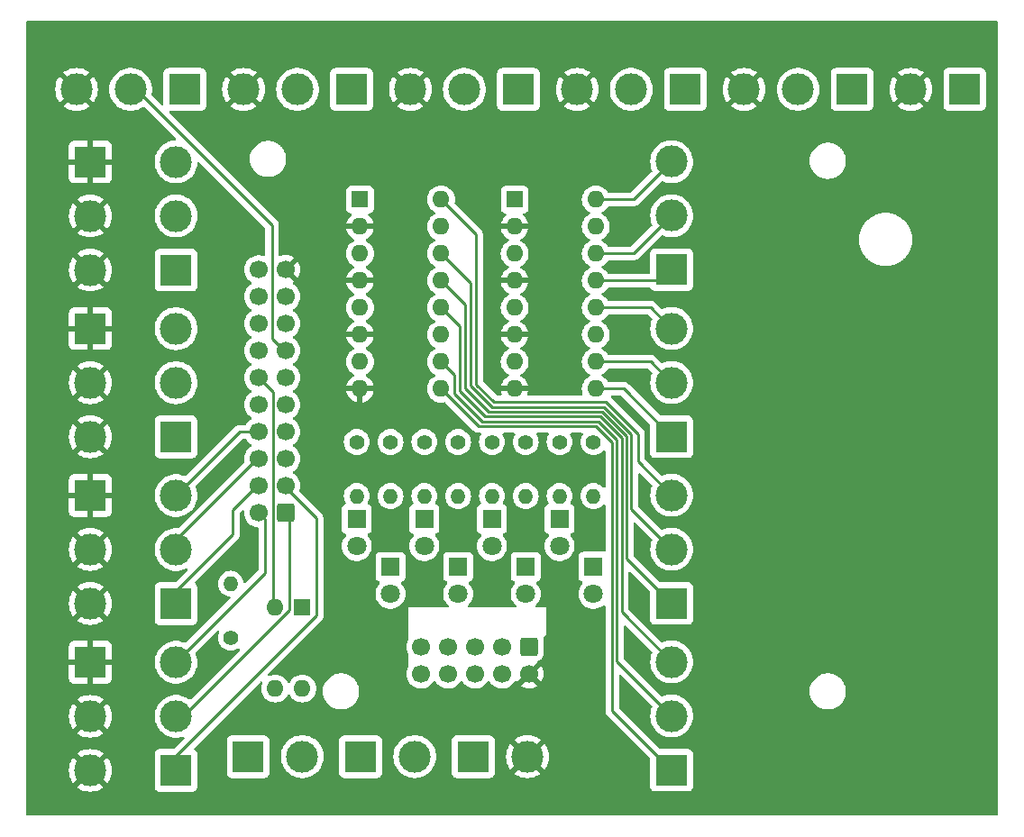
<source format=gbr>
%TF.GenerationSoftware,KiCad,Pcbnew,7.0.6*%
%TF.CreationDate,2023-09-19T12:35:55+08:00*%
%TF.ProjectId,Control Panel Motherboard,436f6e74-726f-46c2-9050-616e656c204d,0*%
%TF.SameCoordinates,Original*%
%TF.FileFunction,Copper,L2,Bot*%
%TF.FilePolarity,Positive*%
%FSLAX46Y46*%
G04 Gerber Fmt 4.6, Leading zero omitted, Abs format (unit mm)*
G04 Created by KiCad (PCBNEW 7.0.6) date 2023-09-19 12:35:55*
%MOMM*%
%LPD*%
G01*
G04 APERTURE LIST*
G04 Aperture macros list*
%AMRoundRect*
0 Rectangle with rounded corners*
0 $1 Rounding radius*
0 $2 $3 $4 $5 $6 $7 $8 $9 X,Y pos of 4 corners*
0 Add a 4 corners polygon primitive as box body*
4,1,4,$2,$3,$4,$5,$6,$7,$8,$9,$2,$3,0*
0 Add four circle primitives for the rounded corners*
1,1,$1+$1,$2,$3*
1,1,$1+$1,$4,$5*
1,1,$1+$1,$6,$7*
1,1,$1+$1,$8,$9*
0 Add four rect primitives between the rounded corners*
20,1,$1+$1,$2,$3,$4,$5,0*
20,1,$1+$1,$4,$5,$6,$7,0*
20,1,$1+$1,$6,$7,$8,$9,0*
20,1,$1+$1,$8,$9,$2,$3,0*%
G04 Aperture macros list end*
%TA.AperFunction,ComponentPad*%
%ADD10C,1.700000*%
%TD*%
%TA.AperFunction,ComponentPad*%
%ADD11RoundRect,0.250000X-0.600000X0.600000X-0.600000X-0.600000X0.600000X-0.600000X0.600000X0.600000X0*%
%TD*%
%TA.AperFunction,ComponentPad*%
%ADD12C,1.800000*%
%TD*%
%TA.AperFunction,ComponentPad*%
%ADD13R,1.800000X1.800000*%
%TD*%
%TA.AperFunction,ComponentPad*%
%ADD14R,3.000000X3.000000*%
%TD*%
%TA.AperFunction,ComponentPad*%
%ADD15C,3.000000*%
%TD*%
%TA.AperFunction,ComponentPad*%
%ADD16C,1.400000*%
%TD*%
%TA.AperFunction,ComponentPad*%
%ADD17O,1.400000X1.400000*%
%TD*%
%TA.AperFunction,ComponentPad*%
%ADD18R,1.600000X1.600000*%
%TD*%
%TA.AperFunction,ComponentPad*%
%ADD19O,1.600000X1.600000*%
%TD*%
%TA.AperFunction,ComponentPad*%
%ADD20RoundRect,0.250000X0.600000X0.600000X-0.600000X0.600000X-0.600000X-0.600000X0.600000X-0.600000X0*%
%TD*%
%TA.AperFunction,Conductor*%
%ADD21C,0.250000*%
%TD*%
G04 APERTURE END LIST*
D10*
%TO.P,IDC_RF1,10,Pin_10*%
%TO.N,/C_OFF*%
X36478400Y-59563000D03*
%TO.P,IDC_RF1,9,Pin_9*%
%TO.N,/C_ON*%
X36478400Y-57023000D03*
%TO.P,IDC_RF1,8,Pin_8*%
%TO.N,/D_ON*%
X39018400Y-59563000D03*
%TO.P,IDC_RF1,7,Pin_7*%
%TO.N,/B_OFF*%
X39018400Y-57023000D03*
%TO.P,IDC_RF1,6,Pin_6*%
%TO.N,/D_OFF*%
X41558400Y-59563000D03*
%TO.P,IDC_RF1,5,Pin_5*%
%TO.N,/B_ON*%
X41558400Y-57023000D03*
%TO.P,IDC_RF1,4,Pin_4*%
%TO.N,/3V3*%
X44098400Y-59563000D03*
%TO.P,IDC_RF1,3,Pin_3*%
%TO.N,/A_OFF*%
X44098400Y-57023000D03*
%TO.P,IDC_RF1,2,Pin_2*%
%TO.N,/GND*%
X46638400Y-59563000D03*
D11*
%TO.P,IDC_RF1,1,Pin_1*%
%TO.N,/A_ON*%
X46638400Y-57023000D03*
%TD*%
D12*
%TO.P,D8,2,A*%
%TO.N,/D_OFF*%
X30434000Y-47549600D03*
D13*
%TO.P,D8,1,K*%
%TO.N,Net-(D8-K)*%
X30434000Y-45009600D03*
%TD*%
D12*
%TO.P,D7,2,A*%
%TO.N,/D_ON*%
X33609000Y-52049600D03*
D13*
%TO.P,D7,1,K*%
%TO.N,Net-(D7-K)*%
X33609000Y-49509600D03*
%TD*%
D12*
%TO.P,D6,2,A*%
%TO.N,/C_OFF*%
X36784000Y-47549600D03*
D13*
%TO.P,D6,1,K*%
%TO.N,Net-(D6-K)*%
X36784000Y-45009600D03*
%TD*%
D12*
%TO.P,D5,2,A*%
%TO.N,/C_ON*%
X39959000Y-52049600D03*
D13*
%TO.P,D5,1,K*%
%TO.N,Net-(D5-K)*%
X39959000Y-49509600D03*
%TD*%
%TO.P,D4,1,K*%
%TO.N,Net-(D4-K)*%
X43134000Y-45009600D03*
D12*
%TO.P,D4,2,A*%
%TO.N,/B_OFF*%
X43134000Y-47549600D03*
%TD*%
%TO.P,D3,2,A*%
%TO.N,/B_ON*%
X46309000Y-52049600D03*
D13*
%TO.P,D3,1,K*%
%TO.N,Net-(D3-K)*%
X46309000Y-49509600D03*
%TD*%
%TO.P,D2,1,K*%
%TO.N,Net-(D2-K)*%
X49484000Y-45009600D03*
D12*
%TO.P,D2,2,A*%
%TO.N,/A_OFF*%
X49484000Y-47549600D03*
%TD*%
%TO.P,D1,2,A*%
%TO.N,/A_ON*%
X52667650Y-52044200D03*
D13*
%TO.P,D1,1,K*%
%TO.N,Net-(D1-K)*%
X52667650Y-49504200D03*
%TD*%
D14*
%TO.P,J12,1,Pin_1*%
%TO.N,/5V*%
X87546000Y-4635000D03*
D15*
%TO.P,J12,2,Pin_2*%
%TO.N,/GND*%
X82466000Y-4635000D03*
%TD*%
%TO.P,J17,3,Pin_3*%
%TO.N,/GND*%
X66808600Y-4636000D03*
%TO.P,J17,2,Pin_2*%
%TO.N,/VR_1*%
X71888600Y-4636000D03*
D14*
%TO.P,J17,1,Pin_1*%
%TO.N,/5V*%
X76968600Y-4636000D03*
%TD*%
D16*
%TO.P,R9,1*%
%TO.N,Net-(R9-Pad1)*%
X30434000Y-37776000D03*
D17*
%TO.P,R9,2*%
%TO.N,Net-(D8-K)*%
X30434000Y-42856000D03*
%TD*%
D15*
%TO.P,J2,3,Pin_3*%
%TO.N,/GND*%
X5398000Y-37289400D03*
%TO.P,J2,2,Pin_2*%
X5398000Y-32209400D03*
D14*
%TO.P,J2,1,Pin_1*%
X5398000Y-27129400D03*
%TD*%
%TO.P,J7,1,Pin_1*%
%TO.N,/SW_R4*%
X13462000Y-52961200D03*
D15*
%TO.P,J7,2,Pin_2*%
%TO.N,/SW_R3*%
X13462000Y-47881200D03*
%TO.P,J7,3,Pin_3*%
%TO.N,/SW_R2*%
X13462000Y-42801200D03*
%TD*%
D16*
%TO.P,R3,1*%
%TO.N,Net-(R3-Pad1)*%
X49484000Y-37776000D03*
D17*
%TO.P,R3,2*%
%TO.N,Net-(D2-K)*%
X49484000Y-42856000D03*
%TD*%
D18*
%TO.P,U2,1*%
%TO.N,Net-(R2-Pad1)*%
X45267650Y-14986000D03*
D19*
%TO.P,U2,2*%
%TO.N,/GND*%
X45267650Y-17526000D03*
%TO.P,U2,3*%
%TO.N,Net-(R3-Pad1)*%
X45267650Y-20066000D03*
%TO.P,U2,4*%
%TO.N,/GND*%
X45267650Y-22606000D03*
%TO.P,U2,5*%
%TO.N,Net-(R4-Pad1)*%
X45267650Y-25146000D03*
%TO.P,U2,6*%
%TO.N,/GND*%
X45267650Y-27686000D03*
%TO.P,U2,7*%
%TO.N,Net-(R5-Pad1)*%
X45267650Y-30226000D03*
%TO.P,U2,8*%
%TO.N,/GND*%
X45267650Y-32766000D03*
%TO.P,U2,9*%
%TO.N,Net-(J19-Pin_1)*%
X52887650Y-32766000D03*
%TO.P,U2,10*%
%TO.N,Net-(J19-Pin_2)*%
X52887650Y-30226000D03*
%TO.P,U2,11*%
%TO.N,Net-(J19-Pin_1)*%
X52887650Y-27686000D03*
%TO.P,U2,12*%
%TO.N,Net-(J19-Pin_3)*%
X52887650Y-25146000D03*
%TO.P,U2,13*%
%TO.N,Net-(J18-Pin_1)*%
X52887650Y-22606000D03*
%TO.P,U2,14*%
%TO.N,Net-(J18-Pin_2)*%
X52887650Y-20066000D03*
%TO.P,U2,15*%
%TO.N,Net-(J18-Pin_1)*%
X52887650Y-17526000D03*
%TO.P,U2,16*%
%TO.N,Net-(J18-Pin_3)*%
X52887650Y-14986000D03*
%TD*%
D20*
%TO.P,J11,1,Pin_1*%
%TO.N,/SW_P2*%
X23771400Y-44438000D03*
D10*
%TO.P,J11,2,Pin_2*%
%TO.N,/SW_P1*%
X21231400Y-44438000D03*
%TO.P,J11,3,Pin_3*%
%TO.N,/SW_P3*%
X23771400Y-41898000D03*
%TO.P,J11,4,Pin_4*%
%TO.N,/SW_R4*%
X21231400Y-41898000D03*
%TO.P,J11,5,Pin_5*%
%TO.N,/VR_1*%
X23771400Y-39358000D03*
%TO.P,J11,6,Pin_6*%
%TO.N,/SW_R3*%
X21231400Y-39358000D03*
%TO.P,J11,7,Pin_7*%
%TO.N,/VR_2*%
X23771400Y-36818000D03*
%TO.P,J11,8,Pin_8*%
%TO.N,/SW_R2*%
X21231400Y-36818000D03*
%TO.P,J11,9,Pin_9*%
%TO.N,/VR_3*%
X23771400Y-34278000D03*
%TO.P,J11,10,Pin_10*%
%TO.N,/SW_R1*%
X21231400Y-34278000D03*
%TO.P,J11,11,Pin_11*%
%TO.N,/VR_4*%
X23771400Y-31738000D03*
%TO.P,J11,12,Pin_12*%
%TO.N,/SW_T5*%
X21231400Y-31738000D03*
%TO.P,J11,13,Pin_13*%
%TO.N,/VR_5*%
X23771400Y-29198000D03*
%TO.P,J11,14,Pin_14*%
%TO.N,/SW_T4*%
X21231400Y-29198000D03*
%TO.P,J11,15,Pin_15*%
%TO.N,unconnected-(J11-Pin_15-Pad15)*%
X23771400Y-26658000D03*
%TO.P,J11,16,Pin_16*%
%TO.N,/SW_T3*%
X21231400Y-26658000D03*
%TO.P,J11,17,Pin_17*%
%TO.N,/5V*%
X23771400Y-24118000D03*
%TO.P,J11,18,Pin_18*%
%TO.N,/SW_T2*%
X21231400Y-24118000D03*
%TO.P,J11,19,Pin_19*%
%TO.N,/GND*%
X23771400Y-21578000D03*
%TO.P,J11,20,Pin_20*%
%TO.N,/SW_T1*%
X21231400Y-21578000D03*
%TD*%
D15*
%TO.P,J8,3,Pin_3*%
%TO.N,/SW_P1*%
X13462000Y-58470800D03*
%TO.P,J8,2,Pin_2*%
%TO.N,/SW_P2*%
X13462000Y-63550800D03*
D14*
%TO.P,J8,1,Pin_1*%
%TO.N,/SW_P3*%
X13462000Y-68630800D03*
%TD*%
%TO.P,J6,1,Pin_1*%
%TO.N,/SW_R1*%
X13462000Y-37289400D03*
D15*
%TO.P,J6,2,Pin_2*%
%TO.N,/SW_T5*%
X13462000Y-32209400D03*
%TO.P,J6,3,Pin_3*%
%TO.N,/SW_T4*%
X13462000Y-27129400D03*
%TD*%
%TO.P,J1,3,Pin_3*%
%TO.N,/GND*%
X5398000Y-21613200D03*
%TO.P,J1,2,Pin_2*%
X5398000Y-16533200D03*
D14*
%TO.P,J1,1,Pin_1*%
X5398000Y-11453200D03*
%TD*%
D15*
%TO.P,J4,3,Pin_3*%
%TO.N,/GND*%
X5398000Y-68630800D03*
%TO.P,J4,2,Pin_2*%
X5398000Y-63550800D03*
D14*
%TO.P,J4,1,Pin_1*%
X5398000Y-58470800D03*
%TD*%
D16*
%TO.P,R5,1*%
%TO.N,Net-(R5-Pad1)*%
X43134000Y-37776000D03*
D17*
%TO.P,R5,2*%
%TO.N,Net-(D4-K)*%
X43134000Y-42856000D03*
%TD*%
D14*
%TO.P,J13,1,Pin_1*%
%TO.N,/5V*%
X14277000Y-4636000D03*
D15*
%TO.P,J13,2,Pin_2*%
%TO.N,/VR_5*%
X9197000Y-4636000D03*
%TO.P,J13,3,Pin_3*%
%TO.N,/GND*%
X4117000Y-4636000D03*
%TD*%
D14*
%TO.P,J9,1,Pin_1*%
%TO.N,Net-(J10-Pin_1)*%
X20236000Y-67348600D03*
D15*
%TO.P,J9,2,Pin_2*%
%TO.N,Net-(J10-Pin_2)*%
X25316000Y-67348600D03*
%TD*%
D14*
%TO.P,J16,1,Pin_1*%
%TO.N,/5V*%
X61296800Y-4636000D03*
D15*
%TO.P,J16,2,Pin_2*%
%TO.N,/VR_2*%
X56216800Y-4636000D03*
%TO.P,J16,3,Pin_3*%
%TO.N,/GND*%
X51136800Y-4636000D03*
%TD*%
D17*
%TO.P,R7,2*%
%TO.N,Net-(D6-K)*%
X36784000Y-42856000D03*
D16*
%TO.P,R7,1*%
%TO.N,Net-(R7-Pad1)*%
X36784000Y-37776000D03*
%TD*%
D15*
%TO.P,J18,3,Pin_3*%
%TO.N,Net-(J18-Pin_3)*%
X60008000Y-11432200D03*
%TO.P,J18,2,Pin_2*%
%TO.N,Net-(J18-Pin_2)*%
X60008000Y-16512200D03*
D14*
%TO.P,J18,1,Pin_1*%
%TO.N,Net-(J18-Pin_1)*%
X60008000Y-21592200D03*
%TD*%
D15*
%TO.P,J22,2,Pin_2*%
%TO.N,/GND*%
X46464400Y-67348600D03*
D14*
%TO.P,J22,1,Pin_1*%
%TO.N,/3V3*%
X41384400Y-67348600D03*
%TD*%
%TO.P,J14,1,Pin_1*%
%TO.N,/5V*%
X29953200Y-4636000D03*
D15*
%TO.P,J14,2,Pin_2*%
%TO.N,/VR_4*%
X24873200Y-4636000D03*
%TO.P,J14,3,Pin_3*%
%TO.N,/GND*%
X19793200Y-4636000D03*
%TD*%
D14*
%TO.P,J10,1,Pin_1*%
%TO.N,Net-(J10-Pin_1)*%
X30802400Y-67348600D03*
D15*
%TO.P,J10,2,Pin_2*%
%TO.N,Net-(J10-Pin_2)*%
X35882400Y-67348600D03*
%TD*%
D17*
%TO.P,R6,2*%
%TO.N,Net-(D5-K)*%
X39959000Y-42856000D03*
D16*
%TO.P,R6,1*%
%TO.N,Net-(R6-Pad1)*%
X39959000Y-37776000D03*
%TD*%
D15*
%TO.P,J21,3,Pin_3*%
%TO.N,Net-(J21-Pin_3)*%
X60008000Y-58449800D03*
%TO.P,J21,2,Pin_2*%
%TO.N,Net-(J21-Pin_2)*%
X60008000Y-63529800D03*
D14*
%TO.P,J21,1,Pin_1*%
%TO.N,Net-(J21-Pin_1)*%
X60008000Y-68609800D03*
%TD*%
D18*
%TO.P,U3,1*%
%TO.N,Net-(R6-Pad1)*%
X30734000Y-14986000D03*
D19*
%TO.P,U3,2*%
%TO.N,/GND*%
X30734000Y-17526000D03*
%TO.P,U3,3*%
%TO.N,Net-(R7-Pad1)*%
X30734000Y-20066000D03*
%TO.P,U3,4*%
%TO.N,/GND*%
X30734000Y-22606000D03*
%TO.P,U3,5*%
%TO.N,Net-(R8-Pad1)*%
X30734000Y-25146000D03*
%TO.P,U3,6*%
%TO.N,/GND*%
X30734000Y-27686000D03*
%TO.P,U3,7*%
%TO.N,Net-(R9-Pad1)*%
X30734000Y-30226000D03*
%TO.P,U3,8*%
%TO.N,/GND*%
X30734000Y-32766000D03*
%TO.P,U3,9*%
%TO.N,Net-(J21-Pin_1)*%
X38354000Y-32766000D03*
%TO.P,U3,10*%
%TO.N,Net-(J21-Pin_2)*%
X38354000Y-30226000D03*
%TO.P,U3,11*%
%TO.N,Net-(J21-Pin_1)*%
X38354000Y-27686000D03*
%TO.P,U3,12*%
%TO.N,Net-(J21-Pin_3)*%
X38354000Y-25146000D03*
%TO.P,U3,13*%
%TO.N,Net-(J20-Pin_1)*%
X38354000Y-22606000D03*
%TO.P,U3,14*%
%TO.N,Net-(J20-Pin_2)*%
X38354000Y-20066000D03*
%TO.P,U3,15*%
%TO.N,Net-(J20-Pin_1)*%
X38354000Y-17526000D03*
%TO.P,U3,16*%
%TO.N,Net-(J20-Pin_3)*%
X38354000Y-14986000D03*
%TD*%
D16*
%TO.P,R8,1*%
%TO.N,Net-(R8-Pad1)*%
X33609000Y-37776000D03*
D17*
%TO.P,R8,2*%
%TO.N,Net-(D7-K)*%
X33609000Y-42856000D03*
%TD*%
D14*
%TO.P,J15,1,Pin_1*%
%TO.N,/5V*%
X45625000Y-4636000D03*
D15*
%TO.P,J15,2,Pin_2*%
%TO.N,/VR_3*%
X40545000Y-4636000D03*
%TO.P,J15,3,Pin_3*%
%TO.N,/GND*%
X35465000Y-4636000D03*
%TD*%
D14*
%TO.P,J3,1,Pin_1*%
%TO.N,/GND*%
X5398000Y-42801200D03*
D15*
%TO.P,J3,2,Pin_2*%
X5398000Y-47881200D03*
%TO.P,J3,3,Pin_3*%
X5398000Y-52961200D03*
%TD*%
D17*
%TO.P,R4,2*%
%TO.N,Net-(D3-K)*%
X46309000Y-42856000D03*
D16*
%TO.P,R4,1*%
%TO.N,Net-(R4-Pad1)*%
X46309000Y-37776000D03*
%TD*%
D14*
%TO.P,J20,1,Pin_1*%
%TO.N,Net-(J20-Pin_1)*%
X60008000Y-52940200D03*
D15*
%TO.P,J20,2,Pin_2*%
%TO.N,Net-(J20-Pin_2)*%
X60008000Y-47860200D03*
%TO.P,J20,3,Pin_3*%
%TO.N,Net-(J20-Pin_3)*%
X60008000Y-42780200D03*
%TD*%
D16*
%TO.P,R2,1*%
%TO.N,Net-(R2-Pad1)*%
X52667650Y-37770600D03*
D17*
%TO.P,R2,2*%
%TO.N,Net-(D1-K)*%
X52667650Y-42850600D03*
%TD*%
D14*
%TO.P,J19,1,Pin_1*%
%TO.N,Net-(J19-Pin_1)*%
X60008000Y-37268400D03*
D15*
%TO.P,J19,2,Pin_2*%
%TO.N,Net-(J19-Pin_2)*%
X60008000Y-32188400D03*
%TO.P,J19,3,Pin_3*%
%TO.N,Net-(J19-Pin_3)*%
X60008000Y-27108400D03*
%TD*%
D14*
%TO.P,J5,1,Pin_1*%
%TO.N,/SW_T3*%
X13462000Y-21613200D03*
D15*
%TO.P,J5,2,Pin_2*%
%TO.N,/SW_T2*%
X13462000Y-16533200D03*
%TO.P,J5,3,Pin_3*%
%TO.N,/SW_T1*%
X13462000Y-11453200D03*
%TD*%
D16*
%TO.P,R1,1*%
%TO.N,Net-(R1-Pad1)*%
X18601400Y-56169600D03*
D17*
%TO.P,R1,2*%
%TO.N,/5V*%
X18601400Y-51089600D03*
%TD*%
D19*
%TO.P,U1,4*%
%TO.N,Net-(J10-Pin_2)*%
X25316000Y-60944600D03*
%TO.P,U1,3*%
%TO.N,Net-(J10-Pin_1)*%
X22776000Y-60944600D03*
%TO.P,U1,2*%
%TO.N,/SW_T5*%
X22776000Y-53324600D03*
D18*
%TO.P,U1,1*%
%TO.N,Net-(R1-Pad1)*%
X25316000Y-53324600D03*
%TD*%
D21*
%TO.N,Net-(J18-Pin_1)*%
X58994200Y-22606000D02*
X52887650Y-22606000D01*
X60008000Y-21592200D02*
X58994200Y-22606000D01*
%TO.N,Net-(J18-Pin_3)*%
X60008000Y-11432200D02*
X56454200Y-14986000D01*
X56454200Y-14986000D02*
X52887650Y-14986000D01*
%TO.N,Net-(J18-Pin_2)*%
X56454200Y-20066000D02*
X52887650Y-20066000D01*
X60008000Y-16512200D02*
X56454200Y-20066000D01*
%TO.N,Net-(J20-Pin_3)*%
X43308396Y-34036000D02*
X53854980Y-34036000D01*
X56860000Y-37041020D02*
X56860000Y-39632200D01*
X56860000Y-39632200D02*
X60008000Y-42780200D01*
X41656000Y-32383604D02*
X43308396Y-34036000D01*
X41656000Y-18288000D02*
X41656000Y-32383604D01*
X38354000Y-14986000D02*
X41656000Y-18288000D01*
X53854980Y-34036000D02*
X56860000Y-37041020D01*
%TO.N,Net-(J20-Pin_2)*%
X53668584Y-34486000D02*
X56220000Y-37037416D01*
X56220000Y-37037416D02*
X56220000Y-44072200D01*
X56220000Y-44072200D02*
X60008000Y-47860200D01*
X43122000Y-34486000D02*
X53668584Y-34486000D01*
X41148000Y-32512000D02*
X43122000Y-34486000D01*
X38354000Y-20066000D02*
X41148000Y-22860000D01*
X41148000Y-22860000D02*
X41148000Y-32512000D01*
%TO.N,Net-(J20-Pin_1)*%
X55770000Y-48702200D02*
X60008000Y-52940200D01*
X42810000Y-34936000D02*
X53482188Y-34936000D01*
X40640000Y-24892000D02*
X40640000Y-32766000D01*
X53482188Y-34936000D02*
X55770000Y-37223812D01*
X55770000Y-37223812D02*
X55770000Y-48702200D01*
X38354000Y-22606000D02*
X40640000Y-24892000D01*
X40640000Y-32766000D02*
X42810000Y-34936000D01*
%TO.N,Net-(J21-Pin_3)*%
X55320000Y-53761800D02*
X60008000Y-58449800D01*
X55320000Y-37410208D02*
X55320000Y-53761800D01*
X53295792Y-35386000D02*
X55320000Y-37410208D01*
X40132000Y-33020000D02*
X42498000Y-35386000D01*
X38354000Y-25146000D02*
X40132000Y-26924000D01*
X40132000Y-26924000D02*
X40132000Y-33020000D01*
X42498000Y-35386000D02*
X53295792Y-35386000D01*
%TO.N,Net-(J21-Pin_2)*%
X53109396Y-35836000D02*
X54870000Y-37596604D01*
X42186000Y-35836000D02*
X53109396Y-35836000D01*
X54870000Y-58391800D02*
X60008000Y-63529800D01*
X39624000Y-33274000D02*
X42186000Y-35836000D01*
X54870000Y-37596604D02*
X54870000Y-58391800D01*
X39624000Y-31496000D02*
X39624000Y-33274000D01*
X38354000Y-30226000D02*
X39624000Y-31496000D01*
%TO.N,Net-(J21-Pin_1)*%
X41874000Y-36286000D02*
X38354000Y-32766000D01*
X52923000Y-36286000D02*
X41874000Y-36286000D01*
X60008000Y-68609800D02*
X54420000Y-63021800D01*
X54420000Y-63021800D02*
X54420000Y-37783000D01*
X54420000Y-37783000D02*
X52923000Y-36286000D01*
%TO.N,Net-(J19-Pin_3)*%
X58045600Y-25146000D02*
X52887650Y-25146000D01*
X60008000Y-27108400D02*
X58045600Y-25146000D01*
%TO.N,Net-(J19-Pin_2)*%
X58045600Y-30226000D02*
X52887650Y-30226000D01*
X60008000Y-32188400D02*
X58045600Y-30226000D01*
%TO.N,Net-(J19-Pin_1)*%
X55505600Y-32766000D02*
X52887650Y-32766000D01*
X60008000Y-37268400D02*
X55505600Y-32766000D01*
%TO.N,/SW_P2*%
X14140791Y-63550800D02*
X24130000Y-53561591D01*
X24130000Y-53561591D02*
X24130000Y-44958000D01*
X24130000Y-44958000D02*
X23771400Y-44599400D01*
X13462000Y-63550800D02*
X14140791Y-63550800D01*
%TO.N,/SW_T5*%
X22596400Y-42384701D02*
X22596400Y-33103000D01*
X22606000Y-42394301D02*
X22596400Y-42384701D01*
X22606000Y-43590227D02*
X22606000Y-42394301D01*
X22596400Y-43599827D02*
X22606000Y-43590227D01*
X22596400Y-53145000D02*
X22596400Y-43599827D01*
X22776000Y-53324600D02*
X22596400Y-53145000D01*
X22596400Y-33103000D02*
X21231400Y-31738000D01*
%TO.N,/SW_R2*%
X19445200Y-36818000D02*
X14353200Y-41910000D01*
X21070000Y-36818000D02*
X19445200Y-36818000D01*
X21082000Y-36830000D02*
X21070000Y-36818000D01*
%TO.N,/SW_R3*%
X13462000Y-46990000D02*
X13462000Y-47881200D01*
X21082000Y-39370000D02*
X13462000Y-46990000D01*
%TO.N,/SW_R4*%
X18796000Y-46482000D02*
X13462000Y-51816000D01*
X18796000Y-44196000D02*
X18796000Y-46482000D01*
X21082000Y-41910000D02*
X18796000Y-44196000D01*
X13462000Y-51816000D02*
X13462000Y-52070000D01*
%TO.N,/SW_P1*%
X21844000Y-50088800D02*
X13462000Y-58470800D01*
X21844000Y-45050600D02*
X21844000Y-50088800D01*
X21231400Y-44438000D02*
X21844000Y-45050600D01*
%TO.N,/SW_P3*%
X13462000Y-67310000D02*
X26670000Y-54102000D01*
X26670000Y-54102000D02*
X26670000Y-44958000D01*
X26670000Y-44958000D02*
X23622000Y-41910000D01*
%TO.N,/VR_5*%
X22479000Y-28067000D02*
X23622000Y-29210000D01*
X22479000Y-17399000D02*
X22479000Y-28067000D01*
X9525000Y-4445000D02*
X22479000Y-17399000D01*
X9398000Y-4445000D02*
X9525000Y-4445000D01*
%TD*%
%TA.AperFunction,Conductor*%
%TO.N,/GND*%
G36*
X90620539Y1757815D02*
G01*
X90666294Y1705011D01*
X90677500Y1653500D01*
X90677500Y-72773500D01*
X90657815Y-72840539D01*
X90605011Y-72886294D01*
X90553500Y-72897500D01*
X-535900Y-72897500D01*
X-602939Y-72877815D01*
X-648694Y-72825011D01*
X-659900Y-72773500D01*
X-659900Y-68630801D01*
X3392891Y-68630801D01*
X3413300Y-68916162D01*
X3474109Y-69195695D01*
X3574091Y-69463758D01*
X3711191Y-69714838D01*
X3711196Y-69714846D01*
X3817882Y-69857361D01*
X3817883Y-69857362D01*
X4713195Y-68962050D01*
X4735340Y-69013387D01*
X4841433Y-69155894D01*
X4977530Y-69270094D01*
X5067216Y-69315135D01*
X4171436Y-70210915D01*
X4313960Y-70317607D01*
X4313961Y-70317608D01*
X4565042Y-70454708D01*
X4565041Y-70454708D01*
X4833104Y-70554690D01*
X5112637Y-70615499D01*
X5397999Y-70635909D01*
X5398001Y-70635909D01*
X5683362Y-70615499D01*
X5962895Y-70554690D01*
X6230958Y-70454708D01*
X6482047Y-70317603D01*
X6624561Y-70210916D01*
X6624562Y-70210915D01*
X5731748Y-69318100D01*
X5741409Y-69314584D01*
X5889844Y-69216957D01*
X6011764Y-69087730D01*
X6083768Y-68963015D01*
X6978115Y-69857362D01*
X6978116Y-69857361D01*
X7084803Y-69714847D01*
X7221908Y-69463758D01*
X7321890Y-69195695D01*
X7382699Y-68916162D01*
X7403109Y-68630801D01*
X7403109Y-68630798D01*
X7382699Y-68345437D01*
X7321890Y-68065904D01*
X7221908Y-67797841D01*
X7084808Y-67546761D01*
X7084807Y-67546760D01*
X6978115Y-67404236D01*
X6082803Y-68299547D01*
X6060660Y-68248213D01*
X5954567Y-68105706D01*
X5818470Y-67991506D01*
X5728782Y-67946463D01*
X6624562Y-67050683D01*
X6624561Y-67050682D01*
X6482046Y-66943996D01*
X6482038Y-66943991D01*
X6230957Y-66806891D01*
X6230958Y-66806891D01*
X5962895Y-66706909D01*
X5683362Y-66646100D01*
X5398001Y-66625691D01*
X5397999Y-66625691D01*
X5112637Y-66646100D01*
X4833104Y-66706909D01*
X4565041Y-66806891D01*
X4313961Y-66943991D01*
X4313953Y-66943996D01*
X4171437Y-67050682D01*
X4171436Y-67050683D01*
X5064252Y-67943499D01*
X5054591Y-67947016D01*
X4906156Y-68044643D01*
X4784236Y-68173870D01*
X4712231Y-68298584D01*
X3817883Y-67404236D01*
X3817882Y-67404237D01*
X3711196Y-67546753D01*
X3711191Y-67546761D01*
X3574091Y-67797841D01*
X3474109Y-68065904D01*
X3413300Y-68345437D01*
X3392891Y-68630798D01*
X3392891Y-68630801D01*
X-659900Y-68630801D01*
X-659900Y-63550801D01*
X3392891Y-63550801D01*
X3413300Y-63836162D01*
X3474109Y-64115695D01*
X3574091Y-64383758D01*
X3711191Y-64634838D01*
X3711196Y-64634846D01*
X3817882Y-64777361D01*
X3817883Y-64777362D01*
X4713195Y-63882050D01*
X4735340Y-63933387D01*
X4841433Y-64075894D01*
X4977530Y-64190094D01*
X5067216Y-64235135D01*
X4171436Y-65130915D01*
X4313960Y-65237607D01*
X4313961Y-65237608D01*
X4565042Y-65374708D01*
X4565041Y-65374708D01*
X4833104Y-65474690D01*
X5112637Y-65535499D01*
X5397999Y-65555909D01*
X5398001Y-65555909D01*
X5683362Y-65535499D01*
X5962895Y-65474690D01*
X6230958Y-65374708D01*
X6482047Y-65237603D01*
X6624561Y-65130916D01*
X6624562Y-65130915D01*
X5731748Y-64238100D01*
X5741409Y-64234584D01*
X5889844Y-64136957D01*
X6011764Y-64007730D01*
X6083768Y-63883015D01*
X6978115Y-64777362D01*
X6978116Y-64777361D01*
X7084803Y-64634847D01*
X7221908Y-64383758D01*
X7321890Y-64115695D01*
X7382699Y-63836162D01*
X7403109Y-63550801D01*
X7403109Y-63550798D01*
X7382699Y-63265437D01*
X7321890Y-62985904D01*
X7221908Y-62717841D01*
X7084808Y-62466761D01*
X7084807Y-62466760D01*
X6978115Y-62324236D01*
X6082803Y-63219547D01*
X6060660Y-63168213D01*
X5954567Y-63025706D01*
X5818470Y-62911506D01*
X5728782Y-62866463D01*
X6624562Y-61970683D01*
X6624561Y-61970682D01*
X6482046Y-61863996D01*
X6482038Y-61863991D01*
X6230957Y-61726891D01*
X6230958Y-61726891D01*
X5962895Y-61626909D01*
X5683362Y-61566100D01*
X5398001Y-61545691D01*
X5397999Y-61545691D01*
X5112637Y-61566100D01*
X4833104Y-61626909D01*
X4565041Y-61726891D01*
X4313961Y-61863991D01*
X4313953Y-61863996D01*
X4171437Y-61970682D01*
X4171436Y-61970683D01*
X5064252Y-62863499D01*
X5054591Y-62867016D01*
X4906156Y-62964643D01*
X4784236Y-63093870D01*
X4712231Y-63218584D01*
X3817883Y-62324236D01*
X3817882Y-62324237D01*
X3711196Y-62466753D01*
X3711191Y-62466761D01*
X3574091Y-62717841D01*
X3474109Y-62985904D01*
X3413300Y-63265437D01*
X3392891Y-63550798D01*
X3392891Y-63550801D01*
X-659900Y-63550801D01*
X-659900Y-60018644D01*
X3398000Y-60018644D01*
X3404401Y-60078172D01*
X3404403Y-60078179D01*
X3454645Y-60212886D01*
X3454649Y-60212893D01*
X3540809Y-60327987D01*
X3540812Y-60327990D01*
X3655906Y-60414150D01*
X3655913Y-60414154D01*
X3790620Y-60464396D01*
X3790627Y-60464398D01*
X3850155Y-60470799D01*
X3850172Y-60470800D01*
X5148000Y-60470800D01*
X5148000Y-59192602D01*
X5309169Y-59230800D01*
X5442267Y-59230800D01*
X5574461Y-59215349D01*
X5648000Y-59188582D01*
X5648000Y-60470800D01*
X6945828Y-60470800D01*
X6945844Y-60470799D01*
X7005372Y-60464398D01*
X7005379Y-60464396D01*
X7140086Y-60414154D01*
X7140093Y-60414150D01*
X7255187Y-60327990D01*
X7255190Y-60327987D01*
X7341350Y-60212893D01*
X7341354Y-60212886D01*
X7391596Y-60078179D01*
X7391598Y-60078172D01*
X7397999Y-60018644D01*
X7398000Y-60018627D01*
X7398000Y-58720800D01*
X6116483Y-58720800D01*
X6151549Y-58603671D01*
X6161879Y-58426309D01*
X6131029Y-58251346D01*
X6117853Y-58220800D01*
X7398000Y-58220800D01*
X7398000Y-56922972D01*
X7397999Y-56922955D01*
X7391598Y-56863427D01*
X7391596Y-56863420D01*
X7341354Y-56728713D01*
X7341350Y-56728706D01*
X7255190Y-56613612D01*
X7255187Y-56613609D01*
X7140093Y-56527449D01*
X7140086Y-56527445D01*
X7005379Y-56477203D01*
X7005372Y-56477201D01*
X6945844Y-56470800D01*
X5648000Y-56470800D01*
X5648000Y-57748997D01*
X5486831Y-57710800D01*
X5353733Y-57710800D01*
X5221539Y-57726251D01*
X5148000Y-57753017D01*
X5148000Y-56470800D01*
X3850155Y-56470800D01*
X3790627Y-56477201D01*
X3790620Y-56477203D01*
X3655913Y-56527445D01*
X3655906Y-56527449D01*
X3540812Y-56613609D01*
X3540809Y-56613612D01*
X3454649Y-56728706D01*
X3454645Y-56728713D01*
X3404403Y-56863420D01*
X3404401Y-56863427D01*
X3398000Y-56922955D01*
X3398000Y-58220800D01*
X4679517Y-58220800D01*
X4644451Y-58337929D01*
X4634121Y-58515291D01*
X4664971Y-58690254D01*
X4678147Y-58720800D01*
X3398000Y-58720800D01*
X3398000Y-60018644D01*
X-659900Y-60018644D01*
X-659900Y-52961201D01*
X3392891Y-52961201D01*
X3413300Y-53246562D01*
X3474109Y-53526095D01*
X3574091Y-53794158D01*
X3711191Y-54045238D01*
X3711196Y-54045246D01*
X3817882Y-54187761D01*
X3817883Y-54187762D01*
X4713195Y-53292450D01*
X4735340Y-53343787D01*
X4841433Y-53486294D01*
X4977530Y-53600494D01*
X5067216Y-53645535D01*
X4171436Y-54541315D01*
X4313960Y-54648007D01*
X4313961Y-54648008D01*
X4565042Y-54785108D01*
X4565041Y-54785108D01*
X4833104Y-54885090D01*
X5112637Y-54945899D01*
X5397999Y-54966309D01*
X5398001Y-54966309D01*
X5683362Y-54945899D01*
X5962895Y-54885090D01*
X6230958Y-54785108D01*
X6482047Y-54648003D01*
X6624561Y-54541316D01*
X6624562Y-54541315D01*
X5731748Y-53648500D01*
X5741409Y-53644984D01*
X5889844Y-53547357D01*
X6011764Y-53418130D01*
X6083768Y-53293415D01*
X6978115Y-54187762D01*
X6978116Y-54187761D01*
X7084803Y-54045247D01*
X7221908Y-53794158D01*
X7321890Y-53526095D01*
X7382699Y-53246562D01*
X7403109Y-52961201D01*
X7403109Y-52961198D01*
X7382699Y-52675837D01*
X7321890Y-52396304D01*
X7221908Y-52128241D01*
X7084808Y-51877161D01*
X7084807Y-51877160D01*
X6978115Y-51734636D01*
X6082803Y-52629947D01*
X6060660Y-52578613D01*
X5954567Y-52436106D01*
X5818470Y-52321906D01*
X5728782Y-52276863D01*
X6624562Y-51381083D01*
X6624561Y-51381082D01*
X6482046Y-51274396D01*
X6482038Y-51274391D01*
X6230957Y-51137291D01*
X6230958Y-51137291D01*
X5962895Y-51037309D01*
X5683362Y-50976500D01*
X5398001Y-50956091D01*
X5397999Y-50956091D01*
X5112637Y-50976500D01*
X4833104Y-51037309D01*
X4565041Y-51137291D01*
X4313961Y-51274391D01*
X4313953Y-51274396D01*
X4171437Y-51381082D01*
X4171436Y-51381083D01*
X5064252Y-52273899D01*
X5054591Y-52277416D01*
X4906156Y-52375043D01*
X4784236Y-52504270D01*
X4712231Y-52628984D01*
X3817883Y-51734636D01*
X3817882Y-51734637D01*
X3711196Y-51877153D01*
X3711191Y-51877161D01*
X3574091Y-52128241D01*
X3474109Y-52396304D01*
X3413300Y-52675837D01*
X3392891Y-52961198D01*
X3392891Y-52961201D01*
X-659900Y-52961201D01*
X-659900Y-47881201D01*
X3392891Y-47881201D01*
X3413300Y-48166562D01*
X3474109Y-48446095D01*
X3574091Y-48714158D01*
X3711191Y-48965238D01*
X3711196Y-48965246D01*
X3817882Y-49107761D01*
X3817883Y-49107762D01*
X4713195Y-48212450D01*
X4735340Y-48263787D01*
X4841433Y-48406294D01*
X4977530Y-48520494D01*
X5067216Y-48565535D01*
X4171436Y-49461315D01*
X4313960Y-49568007D01*
X4313961Y-49568008D01*
X4565042Y-49705108D01*
X4565041Y-49705108D01*
X4833104Y-49805090D01*
X5112637Y-49865899D01*
X5397999Y-49886309D01*
X5398001Y-49886309D01*
X5683362Y-49865899D01*
X5962895Y-49805090D01*
X6230958Y-49705108D01*
X6482047Y-49568003D01*
X6624561Y-49461316D01*
X6624562Y-49461315D01*
X5731748Y-48568500D01*
X5741409Y-48564984D01*
X5889844Y-48467357D01*
X6011764Y-48338130D01*
X6083768Y-48213415D01*
X6978115Y-49107762D01*
X6978116Y-49107761D01*
X7084803Y-48965247D01*
X7221908Y-48714158D01*
X7321890Y-48446095D01*
X7382699Y-48166562D01*
X7403109Y-47881201D01*
X7403109Y-47881198D01*
X7382699Y-47595837D01*
X7321890Y-47316304D01*
X7221908Y-47048241D01*
X7084808Y-46797161D01*
X7084807Y-46797160D01*
X6978115Y-46654636D01*
X6082803Y-47549947D01*
X6060660Y-47498613D01*
X5954567Y-47356106D01*
X5818470Y-47241906D01*
X5728781Y-47196863D01*
X6624562Y-46301083D01*
X6624561Y-46301082D01*
X6482046Y-46194396D01*
X6482038Y-46194391D01*
X6230957Y-46057291D01*
X6230958Y-46057291D01*
X5962895Y-45957309D01*
X5683362Y-45896500D01*
X5398001Y-45876091D01*
X5397999Y-45876091D01*
X5112637Y-45896500D01*
X4833104Y-45957309D01*
X4565041Y-46057291D01*
X4313961Y-46194391D01*
X4313953Y-46194396D01*
X4171436Y-46301082D01*
X4171436Y-46301083D01*
X5064251Y-47193899D01*
X5054591Y-47197416D01*
X4906156Y-47295043D01*
X4784236Y-47424270D01*
X4712231Y-47548984D01*
X3817883Y-46654636D01*
X3817882Y-46654637D01*
X3711196Y-46797153D01*
X3711191Y-46797161D01*
X3574091Y-47048241D01*
X3474109Y-47316304D01*
X3413300Y-47595837D01*
X3392891Y-47881198D01*
X3392891Y-47881201D01*
X-659900Y-47881201D01*
X-659900Y-44349044D01*
X3398000Y-44349044D01*
X3404401Y-44408572D01*
X3404403Y-44408579D01*
X3454645Y-44543286D01*
X3454649Y-44543293D01*
X3540809Y-44658387D01*
X3540812Y-44658390D01*
X3655906Y-44744550D01*
X3655913Y-44744554D01*
X3790620Y-44794796D01*
X3790627Y-44794798D01*
X3850155Y-44801199D01*
X3850172Y-44801200D01*
X5148000Y-44801200D01*
X5148000Y-43523002D01*
X5309169Y-43561200D01*
X5442267Y-43561200D01*
X5574461Y-43545749D01*
X5648000Y-43518982D01*
X5648000Y-44801200D01*
X6945828Y-44801200D01*
X6945844Y-44801199D01*
X7005372Y-44794798D01*
X7005379Y-44794796D01*
X7140086Y-44744554D01*
X7140093Y-44744550D01*
X7255187Y-44658390D01*
X7255190Y-44658387D01*
X7341350Y-44543293D01*
X7341354Y-44543286D01*
X7391596Y-44408579D01*
X7391598Y-44408572D01*
X7397999Y-44349044D01*
X7398000Y-44349027D01*
X7398000Y-43051200D01*
X6116483Y-43051200D01*
X6151549Y-42934071D01*
X6161879Y-42756709D01*
X6131029Y-42581746D01*
X6117853Y-42551200D01*
X7398000Y-42551200D01*
X7398000Y-41253372D01*
X7397999Y-41253355D01*
X7391598Y-41193827D01*
X7391596Y-41193820D01*
X7341354Y-41059113D01*
X7341350Y-41059106D01*
X7255190Y-40944012D01*
X7255187Y-40944009D01*
X7140093Y-40857849D01*
X7140086Y-40857845D01*
X7005379Y-40807603D01*
X7005372Y-40807601D01*
X6945844Y-40801200D01*
X5648000Y-40801200D01*
X5648000Y-42079397D01*
X5486831Y-42041200D01*
X5353733Y-42041200D01*
X5221539Y-42056651D01*
X5148000Y-42083417D01*
X5148000Y-40801200D01*
X3850155Y-40801200D01*
X3790627Y-40807601D01*
X3790620Y-40807603D01*
X3655913Y-40857845D01*
X3655906Y-40857849D01*
X3540812Y-40944009D01*
X3540809Y-40944012D01*
X3454649Y-41059106D01*
X3454645Y-41059113D01*
X3404403Y-41193820D01*
X3404401Y-41193827D01*
X3398000Y-41253355D01*
X3398000Y-42551200D01*
X4679517Y-42551200D01*
X4644451Y-42668329D01*
X4634121Y-42845691D01*
X4664971Y-43020654D01*
X4678147Y-43051200D01*
X3398000Y-43051200D01*
X3398000Y-44349044D01*
X-659900Y-44349044D01*
X-659900Y-37289401D01*
X3392891Y-37289401D01*
X3413300Y-37574762D01*
X3474109Y-37854295D01*
X3574091Y-38122358D01*
X3711191Y-38373438D01*
X3711196Y-38373446D01*
X3817882Y-38515961D01*
X3817883Y-38515962D01*
X4713195Y-37620650D01*
X4735340Y-37671987D01*
X4841433Y-37814494D01*
X4977530Y-37928694D01*
X5067216Y-37973735D01*
X4171436Y-38869515D01*
X4313960Y-38976207D01*
X4313961Y-38976208D01*
X4565042Y-39113308D01*
X4565041Y-39113308D01*
X4833104Y-39213290D01*
X5112637Y-39274099D01*
X5397999Y-39294509D01*
X5398001Y-39294509D01*
X5683362Y-39274099D01*
X5962895Y-39213290D01*
X6230958Y-39113308D01*
X6482047Y-38976203D01*
X6624561Y-38869516D01*
X6624562Y-38869515D01*
X6593101Y-38838054D01*
X11453500Y-38838054D01*
X11460011Y-38898602D01*
X11460011Y-38898604D01*
X11503278Y-39014604D01*
X11511111Y-39035604D01*
X11598739Y-39152661D01*
X11715796Y-39240289D01*
X11852799Y-39291389D01*
X11880050Y-39294318D01*
X11913345Y-39297899D01*
X11913362Y-39297900D01*
X15010638Y-39297900D01*
X15010654Y-39297899D01*
X15037692Y-39294991D01*
X15071201Y-39291389D01*
X15208204Y-39240289D01*
X15325261Y-39152661D01*
X15412889Y-39035604D01*
X15463989Y-38898601D01*
X15467591Y-38865092D01*
X15470499Y-38838054D01*
X15470500Y-38838037D01*
X15470500Y-35740762D01*
X15470499Y-35740745D01*
X15467116Y-35709282D01*
X15463989Y-35680199D01*
X15462725Y-35676811D01*
X15422759Y-35569658D01*
X15412889Y-35543196D01*
X15325261Y-35426139D01*
X15208204Y-35338511D01*
X15208204Y-35338510D01*
X15071203Y-35287411D01*
X15010654Y-35280900D01*
X15010638Y-35280900D01*
X11913362Y-35280900D01*
X11913345Y-35280900D01*
X11852797Y-35287411D01*
X11852795Y-35287411D01*
X11715795Y-35338511D01*
X11598739Y-35426139D01*
X11511111Y-35543195D01*
X11460011Y-35680195D01*
X11460011Y-35680197D01*
X11453500Y-35740745D01*
X11453500Y-38838054D01*
X6593101Y-38838054D01*
X5731748Y-37976700D01*
X5741409Y-37973184D01*
X5889844Y-37875557D01*
X6011764Y-37746330D01*
X6083768Y-37621615D01*
X6978115Y-38515962D01*
X6978116Y-38515961D01*
X7084803Y-38373447D01*
X7221908Y-38122358D01*
X7321890Y-37854295D01*
X7382699Y-37574762D01*
X7403109Y-37289401D01*
X7403109Y-37289398D01*
X7382699Y-37004037D01*
X7321890Y-36724504D01*
X7221908Y-36456441D01*
X7084808Y-36205361D01*
X7084807Y-36205360D01*
X6978115Y-36062836D01*
X6082803Y-36958147D01*
X6060660Y-36906813D01*
X5954567Y-36764306D01*
X5818470Y-36650106D01*
X5728782Y-36605063D01*
X6624562Y-35709283D01*
X6624561Y-35709282D01*
X6482046Y-35602596D01*
X6482038Y-35602591D01*
X6230957Y-35465491D01*
X6230958Y-35465491D01*
X5962895Y-35365509D01*
X5683362Y-35304700D01*
X5398001Y-35284291D01*
X5397999Y-35284291D01*
X5112637Y-35304700D01*
X4833104Y-35365509D01*
X4565041Y-35465491D01*
X4313961Y-35602591D01*
X4313953Y-35602596D01*
X4171437Y-35709282D01*
X4171436Y-35709283D01*
X5064252Y-36602099D01*
X5054591Y-36605616D01*
X4906156Y-36703243D01*
X4784236Y-36832470D01*
X4712231Y-36957184D01*
X3817883Y-36062836D01*
X3817882Y-36062837D01*
X3711196Y-36205353D01*
X3711191Y-36205361D01*
X3574091Y-36456441D01*
X3474109Y-36724504D01*
X3413300Y-37004037D01*
X3392891Y-37289398D01*
X3392891Y-37289401D01*
X-659900Y-37289401D01*
X-659900Y-32209401D01*
X3392891Y-32209401D01*
X3413300Y-32494762D01*
X3474109Y-32774295D01*
X3574091Y-33042358D01*
X3711191Y-33293438D01*
X3711196Y-33293446D01*
X3817882Y-33435961D01*
X3817883Y-33435962D01*
X4713195Y-32540650D01*
X4735340Y-32591987D01*
X4841433Y-32734494D01*
X4977530Y-32848694D01*
X5067216Y-32893735D01*
X4171436Y-33789515D01*
X4313960Y-33896207D01*
X4313961Y-33896208D01*
X4565042Y-34033308D01*
X4565041Y-34033308D01*
X4833104Y-34133290D01*
X5112637Y-34194099D01*
X5397999Y-34214509D01*
X5398001Y-34214509D01*
X5683362Y-34194099D01*
X5962895Y-34133290D01*
X6230958Y-34033308D01*
X6482047Y-33896203D01*
X6624561Y-33789516D01*
X6624562Y-33789515D01*
X5731748Y-32896700D01*
X5741409Y-32893184D01*
X5889844Y-32795557D01*
X6011764Y-32666330D01*
X6083768Y-32541615D01*
X6978115Y-33435962D01*
X6978116Y-33435961D01*
X7084803Y-33293447D01*
X7221908Y-33042358D01*
X7321890Y-32774295D01*
X7382699Y-32494762D01*
X7403109Y-32209401D01*
X7403109Y-32209400D01*
X11448807Y-32209400D01*
X11467557Y-32483530D01*
X11467558Y-32483532D01*
X11523458Y-32752541D01*
X11523463Y-32752558D01*
X11615476Y-33011456D01*
X11741889Y-33255424D01*
X11741893Y-33255430D01*
X11900340Y-33479899D01*
X11900343Y-33479902D01*
X12087889Y-33680714D01*
X12301031Y-33854118D01*
X12301033Y-33854119D01*
X12301034Y-33854120D01*
X12535801Y-33996885D01*
X12739474Y-34085352D01*
X12787823Y-34106353D01*
X13052404Y-34180485D01*
X13291720Y-34213378D01*
X13324614Y-34217900D01*
X13324615Y-34217900D01*
X13599386Y-34217900D01*
X13628733Y-34213866D01*
X13871596Y-34180485D01*
X14136177Y-34106353D01*
X14380370Y-34000285D01*
X14388198Y-33996885D01*
X14395789Y-33992269D01*
X14622969Y-33854118D01*
X14836111Y-33680714D01*
X15023657Y-33479902D01*
X15182111Y-33255423D01*
X15308523Y-33011458D01*
X15400538Y-32752553D01*
X15400539Y-32752546D01*
X15400541Y-32752541D01*
X15437379Y-32575265D01*
X15456442Y-32483530D01*
X15475193Y-32209400D01*
X15456442Y-31935270D01*
X15419979Y-31759802D01*
X15400541Y-31666258D01*
X15400536Y-31666241D01*
X15355491Y-31539498D01*
X15308523Y-31407342D01*
X15182111Y-31163377D01*
X15182110Y-31163375D01*
X15182106Y-31163369D01*
X15023659Y-30938900D01*
X14971215Y-30882747D01*
X14836111Y-30738086D01*
X14622969Y-30564682D01*
X14622967Y-30564681D01*
X14622965Y-30564679D01*
X14388198Y-30421914D01*
X14136178Y-30312447D01*
X13871602Y-30238316D01*
X13871597Y-30238315D01*
X13871596Y-30238315D01*
X13718812Y-30217315D01*
X13599386Y-30200900D01*
X13599385Y-30200900D01*
X13324615Y-30200900D01*
X13324614Y-30200900D01*
X13052404Y-30238315D01*
X13052397Y-30238316D01*
X12787821Y-30312447D01*
X12535801Y-30421914D01*
X12301034Y-30564679D01*
X12087892Y-30738083D01*
X11900340Y-30938900D01*
X11741893Y-31163369D01*
X11741889Y-31163375D01*
X11615476Y-31407343D01*
X11523463Y-31666241D01*
X11523458Y-31666258D01*
X11467558Y-31935267D01*
X11467557Y-31935269D01*
X11448807Y-32209400D01*
X7403109Y-32209400D01*
X7403109Y-32209398D01*
X7382699Y-31924037D01*
X7321890Y-31644504D01*
X7221908Y-31376441D01*
X7084808Y-31125361D01*
X7084807Y-31125360D01*
X6978115Y-30982836D01*
X6082803Y-31878147D01*
X6060660Y-31826813D01*
X5954567Y-31684306D01*
X5818470Y-31570106D01*
X5728781Y-31525063D01*
X6624562Y-30629283D01*
X6624561Y-30629282D01*
X6482046Y-30522596D01*
X6482038Y-30522591D01*
X6230957Y-30385491D01*
X6230958Y-30385491D01*
X5962895Y-30285509D01*
X5683362Y-30224700D01*
X5398001Y-30204291D01*
X5397999Y-30204291D01*
X5112637Y-30224700D01*
X4833104Y-30285509D01*
X4565041Y-30385491D01*
X4313961Y-30522591D01*
X4313953Y-30522596D01*
X4171436Y-30629282D01*
X4171436Y-30629283D01*
X5064251Y-31522099D01*
X5054591Y-31525616D01*
X4906156Y-31623243D01*
X4784236Y-31752470D01*
X4712231Y-31877184D01*
X3817883Y-30982836D01*
X3817882Y-30982837D01*
X3711196Y-31125353D01*
X3711191Y-31125361D01*
X3574091Y-31376441D01*
X3474109Y-31644504D01*
X3413300Y-31924037D01*
X3392891Y-32209398D01*
X3392891Y-32209401D01*
X-659900Y-32209401D01*
X-659900Y-28677244D01*
X3398000Y-28677244D01*
X3404401Y-28736772D01*
X3404403Y-28736779D01*
X3454645Y-28871486D01*
X3454649Y-28871493D01*
X3540809Y-28986587D01*
X3540812Y-28986590D01*
X3655906Y-29072750D01*
X3655913Y-29072754D01*
X3790620Y-29122996D01*
X3790627Y-29122998D01*
X3850155Y-29129399D01*
X3850172Y-29129400D01*
X5148000Y-29129400D01*
X5148000Y-27851202D01*
X5309169Y-27889400D01*
X5442267Y-27889400D01*
X5574461Y-27873949D01*
X5648000Y-27847182D01*
X5648000Y-29129400D01*
X6945828Y-29129400D01*
X6945844Y-29129399D01*
X7005372Y-29122998D01*
X7005379Y-29122996D01*
X7140086Y-29072754D01*
X7140093Y-29072750D01*
X7255187Y-28986590D01*
X7255190Y-28986587D01*
X7341350Y-28871493D01*
X7341354Y-28871486D01*
X7391596Y-28736779D01*
X7391598Y-28736772D01*
X7397999Y-28677244D01*
X7398000Y-28677227D01*
X7398000Y-27379400D01*
X6116483Y-27379400D01*
X6151549Y-27262271D01*
X6159288Y-27129400D01*
X11448807Y-27129400D01*
X11467557Y-27403530D01*
X11467558Y-27403532D01*
X11523458Y-27672541D01*
X11523463Y-27672558D01*
X11615476Y-27931456D01*
X11741889Y-28175424D01*
X11741893Y-28175430D01*
X11900340Y-28399899D01*
X11900343Y-28399902D01*
X12087889Y-28600714D01*
X12301031Y-28774118D01*
X12301033Y-28774119D01*
X12301034Y-28774120D01*
X12535801Y-28916885D01*
X12739474Y-29005352D01*
X12787823Y-29026353D01*
X13052404Y-29100485D01*
X13291720Y-29133378D01*
X13324614Y-29137900D01*
X13324615Y-29137900D01*
X13599386Y-29137900D01*
X13628733Y-29133866D01*
X13871596Y-29100485D01*
X14136177Y-29026353D01*
X14352347Y-28932457D01*
X14388198Y-28916885D01*
X14422733Y-28895884D01*
X14622969Y-28774118D01*
X14836111Y-28600714D01*
X15023657Y-28399902D01*
X15182111Y-28175423D01*
X15308523Y-27931458D01*
X15400538Y-27672553D01*
X15400539Y-27672546D01*
X15400541Y-27672541D01*
X15445141Y-27457913D01*
X15456442Y-27403530D01*
X15475193Y-27129400D01*
X15456442Y-26855270D01*
X15419979Y-26679802D01*
X15400541Y-26586258D01*
X15400536Y-26586241D01*
X15355491Y-26459498D01*
X15308523Y-26327342D01*
X15182111Y-26083377D01*
X15182110Y-26083375D01*
X15182106Y-26083369D01*
X15023659Y-25858900D01*
X14971215Y-25802747D01*
X14836111Y-25658086D01*
X14622969Y-25484682D01*
X14622967Y-25484681D01*
X14622965Y-25484679D01*
X14388198Y-25341914D01*
X14136178Y-25232447D01*
X13871602Y-25158316D01*
X13871597Y-25158315D01*
X13871596Y-25158315D01*
X13707811Y-25135803D01*
X13599386Y-25120900D01*
X13599385Y-25120900D01*
X13324615Y-25120900D01*
X13324614Y-25120900D01*
X13052404Y-25158315D01*
X13052397Y-25158316D01*
X12787821Y-25232447D01*
X12535801Y-25341914D01*
X12301034Y-25484679D01*
X12087892Y-25658083D01*
X11900340Y-25858900D01*
X11741893Y-26083369D01*
X11741889Y-26083375D01*
X11615476Y-26327343D01*
X11523463Y-26586241D01*
X11523458Y-26586258D01*
X11467558Y-26855267D01*
X11467557Y-26855269D01*
X11448807Y-27129400D01*
X6159288Y-27129400D01*
X6161879Y-27084909D01*
X6131029Y-26909946D01*
X6117853Y-26879400D01*
X7398000Y-26879400D01*
X7398000Y-25581572D01*
X7397999Y-25581555D01*
X7391598Y-25522027D01*
X7391596Y-25522020D01*
X7341354Y-25387313D01*
X7341350Y-25387306D01*
X7255190Y-25272212D01*
X7255187Y-25272209D01*
X7140093Y-25186049D01*
X7140086Y-25186045D01*
X7005379Y-25135803D01*
X7005372Y-25135801D01*
X6945844Y-25129400D01*
X5648000Y-25129400D01*
X5648000Y-26407597D01*
X5486831Y-26369400D01*
X5353733Y-26369400D01*
X5221539Y-26384851D01*
X5148000Y-26411617D01*
X5148000Y-25129400D01*
X3850155Y-25129400D01*
X3790627Y-25135801D01*
X3790620Y-25135803D01*
X3655913Y-25186045D01*
X3655906Y-25186049D01*
X3540812Y-25272209D01*
X3540809Y-25272212D01*
X3454649Y-25387306D01*
X3454645Y-25387313D01*
X3404403Y-25522020D01*
X3404401Y-25522027D01*
X3398000Y-25581555D01*
X3398000Y-26879400D01*
X4679517Y-26879400D01*
X4644451Y-26996529D01*
X4634121Y-27173891D01*
X4664971Y-27348854D01*
X4678147Y-27379400D01*
X3398000Y-27379400D01*
X3398000Y-28677244D01*
X-659900Y-28677244D01*
X-659900Y-21613201D01*
X3392891Y-21613201D01*
X3413300Y-21898562D01*
X3474109Y-22178095D01*
X3574091Y-22446158D01*
X3711191Y-22697238D01*
X3711196Y-22697246D01*
X3817882Y-22839761D01*
X3817883Y-22839762D01*
X4713195Y-21944450D01*
X4735340Y-21995787D01*
X4841433Y-22138294D01*
X4977530Y-22252494D01*
X5067216Y-22297535D01*
X4171436Y-23193315D01*
X4313960Y-23300007D01*
X4313961Y-23300008D01*
X4565042Y-23437108D01*
X4565041Y-23437108D01*
X4833104Y-23537090D01*
X5112637Y-23597899D01*
X5397999Y-23618309D01*
X5398001Y-23618309D01*
X5683362Y-23597899D01*
X5962895Y-23537090D01*
X6230958Y-23437108D01*
X6482047Y-23300003D01*
X6624561Y-23193316D01*
X6624562Y-23193315D01*
X6593101Y-23161854D01*
X11453500Y-23161854D01*
X11460011Y-23222402D01*
X11460011Y-23222404D01*
X11488957Y-23300008D01*
X11511111Y-23359404D01*
X11598739Y-23476461D01*
X11715796Y-23564089D01*
X11852799Y-23615189D01*
X11880050Y-23618118D01*
X11913345Y-23621699D01*
X11913362Y-23621700D01*
X15010638Y-23621700D01*
X15010654Y-23621699D01*
X15037692Y-23618791D01*
X15071201Y-23615189D01*
X15208204Y-23564089D01*
X15325261Y-23476461D01*
X15412889Y-23359404D01*
X15463989Y-23222401D01*
X15469218Y-23173765D01*
X15470499Y-23161854D01*
X15470500Y-23161837D01*
X15470500Y-20064562D01*
X15470499Y-20064545D01*
X15467116Y-20033082D01*
X15463989Y-20003999D01*
X15456156Y-19982999D01*
X15435042Y-19926391D01*
X15412889Y-19866996D01*
X15325261Y-19749939D01*
X15208204Y-19662311D01*
X15201780Y-19659915D01*
X15071203Y-19611211D01*
X15010654Y-19604700D01*
X15010638Y-19604700D01*
X11913362Y-19604700D01*
X11913345Y-19604700D01*
X11852797Y-19611211D01*
X11852795Y-19611211D01*
X11715795Y-19662311D01*
X11598739Y-19749939D01*
X11511111Y-19866995D01*
X11460011Y-20003995D01*
X11460011Y-20003997D01*
X11453500Y-20064545D01*
X11453500Y-23161854D01*
X6593101Y-23161854D01*
X5731748Y-22300500D01*
X5741409Y-22296984D01*
X5889844Y-22199357D01*
X6011764Y-22070130D01*
X6083768Y-21945415D01*
X6978115Y-22839762D01*
X6978116Y-22839761D01*
X7084803Y-22697247D01*
X7221908Y-22446158D01*
X7321890Y-22178095D01*
X7382699Y-21898562D01*
X7403109Y-21613201D01*
X7403109Y-21613198D01*
X7382699Y-21327837D01*
X7321890Y-21048304D01*
X7221908Y-20780241D01*
X7084808Y-20529161D01*
X7084807Y-20529160D01*
X6978115Y-20386636D01*
X6082803Y-21281947D01*
X6060660Y-21230613D01*
X5954567Y-21088106D01*
X5818470Y-20973906D01*
X5728781Y-20928863D01*
X6624562Y-20033083D01*
X6624561Y-20033082D01*
X6482046Y-19926396D01*
X6482038Y-19926391D01*
X6230957Y-19789291D01*
X6230958Y-19789291D01*
X5962895Y-19689309D01*
X5683362Y-19628500D01*
X5398001Y-19608091D01*
X5397999Y-19608091D01*
X5112637Y-19628500D01*
X4833104Y-19689309D01*
X4565041Y-19789291D01*
X4313961Y-19926391D01*
X4313953Y-19926396D01*
X4171436Y-20033082D01*
X4171436Y-20033083D01*
X5064251Y-20925899D01*
X5054591Y-20929416D01*
X4906156Y-21027043D01*
X4784236Y-21156270D01*
X4712231Y-21280984D01*
X3817883Y-20386636D01*
X3817882Y-20386637D01*
X3711196Y-20529153D01*
X3711191Y-20529161D01*
X3574091Y-20780241D01*
X3474109Y-21048304D01*
X3413300Y-21327837D01*
X3392891Y-21613198D01*
X3392891Y-21613201D01*
X-659900Y-21613201D01*
X-659900Y-16533201D01*
X3392891Y-16533201D01*
X3413300Y-16818562D01*
X3474109Y-17098095D01*
X3574091Y-17366158D01*
X3711191Y-17617238D01*
X3711196Y-17617246D01*
X3817882Y-17759761D01*
X3817883Y-17759762D01*
X4713195Y-16864450D01*
X4735340Y-16915787D01*
X4841433Y-17058294D01*
X4977530Y-17172494D01*
X5067216Y-17217535D01*
X4171436Y-18113315D01*
X4313960Y-18220007D01*
X4313961Y-18220008D01*
X4565042Y-18357108D01*
X4565041Y-18357108D01*
X4833104Y-18457090D01*
X5112637Y-18517899D01*
X5397999Y-18538309D01*
X5398001Y-18538309D01*
X5683362Y-18517899D01*
X5962895Y-18457090D01*
X6230958Y-18357108D01*
X6482047Y-18220003D01*
X6624561Y-18113316D01*
X6624562Y-18113315D01*
X5731748Y-17220500D01*
X5741409Y-17216984D01*
X5889844Y-17119357D01*
X6011764Y-16990130D01*
X6083768Y-16865415D01*
X6978115Y-17759762D01*
X6978116Y-17759761D01*
X7084803Y-17617247D01*
X7221908Y-17366158D01*
X7321890Y-17098095D01*
X7382699Y-16818562D01*
X7403109Y-16533201D01*
X7403109Y-16533200D01*
X11448807Y-16533200D01*
X11467557Y-16807330D01*
X11467558Y-16807332D01*
X11523458Y-17076341D01*
X11523463Y-17076358D01*
X11615476Y-17335256D01*
X11741889Y-17579224D01*
X11741893Y-17579230D01*
X11900340Y-17803699D01*
X11900343Y-17803702D01*
X12087889Y-18004514D01*
X12301031Y-18177918D01*
X12301033Y-18177919D01*
X12301034Y-18177920D01*
X12535801Y-18320685D01*
X12739472Y-18409151D01*
X12787823Y-18430153D01*
X13052404Y-18504285D01*
X13291720Y-18537178D01*
X13324614Y-18541700D01*
X13324615Y-18541700D01*
X13599386Y-18541700D01*
X13628733Y-18537666D01*
X13871596Y-18504285D01*
X14136177Y-18430153D01*
X14388200Y-18320684D01*
X14622969Y-18177918D01*
X14836111Y-18004514D01*
X15023657Y-17803702D01*
X15182111Y-17579223D01*
X15308523Y-17335258D01*
X15400538Y-17076353D01*
X15400539Y-17076346D01*
X15400541Y-17076341D01*
X15438309Y-16894589D01*
X15456442Y-16807330D01*
X15475193Y-16533200D01*
X15456442Y-16259070D01*
X15428275Y-16123523D01*
X15400541Y-15990058D01*
X15400536Y-15990041D01*
X15345311Y-15834654D01*
X15308523Y-15731142D01*
X15182111Y-15487177D01*
X15182110Y-15487175D01*
X15182106Y-15487169D01*
X15023659Y-15262700D01*
X14978252Y-15214081D01*
X14836111Y-15061886D01*
X14622969Y-14888482D01*
X14622967Y-14888481D01*
X14622965Y-14888479D01*
X14388198Y-14745714D01*
X14136178Y-14636247D01*
X13871602Y-14562116D01*
X13871597Y-14562115D01*
X13871596Y-14562115D01*
X13718812Y-14541115D01*
X13599386Y-14524700D01*
X13599385Y-14524700D01*
X13324615Y-14524700D01*
X13324614Y-14524700D01*
X13052404Y-14562115D01*
X13052397Y-14562116D01*
X12787821Y-14636247D01*
X12535801Y-14745714D01*
X12301034Y-14888479D01*
X12087892Y-15061883D01*
X11900340Y-15262700D01*
X11741893Y-15487169D01*
X11741889Y-15487175D01*
X11615476Y-15731143D01*
X11523463Y-15990041D01*
X11523458Y-15990058D01*
X11467558Y-16259067D01*
X11467557Y-16259069D01*
X11448807Y-16533200D01*
X7403109Y-16533200D01*
X7403109Y-16533198D01*
X7382699Y-16247837D01*
X7321890Y-15968304D01*
X7221908Y-15700241D01*
X7084808Y-15449161D01*
X7084807Y-15449160D01*
X6978115Y-15306636D01*
X6082803Y-16201947D01*
X6060660Y-16150613D01*
X5954567Y-16008106D01*
X5818470Y-15893906D01*
X5728782Y-15848863D01*
X6624562Y-14953083D01*
X6624561Y-14953082D01*
X6482046Y-14846396D01*
X6482038Y-14846391D01*
X6230957Y-14709291D01*
X6230958Y-14709291D01*
X5962895Y-14609309D01*
X5683362Y-14548500D01*
X5398001Y-14528091D01*
X5397999Y-14528091D01*
X5112637Y-14548500D01*
X4833104Y-14609309D01*
X4565041Y-14709291D01*
X4313961Y-14846391D01*
X4313953Y-14846396D01*
X4171437Y-14953082D01*
X4171436Y-14953083D01*
X5064252Y-15845899D01*
X5054591Y-15849416D01*
X4906156Y-15947043D01*
X4784236Y-16076270D01*
X4712231Y-16200984D01*
X3817883Y-15306636D01*
X3817882Y-15306637D01*
X3711196Y-15449153D01*
X3711191Y-15449161D01*
X3574091Y-15700241D01*
X3474109Y-15968304D01*
X3413300Y-16247837D01*
X3392891Y-16533198D01*
X3392891Y-16533201D01*
X-659900Y-16533201D01*
X-659900Y-13001044D01*
X3398000Y-13001044D01*
X3404401Y-13060572D01*
X3404403Y-13060579D01*
X3454645Y-13195286D01*
X3454649Y-13195293D01*
X3540809Y-13310387D01*
X3540812Y-13310390D01*
X3655906Y-13396550D01*
X3655913Y-13396554D01*
X3790620Y-13446796D01*
X3790627Y-13446798D01*
X3850155Y-13453199D01*
X3850172Y-13453200D01*
X5148000Y-13453200D01*
X5148000Y-12175002D01*
X5309169Y-12213200D01*
X5442267Y-12213200D01*
X5574461Y-12197749D01*
X5648000Y-12170982D01*
X5648000Y-13453200D01*
X6945828Y-13453200D01*
X6945844Y-13453199D01*
X7005372Y-13446798D01*
X7005379Y-13446796D01*
X7140086Y-13396554D01*
X7140093Y-13396550D01*
X7255187Y-13310390D01*
X7255190Y-13310387D01*
X7341350Y-13195293D01*
X7341354Y-13195286D01*
X7391596Y-13060579D01*
X7391598Y-13060572D01*
X7397999Y-13001044D01*
X7398000Y-13001027D01*
X7398000Y-11703200D01*
X6116483Y-11703200D01*
X6151549Y-11586071D01*
X6161879Y-11408709D01*
X6131029Y-11233746D01*
X6117853Y-11203200D01*
X7398000Y-11203200D01*
X7398000Y-9905372D01*
X7397999Y-9905355D01*
X7391598Y-9845827D01*
X7391596Y-9845820D01*
X7341354Y-9711113D01*
X7341350Y-9711106D01*
X7255190Y-9596012D01*
X7255187Y-9596009D01*
X7140093Y-9509849D01*
X7140086Y-9509845D01*
X7005379Y-9459603D01*
X7005372Y-9459601D01*
X6945844Y-9453200D01*
X5648000Y-9453200D01*
X5648000Y-10731397D01*
X5486831Y-10693200D01*
X5353733Y-10693200D01*
X5221539Y-10708651D01*
X5148000Y-10735417D01*
X5148000Y-9453200D01*
X3850155Y-9453200D01*
X3790627Y-9459601D01*
X3790620Y-9459603D01*
X3655913Y-9509845D01*
X3655906Y-9509849D01*
X3540812Y-9596009D01*
X3540809Y-9596012D01*
X3454649Y-9711106D01*
X3454645Y-9711113D01*
X3404403Y-9845820D01*
X3404401Y-9845827D01*
X3398000Y-9905355D01*
X3398000Y-11203200D01*
X4679517Y-11203200D01*
X4644451Y-11320329D01*
X4634121Y-11497691D01*
X4664971Y-11672654D01*
X4678147Y-11703200D01*
X3398000Y-11703200D01*
X3398000Y-13001044D01*
X-659900Y-13001044D01*
X-659900Y-4636001D01*
X2111891Y-4636001D01*
X2132300Y-4921362D01*
X2193109Y-5200895D01*
X2293091Y-5468958D01*
X2430191Y-5720038D01*
X2430196Y-5720046D01*
X2536882Y-5862561D01*
X2536883Y-5862562D01*
X3432195Y-4967250D01*
X3454340Y-5018587D01*
X3560433Y-5161094D01*
X3696530Y-5275294D01*
X3786216Y-5320335D01*
X2890436Y-6216115D01*
X3032960Y-6322807D01*
X3032961Y-6322808D01*
X3284042Y-6459908D01*
X3284041Y-6459908D01*
X3552104Y-6559890D01*
X3831637Y-6620699D01*
X4116999Y-6641109D01*
X4117001Y-6641109D01*
X4402362Y-6620699D01*
X4681895Y-6559890D01*
X4949958Y-6459908D01*
X5201047Y-6322803D01*
X5343561Y-6216116D01*
X5343562Y-6216115D01*
X4450748Y-5323300D01*
X4460409Y-5319784D01*
X4608844Y-5222157D01*
X4730764Y-5092930D01*
X4802768Y-4968215D01*
X5697115Y-5862562D01*
X5697116Y-5862561D01*
X5803803Y-5720047D01*
X5940908Y-5468958D01*
X6040890Y-5200895D01*
X6101699Y-4921362D01*
X6122109Y-4636001D01*
X6122109Y-4635999D01*
X7183807Y-4635999D01*
X7202557Y-4910130D01*
X7202558Y-4910132D01*
X7258458Y-5179141D01*
X7258463Y-5179158D01*
X7350476Y-5438056D01*
X7476889Y-5682024D01*
X7476893Y-5682030D01*
X7635340Y-5906499D01*
X7635343Y-5906502D01*
X7822889Y-6107314D01*
X8036031Y-6280718D01*
X8036033Y-6280719D01*
X8036034Y-6280720D01*
X8270801Y-6423485D01*
X8442954Y-6498261D01*
X8522823Y-6532953D01*
X8787404Y-6607085D01*
X9012245Y-6637989D01*
X9059614Y-6644500D01*
X9059615Y-6644500D01*
X9334386Y-6644500D01*
X9363733Y-6640466D01*
X9606596Y-6607085D01*
X9871177Y-6532953D01*
X10123200Y-6423484D01*
X10341180Y-6290927D01*
X10408688Y-6272913D01*
X10475218Y-6294256D01*
X10493290Y-6309194D01*
X13417115Y-9233019D01*
X13450600Y-9294342D01*
X13445616Y-9364034D01*
X13403744Y-9419967D01*
X13338280Y-9444384D01*
X13329434Y-9444700D01*
X13324614Y-9444700D01*
X13052404Y-9482115D01*
X13052397Y-9482116D01*
X12787821Y-9556247D01*
X12535801Y-9665714D01*
X12301034Y-9808479D01*
X12087892Y-9981883D01*
X11900340Y-10182700D01*
X11741893Y-10407169D01*
X11741889Y-10407175D01*
X11615476Y-10651143D01*
X11523463Y-10910041D01*
X11523458Y-10910058D01*
X11467558Y-11179067D01*
X11467557Y-11179069D01*
X11448807Y-11453200D01*
X11467557Y-11727330D01*
X11467558Y-11727332D01*
X11523458Y-11996341D01*
X11523463Y-11996358D01*
X11615476Y-12255256D01*
X11741889Y-12499224D01*
X11741893Y-12499230D01*
X11900340Y-12723699D01*
X11900343Y-12723702D01*
X12087889Y-12924514D01*
X12301031Y-13097918D01*
X12301033Y-13097919D01*
X12301034Y-13097920D01*
X12535801Y-13240685D01*
X12648975Y-13289843D01*
X12787823Y-13350153D01*
X13052404Y-13424285D01*
X13291720Y-13457178D01*
X13324614Y-13461700D01*
X13324615Y-13461700D01*
X13599386Y-13461700D01*
X13628733Y-13457666D01*
X13871596Y-13424285D01*
X14136177Y-13350153D01*
X14388200Y-13240684D01*
X14622969Y-13097918D01*
X14836111Y-12924514D01*
X15023657Y-12723702D01*
X15182111Y-12499223D01*
X15308523Y-12255258D01*
X15400538Y-11996353D01*
X15400539Y-11996346D01*
X15400541Y-11996341D01*
X15438760Y-11812420D01*
X15456442Y-11727330D01*
X15466965Y-11573477D01*
X15491178Y-11507941D01*
X15546981Y-11465896D01*
X15616657Y-11460694D01*
X15678084Y-11493989D01*
X15678357Y-11494261D01*
X21809181Y-17625085D01*
X21842666Y-17686408D01*
X21845500Y-17712766D01*
X21845500Y-20178823D01*
X21825815Y-20245862D01*
X21773011Y-20291617D01*
X21703853Y-20301561D01*
X21681237Y-20296104D01*
X21566037Y-20256556D01*
X21343969Y-20219500D01*
X21118831Y-20219500D01*
X20896762Y-20256556D01*
X20683830Y-20329656D01*
X20683819Y-20329661D01*
X20485827Y-20436808D01*
X20485822Y-20436812D01*
X20308161Y-20575092D01*
X20308156Y-20575097D01*
X20155684Y-20740723D01*
X20155676Y-20740734D01*
X20032540Y-20929207D01*
X19942103Y-21135385D01*
X19886836Y-21353628D01*
X19886834Y-21353640D01*
X19868244Y-21577994D01*
X19868244Y-21578005D01*
X19886834Y-21802359D01*
X19886836Y-21802371D01*
X19942103Y-22020614D01*
X20032540Y-22226792D01*
X20155676Y-22415265D01*
X20155684Y-22415276D01*
X20308156Y-22580902D01*
X20308161Y-22580907D01*
X20340398Y-22605998D01*
X20485824Y-22719189D01*
X20485829Y-22719191D01*
X20485831Y-22719193D01*
X20522330Y-22738946D01*
X20571920Y-22788165D01*
X20587028Y-22856382D01*
X20562857Y-22921937D01*
X20522330Y-22957054D01*
X20485831Y-22976806D01*
X20485822Y-22976812D01*
X20308161Y-23115092D01*
X20308156Y-23115097D01*
X20155684Y-23280723D01*
X20155676Y-23280734D01*
X20032540Y-23469207D01*
X19942103Y-23675385D01*
X19886836Y-23893628D01*
X19886834Y-23893640D01*
X19868244Y-24117994D01*
X19868244Y-24118005D01*
X19886834Y-24342359D01*
X19886836Y-24342371D01*
X19942103Y-24560614D01*
X20032540Y-24766792D01*
X20155676Y-24955265D01*
X20155684Y-24955276D01*
X20308154Y-25120900D01*
X20308161Y-25120907D01*
X20356224Y-25158316D01*
X20485824Y-25259189D01*
X20485829Y-25259191D01*
X20485831Y-25259193D01*
X20522330Y-25278946D01*
X20571920Y-25328165D01*
X20587028Y-25396382D01*
X20562857Y-25461937D01*
X20522330Y-25497054D01*
X20485831Y-25516806D01*
X20485822Y-25516812D01*
X20308161Y-25655092D01*
X20308156Y-25655097D01*
X20155684Y-25820723D01*
X20155676Y-25820734D01*
X20032540Y-26009207D01*
X19942103Y-26215385D01*
X19886836Y-26433628D01*
X19886834Y-26433640D01*
X19868244Y-26657994D01*
X19868244Y-26658005D01*
X19886834Y-26882359D01*
X19886836Y-26882371D01*
X19942103Y-27100614D01*
X20032540Y-27306792D01*
X20155676Y-27495265D01*
X20155684Y-27495276D01*
X20299554Y-27651558D01*
X20308160Y-27660906D01*
X20485824Y-27799189D01*
X20522330Y-27818945D01*
X20571919Y-27868162D01*
X20587029Y-27936378D01*
X20562859Y-28001934D01*
X20522332Y-28037052D01*
X20485832Y-28056805D01*
X20485822Y-28056812D01*
X20308161Y-28195092D01*
X20308156Y-28195097D01*
X20155684Y-28360723D01*
X20155676Y-28360734D01*
X20032540Y-28549207D01*
X19942103Y-28755385D01*
X19886836Y-28973628D01*
X19886834Y-28973640D01*
X19868244Y-29197994D01*
X19868244Y-29198005D01*
X19886834Y-29422359D01*
X19886836Y-29422371D01*
X19942103Y-29640614D01*
X20032540Y-29846792D01*
X20155676Y-30035265D01*
X20155684Y-30035276D01*
X20308154Y-30200900D01*
X20308161Y-30200907D01*
X20356224Y-30238316D01*
X20485824Y-30339189D01*
X20485829Y-30339191D01*
X20485831Y-30339193D01*
X20522330Y-30358946D01*
X20571920Y-30408165D01*
X20587028Y-30476382D01*
X20562857Y-30541937D01*
X20522330Y-30577054D01*
X20485831Y-30596806D01*
X20485822Y-30596812D01*
X20308161Y-30735092D01*
X20308156Y-30735097D01*
X20155684Y-30900723D01*
X20155676Y-30900734D01*
X20032540Y-31089207D01*
X19942103Y-31295385D01*
X19886836Y-31513628D01*
X19886834Y-31513640D01*
X19868244Y-31737994D01*
X19868244Y-31738005D01*
X19886834Y-31962359D01*
X19886836Y-31962371D01*
X19942103Y-32180614D01*
X20032540Y-32386792D01*
X20155676Y-32575265D01*
X20155684Y-32575276D01*
X20299554Y-32731558D01*
X20308160Y-32740906D01*
X20485824Y-32879189D01*
X20485829Y-32879191D01*
X20485831Y-32879193D01*
X20522330Y-32898946D01*
X20571920Y-32948165D01*
X20587028Y-33016382D01*
X20562857Y-33081937D01*
X20522330Y-33117054D01*
X20485831Y-33136806D01*
X20485822Y-33136812D01*
X20308161Y-33275092D01*
X20308156Y-33275097D01*
X20155684Y-33440723D01*
X20155676Y-33440734D01*
X20032540Y-33629207D01*
X19942103Y-33835385D01*
X19886836Y-34053628D01*
X19886834Y-34053640D01*
X19868244Y-34277994D01*
X19868244Y-34278005D01*
X19886834Y-34502359D01*
X19886836Y-34502371D01*
X19942103Y-34720614D01*
X20032540Y-34926792D01*
X20155676Y-35115265D01*
X20155684Y-35115276D01*
X20308154Y-35280900D01*
X20308161Y-35280907D01*
X20338730Y-35304700D01*
X20485824Y-35419189D01*
X20485829Y-35419191D01*
X20485831Y-35419193D01*
X20522330Y-35438946D01*
X20571920Y-35488165D01*
X20587028Y-35556382D01*
X20562857Y-35621937D01*
X20522330Y-35657054D01*
X20485831Y-35676806D01*
X20485822Y-35676812D01*
X20308161Y-35815092D01*
X20308156Y-35815097D01*
X20155684Y-35980723D01*
X20155676Y-35980734D01*
X20059252Y-36128322D01*
X20006106Y-36173679D01*
X19955444Y-36184500D01*
X19528829Y-36184500D01*
X19513086Y-36182761D01*
X19513061Y-36183033D01*
X19505293Y-36182298D01*
X19435260Y-36184500D01*
X19405342Y-36184500D01*
X19398336Y-36185384D01*
X19392518Y-36185842D01*
X19345311Y-36187326D01*
X19345308Y-36187327D01*
X19325705Y-36193022D01*
X19306659Y-36196966D01*
X19286403Y-36199526D01*
X19286401Y-36199526D01*
X19242492Y-36216910D01*
X19236968Y-36218801D01*
X19191604Y-36231982D01*
X19191603Y-36231983D01*
X19174024Y-36242378D01*
X19156564Y-36250932D01*
X19137584Y-36258447D01*
X19137581Y-36258449D01*
X19099382Y-36286201D01*
X19094500Y-36289409D01*
X19053838Y-36313456D01*
X19039396Y-36327898D01*
X19024608Y-36340527D01*
X19008097Y-36352523D01*
X19008092Y-36352528D01*
X18977990Y-36388914D01*
X18974058Y-36393236D01*
X14423738Y-40943555D01*
X14362415Y-40977040D01*
X14292723Y-40972056D01*
X14286656Y-40969608D01*
X14136181Y-40904248D01*
X13871602Y-40830116D01*
X13871597Y-40830115D01*
X13871596Y-40830115D01*
X13707811Y-40807603D01*
X13599386Y-40792700D01*
X13599385Y-40792700D01*
X13324615Y-40792700D01*
X13324614Y-40792700D01*
X13052404Y-40830115D01*
X13052397Y-40830116D01*
X12787821Y-40904247D01*
X12535801Y-41013714D01*
X12301034Y-41156479D01*
X12087892Y-41329883D01*
X11900340Y-41530700D01*
X11741893Y-41755169D01*
X11741889Y-41755175D01*
X11615476Y-41999143D01*
X11523463Y-42258041D01*
X11523458Y-42258058D01*
X11467558Y-42527067D01*
X11467557Y-42527069D01*
X11448807Y-42801199D01*
X11467557Y-43075330D01*
X11467558Y-43075332D01*
X11523458Y-43344341D01*
X11523463Y-43344358D01*
X11615476Y-43603256D01*
X11741889Y-43847224D01*
X11741893Y-43847230D01*
X11900340Y-44071699D01*
X11900343Y-44071702D01*
X12087889Y-44272514D01*
X12301031Y-44445918D01*
X12301033Y-44445919D01*
X12301034Y-44445920D01*
X12535801Y-44588685D01*
X12721539Y-44669362D01*
X12787823Y-44698153D01*
X13052404Y-44772285D01*
X13291720Y-44805178D01*
X13324614Y-44809700D01*
X13324615Y-44809700D01*
X13599386Y-44809700D01*
X13628733Y-44805666D01*
X13871596Y-44772285D01*
X14136177Y-44698153D01*
X14388200Y-44588684D01*
X14622969Y-44445918D01*
X14836111Y-44272514D01*
X15023657Y-44071702D01*
X15182111Y-43847223D01*
X15308523Y-43603258D01*
X15400538Y-43344353D01*
X15400539Y-43344346D01*
X15400541Y-43344341D01*
X15450428Y-43104270D01*
X15456442Y-43075330D01*
X15475193Y-42801200D01*
X15456442Y-42527070D01*
X15419123Y-42347480D01*
X15400541Y-42258058D01*
X15400536Y-42258041D01*
X15308523Y-41999141D01*
X15299565Y-41981854D01*
X15286198Y-41913275D01*
X15312030Y-41848356D01*
X15321972Y-41837130D01*
X19671284Y-37487819D01*
X19732608Y-37454334D01*
X19758966Y-37451500D01*
X19955444Y-37451500D01*
X20022483Y-37471185D01*
X20059252Y-37507678D01*
X20155676Y-37655265D01*
X20155684Y-37655276D01*
X20302257Y-37814494D01*
X20308160Y-37820906D01*
X20485824Y-37959189D01*
X20485829Y-37959191D01*
X20485831Y-37959193D01*
X20522330Y-37978946D01*
X20571920Y-38028165D01*
X20587028Y-38096382D01*
X20562857Y-38161937D01*
X20522330Y-38197054D01*
X20485831Y-38216806D01*
X20485822Y-38216812D01*
X20308161Y-38355092D01*
X20308156Y-38355097D01*
X20155684Y-38520723D01*
X20155676Y-38520734D01*
X20032540Y-38709207D01*
X19942103Y-38915385D01*
X19886836Y-39133628D01*
X19886834Y-39133640D01*
X19868244Y-39357994D01*
X19868244Y-39358005D01*
X19886835Y-39582366D01*
X19887099Y-39583408D01*
X19887082Y-39583847D01*
X19887680Y-39587429D01*
X19886942Y-39587551D01*
X19884469Y-39653228D01*
X19854572Y-39701521D01*
X13716792Y-45839301D01*
X13655469Y-45872786D01*
X13612226Y-45874464D01*
X13599385Y-45872700D01*
X13324615Y-45872700D01*
X13324614Y-45872700D01*
X13052404Y-45910115D01*
X13052397Y-45910116D01*
X12787821Y-45984247D01*
X12535801Y-46093714D01*
X12301034Y-46236479D01*
X12087892Y-46409883D01*
X12087889Y-46409885D01*
X12087889Y-46409886D01*
X12070476Y-46428531D01*
X11900340Y-46610700D01*
X11741893Y-46835169D01*
X11741889Y-46835175D01*
X11615476Y-47079143D01*
X11523463Y-47338041D01*
X11523458Y-47338058D01*
X11467558Y-47607067D01*
X11467557Y-47607069D01*
X11448807Y-47881200D01*
X11467557Y-48155330D01*
X11467558Y-48155332D01*
X11523458Y-48424341D01*
X11523463Y-48424358D01*
X11615476Y-48683256D01*
X11741889Y-48927224D01*
X11741893Y-48927230D01*
X11900340Y-49151699D01*
X11900343Y-49151702D01*
X12087889Y-49352514D01*
X12301031Y-49525918D01*
X12301033Y-49525919D01*
X12301034Y-49525920D01*
X12535801Y-49668685D01*
X12619656Y-49705108D01*
X12787823Y-49778153D01*
X13052404Y-49852285D01*
X13291720Y-49885178D01*
X13324614Y-49889700D01*
X13324615Y-49889700D01*
X13599386Y-49889700D01*
X13628733Y-49885666D01*
X13871596Y-49852285D01*
X14136177Y-49778153D01*
X14364708Y-49678887D01*
X14434040Y-49670234D01*
X14497044Y-49700438D01*
X14533717Y-49759909D01*
X14532416Y-49829767D01*
X14501791Y-49880303D01*
X13465714Y-50916381D01*
X13404391Y-50949866D01*
X13378033Y-50952700D01*
X11913345Y-50952700D01*
X11852797Y-50959211D01*
X11852795Y-50959211D01*
X11715795Y-51010311D01*
X11598739Y-51097939D01*
X11511111Y-51214995D01*
X11460011Y-51351995D01*
X11460011Y-51351997D01*
X11453500Y-51412545D01*
X11453500Y-54509854D01*
X11460011Y-54570402D01*
X11460011Y-54570404D01*
X11488957Y-54648008D01*
X11511111Y-54707404D01*
X11598739Y-54824461D01*
X11715796Y-54912089D01*
X11852799Y-54963189D01*
X11880050Y-54966118D01*
X11913345Y-54969699D01*
X11913362Y-54969700D01*
X15010638Y-54969700D01*
X15010654Y-54969699D01*
X15037692Y-54966791D01*
X15071201Y-54963189D01*
X15208204Y-54912089D01*
X15325261Y-54824461D01*
X15412889Y-54707404D01*
X15463989Y-54570401D01*
X15468303Y-54530277D01*
X15470499Y-54509854D01*
X15470500Y-54509837D01*
X15470500Y-51412562D01*
X15470499Y-51412545D01*
X15466089Y-51371531D01*
X15463989Y-51351999D01*
X15456156Y-51330999D01*
X15420391Y-51235110D01*
X15412889Y-51214996D01*
X15325261Y-51097939D01*
X15303200Y-51081424D01*
X15297249Y-51076969D01*
X15255378Y-51021034D01*
X15250395Y-50951343D01*
X15283878Y-50890024D01*
X19184815Y-46989087D01*
X19197180Y-46979183D01*
X19197006Y-46978973D01*
X19203012Y-46974003D01*
X19203018Y-46974000D01*
X19250999Y-46922904D01*
X19272134Y-46901770D01*
X19276463Y-46896187D01*
X19280242Y-46891763D01*
X19312586Y-46857321D01*
X19322423Y-46839424D01*
X19333097Y-46823174D01*
X19345613Y-46807041D01*
X19364372Y-46763689D01*
X19366933Y-46758462D01*
X19389695Y-46717060D01*
X19394774Y-46697274D01*
X19401072Y-46678882D01*
X19409181Y-46660145D01*
X19416569Y-46613497D01*
X19417751Y-46607786D01*
X19429500Y-46562030D01*
X19429499Y-46541617D01*
X19431027Y-46522213D01*
X19432996Y-46509782D01*
X19434220Y-46502057D01*
X19429775Y-46455032D01*
X19429500Y-46449195D01*
X19429500Y-44509765D01*
X19449185Y-44442726D01*
X19465815Y-44422088D01*
X19666850Y-44221053D01*
X19728172Y-44187569D01*
X19797864Y-44192553D01*
X19853797Y-44234425D01*
X19878214Y-44299889D01*
X19878106Y-44318975D01*
X19868244Y-44437993D01*
X19868244Y-44438005D01*
X19886834Y-44662359D01*
X19886836Y-44662371D01*
X19942103Y-44880614D01*
X20032540Y-45086792D01*
X20155676Y-45275265D01*
X20155684Y-45275276D01*
X20308156Y-45440902D01*
X20308160Y-45440906D01*
X20485824Y-45579189D01*
X20485825Y-45579189D01*
X20485827Y-45579191D01*
X20592703Y-45637029D01*
X20683826Y-45686342D01*
X20896765Y-45759444D01*
X21106910Y-45794510D01*
X21169794Y-45824960D01*
X21206234Y-45884575D01*
X21210500Y-45916819D01*
X21210500Y-49775033D01*
X21190815Y-49842072D01*
X21174181Y-49862714D01*
X20013230Y-51023664D01*
X19951907Y-51057149D01*
X19882215Y-51052165D01*
X19826282Y-51010293D01*
X19802021Y-50946791D01*
X19796086Y-50878945D01*
X19741356Y-50674690D01*
X19651989Y-50483042D01*
X19530701Y-50309824D01*
X19530699Y-50309821D01*
X19381178Y-50160300D01*
X19207958Y-50039011D01*
X19207956Y-50039010D01*
X19109898Y-49993285D01*
X19016310Y-49949644D01*
X19016306Y-49949643D01*
X19016302Y-49949641D01*
X18812060Y-49894915D01*
X18812056Y-49894914D01*
X18812055Y-49894914D01*
X18812054Y-49894913D01*
X18812049Y-49894913D01*
X18601402Y-49876484D01*
X18601398Y-49876484D01*
X18390750Y-49894913D01*
X18390739Y-49894915D01*
X18186497Y-49949641D01*
X18186488Y-49949645D01*
X17994843Y-50039010D01*
X17994841Y-50039011D01*
X17821621Y-50160300D01*
X17672100Y-50309821D01*
X17550811Y-50483041D01*
X17550810Y-50483043D01*
X17461445Y-50674688D01*
X17461441Y-50674697D01*
X17406715Y-50878939D01*
X17406713Y-50878950D01*
X17388284Y-51089598D01*
X17388284Y-51089601D01*
X17406713Y-51300249D01*
X17406715Y-51300260D01*
X17461441Y-51504502D01*
X17461443Y-51504506D01*
X17461444Y-51504510D01*
X17501632Y-51590693D01*
X17550810Y-51696156D01*
X17550811Y-51696158D01*
X17672100Y-51869378D01*
X17821621Y-52018899D01*
X17821624Y-52018901D01*
X17994842Y-52140189D01*
X18186490Y-52229556D01*
X18390745Y-52284286D01*
X18458590Y-52290221D01*
X18523658Y-52315673D01*
X18564637Y-52372263D01*
X18568516Y-52442025D01*
X18535464Y-52501430D01*
X14423738Y-56613155D01*
X14362415Y-56646640D01*
X14292723Y-56641656D01*
X14286656Y-56639208D01*
X14136181Y-56573848D01*
X13871602Y-56499716D01*
X13871597Y-56499715D01*
X13871596Y-56499715D01*
X13707811Y-56477203D01*
X13599386Y-56462300D01*
X13599385Y-56462300D01*
X13324615Y-56462300D01*
X13324614Y-56462300D01*
X13052404Y-56499715D01*
X13052397Y-56499716D01*
X12787821Y-56573847D01*
X12535801Y-56683314D01*
X12301034Y-56826079D01*
X12087892Y-56999483D01*
X11900340Y-57200300D01*
X11741893Y-57424769D01*
X11741889Y-57424775D01*
X11615476Y-57668743D01*
X11523463Y-57927641D01*
X11523458Y-57927658D01*
X11467558Y-58196667D01*
X11467557Y-58196669D01*
X11448807Y-58470799D01*
X11467557Y-58744930D01*
X11467558Y-58744932D01*
X11523458Y-59013941D01*
X11523463Y-59013958D01*
X11615476Y-59272856D01*
X11741889Y-59516824D01*
X11741893Y-59516830D01*
X11900340Y-59741299D01*
X11900343Y-59741302D01*
X12087889Y-59942114D01*
X12301031Y-60115518D01*
X12301033Y-60115519D01*
X12301034Y-60115520D01*
X12535801Y-60258285D01*
X12703082Y-60330945D01*
X12787823Y-60367753D01*
X13052404Y-60441885D01*
X13286834Y-60474107D01*
X13324614Y-60479300D01*
X13324615Y-60479300D01*
X13599386Y-60479300D01*
X13637166Y-60474107D01*
X13871596Y-60441885D01*
X14136177Y-60367753D01*
X14367192Y-60267409D01*
X14388198Y-60258285D01*
X14388200Y-60258284D01*
X14622969Y-60115518D01*
X14836111Y-59942114D01*
X15023657Y-59741302D01*
X15182111Y-59516823D01*
X15308523Y-59272858D01*
X15400538Y-59013953D01*
X15400539Y-59013946D01*
X15400541Y-59013941D01*
X15433904Y-58853387D01*
X15456442Y-58744930D01*
X15475193Y-58470800D01*
X15456442Y-58196670D01*
X15420957Y-58025906D01*
X15400541Y-57927658D01*
X15400536Y-57927641D01*
X15308523Y-57668741D01*
X15299565Y-57651454D01*
X15286198Y-57582875D01*
X15312030Y-57517956D01*
X15321972Y-57506730D01*
X17302695Y-55526007D01*
X17364016Y-55492524D01*
X17433708Y-55497508D01*
X17489641Y-55539380D01*
X17514058Y-55604844D01*
X17502756Y-55666094D01*
X17461446Y-55754683D01*
X17461441Y-55754697D01*
X17406715Y-55958939D01*
X17406713Y-55958950D01*
X17388284Y-56169598D01*
X17388284Y-56169601D01*
X17406713Y-56380249D01*
X17406715Y-56380260D01*
X17461441Y-56584502D01*
X17461443Y-56584506D01*
X17461444Y-56584510D01*
X17497725Y-56662314D01*
X17550810Y-56776156D01*
X17550811Y-56776158D01*
X17672100Y-56949378D01*
X17821621Y-57098899D01*
X17821624Y-57098901D01*
X17994842Y-57220189D01*
X18186490Y-57309556D01*
X18390745Y-57364286D01*
X18541212Y-57377450D01*
X18601398Y-57382716D01*
X18601400Y-57382716D01*
X18601402Y-57382716D01*
X18654063Y-57378108D01*
X18812055Y-57364286D01*
X19016310Y-57309556D01*
X19207958Y-57220189D01*
X19272932Y-57174693D01*
X19339137Y-57152367D01*
X19406904Y-57169377D01*
X19454717Y-57220325D01*
X19467395Y-57289035D01*
X19440913Y-57353692D01*
X19431735Y-57363950D01*
X14849120Y-61946564D01*
X14787797Y-61980049D01*
X14718105Y-61975065D01*
X14683184Y-61955071D01*
X14681735Y-61953892D01*
X14622969Y-61906082D01*
X14622967Y-61906081D01*
X14622965Y-61906079D01*
X14388198Y-61763314D01*
X14136178Y-61653847D01*
X13871602Y-61579716D01*
X13871597Y-61579715D01*
X13871596Y-61579715D01*
X13718812Y-61558715D01*
X13599386Y-61542300D01*
X13599385Y-61542300D01*
X13324615Y-61542300D01*
X13324614Y-61542300D01*
X13052404Y-61579715D01*
X13052397Y-61579716D01*
X12787821Y-61653847D01*
X12535801Y-61763314D01*
X12301034Y-61906079D01*
X12087892Y-62079483D01*
X11900340Y-62280300D01*
X11741893Y-62504769D01*
X11741889Y-62504775D01*
X11615476Y-62748743D01*
X11523463Y-63007641D01*
X11523458Y-63007658D01*
X11467558Y-63276667D01*
X11467557Y-63276669D01*
X11448807Y-63550800D01*
X11467557Y-63824930D01*
X11467558Y-63824932D01*
X11523458Y-64093941D01*
X11523463Y-64093958D01*
X11615476Y-64352856D01*
X11741889Y-64596824D01*
X11741893Y-64596830D01*
X11900340Y-64821299D01*
X11900343Y-64821302D01*
X12087889Y-65022114D01*
X12301031Y-65195518D01*
X12301033Y-65195519D01*
X12301034Y-65195520D01*
X12535801Y-65338285D01*
X12734770Y-65424709D01*
X12787823Y-65447753D01*
X13052404Y-65521885D01*
X13291720Y-65554778D01*
X13324614Y-65559300D01*
X13324615Y-65559300D01*
X13599386Y-65559300D01*
X13628733Y-65555266D01*
X13871596Y-65521885D01*
X14086092Y-65461786D01*
X14155953Y-65462654D01*
X14214258Y-65501155D01*
X14242491Y-65565066D01*
X14231690Y-65634096D01*
X14207225Y-65668869D01*
X13290114Y-66585981D01*
X13228791Y-66619466D01*
X13202433Y-66622300D01*
X11913345Y-66622300D01*
X11852797Y-66628811D01*
X11852795Y-66628811D01*
X11715795Y-66679911D01*
X11598739Y-66767539D01*
X11511111Y-66884595D01*
X11460011Y-67021595D01*
X11460011Y-67021597D01*
X11453500Y-67082145D01*
X11453500Y-70179454D01*
X11460011Y-70240002D01*
X11460011Y-70240004D01*
X11488957Y-70317608D01*
X11511111Y-70377004D01*
X11598739Y-70494061D01*
X11715796Y-70581689D01*
X11852799Y-70632789D01*
X11880050Y-70635718D01*
X11913345Y-70639299D01*
X11913362Y-70639300D01*
X15010638Y-70639300D01*
X15010654Y-70639299D01*
X15037692Y-70636391D01*
X15071201Y-70632789D01*
X15208204Y-70581689D01*
X15325261Y-70494061D01*
X15412889Y-70377004D01*
X15463989Y-70240001D01*
X15467591Y-70206492D01*
X15470499Y-70179454D01*
X15470500Y-70179437D01*
X15470500Y-68897254D01*
X18227500Y-68897254D01*
X18234011Y-68957802D01*
X18234011Y-68957804D01*
X18285111Y-69094803D01*
X18285111Y-69094804D01*
X18372739Y-69211861D01*
X18489796Y-69299489D01*
X18604949Y-69342439D01*
X18624758Y-69349828D01*
X18626799Y-69350589D01*
X18654050Y-69353518D01*
X18687345Y-69357099D01*
X18687362Y-69357100D01*
X21784638Y-69357100D01*
X21784654Y-69357099D01*
X21811692Y-69354191D01*
X21845201Y-69350589D01*
X21847242Y-69349828D01*
X21859768Y-69345155D01*
X21982204Y-69299489D01*
X22099261Y-69211861D01*
X22186889Y-69094804D01*
X22237989Y-68957801D01*
X22242466Y-68916162D01*
X22244499Y-68897254D01*
X22244500Y-68897237D01*
X22244500Y-67348600D01*
X23302807Y-67348600D01*
X23321557Y-67622730D01*
X23321558Y-67622732D01*
X23377458Y-67891741D01*
X23377463Y-67891758D01*
X23469476Y-68150656D01*
X23595889Y-68394624D01*
X23595893Y-68394630D01*
X23754340Y-68619099D01*
X23754343Y-68619102D01*
X23941889Y-68819914D01*
X24155031Y-68993318D01*
X24155033Y-68993319D01*
X24155034Y-68993320D01*
X24389801Y-69136085D01*
X24473656Y-69172508D01*
X24641823Y-69245553D01*
X24906404Y-69319685D01*
X25131245Y-69350589D01*
X25178614Y-69357100D01*
X25178615Y-69357100D01*
X25453386Y-69357100D01*
X25500755Y-69350589D01*
X25725596Y-69319685D01*
X25990177Y-69245553D01*
X26242200Y-69136084D01*
X26476969Y-68993318D01*
X26595047Y-68897254D01*
X28793900Y-68897254D01*
X28800411Y-68957802D01*
X28800411Y-68957804D01*
X28851511Y-69094804D01*
X28939139Y-69211861D01*
X29056196Y-69299489D01*
X29171349Y-69342439D01*
X29191158Y-69349828D01*
X29193199Y-69350589D01*
X29220450Y-69353518D01*
X29253745Y-69357099D01*
X29253762Y-69357100D01*
X32351038Y-69357100D01*
X32351054Y-69357099D01*
X32378092Y-69354191D01*
X32411601Y-69350589D01*
X32413642Y-69349828D01*
X32426168Y-69345155D01*
X32548604Y-69299489D01*
X32665661Y-69211861D01*
X32753289Y-69094804D01*
X32804389Y-68957801D01*
X32808866Y-68916162D01*
X32810899Y-68897254D01*
X32810900Y-68897237D01*
X32810900Y-67348599D01*
X33869207Y-67348599D01*
X33887957Y-67622730D01*
X33887958Y-67622732D01*
X33943858Y-67891741D01*
X33943863Y-67891758D01*
X34035876Y-68150656D01*
X34162289Y-68394624D01*
X34162293Y-68394630D01*
X34320740Y-68619099D01*
X34320743Y-68619102D01*
X34508289Y-68819914D01*
X34721431Y-68993318D01*
X34721433Y-68993319D01*
X34721434Y-68993320D01*
X34956201Y-69136085D01*
X35040056Y-69172508D01*
X35208223Y-69245553D01*
X35472804Y-69319685D01*
X35697645Y-69350589D01*
X35745014Y-69357100D01*
X35745015Y-69357100D01*
X36019786Y-69357100D01*
X36067155Y-69350589D01*
X36291996Y-69319685D01*
X36556577Y-69245553D01*
X36808600Y-69136084D01*
X37043369Y-68993318D01*
X37161447Y-68897254D01*
X39375900Y-68897254D01*
X39382411Y-68957802D01*
X39382411Y-68957804D01*
X39433511Y-69094803D01*
X39433511Y-69094804D01*
X39521139Y-69211861D01*
X39638196Y-69299489D01*
X39753349Y-69342439D01*
X39773158Y-69349828D01*
X39775199Y-69350589D01*
X39802450Y-69353518D01*
X39835745Y-69357099D01*
X39835762Y-69357100D01*
X42933038Y-69357100D01*
X42933054Y-69357099D01*
X42960092Y-69354191D01*
X42993601Y-69350589D01*
X42995642Y-69349828D01*
X43008168Y-69345155D01*
X43130604Y-69299489D01*
X43247661Y-69211861D01*
X43335289Y-69094804D01*
X43386389Y-68957801D01*
X43390866Y-68916162D01*
X43392899Y-68897254D01*
X43392900Y-68897237D01*
X43392900Y-67348601D01*
X44459291Y-67348601D01*
X44479700Y-67633962D01*
X44540509Y-67913495D01*
X44640491Y-68181558D01*
X44777591Y-68432638D01*
X44777596Y-68432646D01*
X44884282Y-68575161D01*
X44884283Y-68575162D01*
X45779595Y-67679850D01*
X45801740Y-67731187D01*
X45907833Y-67873694D01*
X46043930Y-67987894D01*
X46133616Y-68032935D01*
X45237836Y-68928715D01*
X45380360Y-69035407D01*
X45380361Y-69035408D01*
X45631442Y-69172508D01*
X45631441Y-69172508D01*
X45899504Y-69272490D01*
X46179037Y-69333299D01*
X46464399Y-69353709D01*
X46464401Y-69353709D01*
X46749762Y-69333299D01*
X47029295Y-69272490D01*
X47297358Y-69172508D01*
X47548447Y-69035403D01*
X47690961Y-68928716D01*
X47690962Y-68928715D01*
X46798148Y-68035900D01*
X46807809Y-68032384D01*
X46956244Y-67934757D01*
X47078164Y-67805530D01*
X47150168Y-67680815D01*
X48044515Y-68575162D01*
X48044516Y-68575161D01*
X48151203Y-68432647D01*
X48288308Y-68181558D01*
X48388290Y-67913495D01*
X48449099Y-67633962D01*
X48469509Y-67348601D01*
X48469509Y-67348598D01*
X48449099Y-67063237D01*
X48388290Y-66783704D01*
X48288308Y-66515641D01*
X48151208Y-66264561D01*
X48151207Y-66264560D01*
X48044515Y-66122036D01*
X47149203Y-67017347D01*
X47127060Y-66966013D01*
X47020967Y-66823506D01*
X46884870Y-66709306D01*
X46795182Y-66664263D01*
X47690962Y-65768483D01*
X47690961Y-65768482D01*
X47548446Y-65661796D01*
X47548438Y-65661791D01*
X47297357Y-65524691D01*
X47297358Y-65524691D01*
X47029295Y-65424709D01*
X46749762Y-65363900D01*
X46464401Y-65343491D01*
X46464399Y-65343491D01*
X46179037Y-65363900D01*
X45899504Y-65424709D01*
X45631441Y-65524691D01*
X45380361Y-65661791D01*
X45380353Y-65661796D01*
X45237837Y-65768482D01*
X45237836Y-65768483D01*
X46130652Y-66661299D01*
X46120991Y-66664816D01*
X45972556Y-66762443D01*
X45850636Y-66891670D01*
X45778631Y-67016384D01*
X44884283Y-66122036D01*
X44884282Y-66122037D01*
X44777596Y-66264553D01*
X44777591Y-66264561D01*
X44640491Y-66515641D01*
X44540509Y-66783704D01*
X44479700Y-67063237D01*
X44459291Y-67348598D01*
X44459291Y-67348601D01*
X43392900Y-67348601D01*
X43392900Y-65799962D01*
X43392899Y-65799945D01*
X43389516Y-65768482D01*
X43386389Y-65739399D01*
X43335289Y-65602396D01*
X43247661Y-65485339D01*
X43130604Y-65397711D01*
X43076460Y-65377516D01*
X42993603Y-65346611D01*
X42933054Y-65340100D01*
X42933038Y-65340100D01*
X39835762Y-65340100D01*
X39835745Y-65340100D01*
X39775197Y-65346611D01*
X39775195Y-65346611D01*
X39638195Y-65397711D01*
X39521139Y-65485339D01*
X39433511Y-65602395D01*
X39382411Y-65739395D01*
X39382411Y-65739397D01*
X39375900Y-65799945D01*
X39375900Y-68897254D01*
X37161447Y-68897254D01*
X37256511Y-68819914D01*
X37444057Y-68619102D01*
X37602511Y-68394623D01*
X37728923Y-68150658D01*
X37820938Y-67891753D01*
X37820939Y-67891746D01*
X37820941Y-67891741D01*
X37854304Y-67731187D01*
X37876842Y-67622730D01*
X37895593Y-67348600D01*
X37876842Y-67074470D01*
X37849728Y-66943991D01*
X37820941Y-66805458D01*
X37820936Y-66805441D01*
X37786769Y-66709306D01*
X37728923Y-66546542D01*
X37602511Y-66302577D01*
X37602510Y-66302575D01*
X37602506Y-66302569D01*
X37444059Y-66078100D01*
X37425431Y-66058155D01*
X37256511Y-65877286D01*
X37043369Y-65703882D01*
X37043367Y-65703881D01*
X37043365Y-65703879D01*
X36808598Y-65561114D01*
X36556578Y-65451647D01*
X36292002Y-65377516D01*
X36291997Y-65377515D01*
X36291996Y-65377515D01*
X36155890Y-65358807D01*
X36019786Y-65340100D01*
X36019785Y-65340100D01*
X35745015Y-65340100D01*
X35745014Y-65340100D01*
X35472804Y-65377515D01*
X35472797Y-65377516D01*
X35208221Y-65451647D01*
X34956201Y-65561114D01*
X34721434Y-65703879D01*
X34508292Y-65877283D01*
X34320740Y-66078100D01*
X34162293Y-66302569D01*
X34162289Y-66302575D01*
X34035876Y-66546543D01*
X33943863Y-66805441D01*
X33943858Y-66805458D01*
X33887958Y-67074467D01*
X33887957Y-67074469D01*
X33869207Y-67348599D01*
X32810900Y-67348599D01*
X32810900Y-65799962D01*
X32810899Y-65799945D01*
X32807516Y-65768482D01*
X32804389Y-65739399D01*
X32753289Y-65602396D01*
X32665661Y-65485339D01*
X32548604Y-65397711D01*
X32494460Y-65377516D01*
X32411603Y-65346611D01*
X32351054Y-65340100D01*
X32351038Y-65340100D01*
X29253762Y-65340100D01*
X29253745Y-65340100D01*
X29193197Y-65346611D01*
X29193195Y-65346611D01*
X29056195Y-65397711D01*
X28939139Y-65485339D01*
X28851511Y-65602395D01*
X28800411Y-65739395D01*
X28800411Y-65739397D01*
X28793900Y-65799945D01*
X28793900Y-68897254D01*
X26595047Y-68897254D01*
X26690111Y-68819914D01*
X26877657Y-68619102D01*
X27036111Y-68394623D01*
X27162523Y-68150658D01*
X27254538Y-67891753D01*
X27254539Y-67891746D01*
X27254541Y-67891741D01*
X27287904Y-67731187D01*
X27310442Y-67622730D01*
X27329193Y-67348600D01*
X27310442Y-67074470D01*
X27283328Y-66943991D01*
X27254541Y-66805458D01*
X27254536Y-66805441D01*
X27220369Y-66709306D01*
X27162523Y-66546542D01*
X27036111Y-66302577D01*
X27036110Y-66302575D01*
X27036106Y-66302569D01*
X26877659Y-66078100D01*
X26859031Y-66058155D01*
X26690111Y-65877286D01*
X26476969Y-65703882D01*
X26476967Y-65703881D01*
X26476965Y-65703879D01*
X26242198Y-65561114D01*
X25990178Y-65451647D01*
X25725602Y-65377516D01*
X25725597Y-65377515D01*
X25725596Y-65377515D01*
X25589490Y-65358807D01*
X25453386Y-65340100D01*
X25453385Y-65340100D01*
X25178615Y-65340100D01*
X25178614Y-65340100D01*
X24906404Y-65377515D01*
X24906397Y-65377516D01*
X24641821Y-65451647D01*
X24389801Y-65561114D01*
X24155034Y-65703879D01*
X23941892Y-65877283D01*
X23754340Y-66078100D01*
X23595893Y-66302569D01*
X23595889Y-66302575D01*
X23469476Y-66546543D01*
X23377463Y-66805441D01*
X23377458Y-66805458D01*
X23321558Y-67074467D01*
X23321557Y-67074469D01*
X23302807Y-67348600D01*
X22244500Y-67348600D01*
X22244500Y-65799962D01*
X22244499Y-65799945D01*
X22241116Y-65768482D01*
X22237989Y-65739399D01*
X22186889Y-65602396D01*
X22099261Y-65485339D01*
X21982204Y-65397711D01*
X21928060Y-65377516D01*
X21845203Y-65346611D01*
X21784654Y-65340100D01*
X21784638Y-65340100D01*
X18687362Y-65340100D01*
X18687345Y-65340100D01*
X18626797Y-65346611D01*
X18626795Y-65346611D01*
X18489795Y-65397711D01*
X18372739Y-65485339D01*
X18285111Y-65602395D01*
X18234011Y-65739395D01*
X18234011Y-65739397D01*
X18227500Y-65799945D01*
X18227500Y-68897254D01*
X15470500Y-68897254D01*
X15470500Y-67082162D01*
X15470499Y-67082145D01*
X15466562Y-67045530D01*
X15463989Y-67021599D01*
X15456156Y-67000599D01*
X15415527Y-66891670D01*
X15412889Y-66884596D01*
X15325261Y-66767539D01*
X15208204Y-66679911D01*
X15208203Y-66679910D01*
X15201104Y-66674596D01*
X15202440Y-66672810D01*
X15161742Y-66632110D01*
X15146893Y-66563836D01*
X15171313Y-66498373D01*
X15182889Y-66485013D01*
X21367010Y-60300893D01*
X21428332Y-60267409D01*
X21498024Y-60272393D01*
X21553957Y-60314265D01*
X21578374Y-60379729D01*
X21567073Y-60440977D01*
X21549203Y-60479300D01*
X21541715Y-60495359D01*
X21541714Y-60495361D01*
X21482457Y-60716510D01*
X21482456Y-60716518D01*
X21462502Y-60944598D01*
X21462502Y-60944601D01*
X21482456Y-61172681D01*
X21482457Y-61172689D01*
X21541714Y-61393838D01*
X21541718Y-61393849D01*
X21618597Y-61558716D01*
X21638477Y-61601349D01*
X21769802Y-61788900D01*
X21931700Y-61950798D01*
X22119251Y-62082123D01*
X22155082Y-62098831D01*
X22326750Y-62178881D01*
X22326752Y-62178881D01*
X22326757Y-62178884D01*
X22547913Y-62238143D01*
X22710832Y-62252396D01*
X22775998Y-62258098D01*
X22776000Y-62258098D01*
X22776002Y-62258098D01*
X22833021Y-62253109D01*
X23004087Y-62238143D01*
X23225243Y-62178884D01*
X23432749Y-62082123D01*
X23620300Y-61950798D01*
X23782198Y-61788900D01*
X23913523Y-61601349D01*
X23933618Y-61558254D01*
X23979787Y-61505816D01*
X24046980Y-61486663D01*
X24113862Y-61506877D01*
X24158380Y-61558253D01*
X24178238Y-61600836D01*
X24178477Y-61601349D01*
X24309802Y-61788900D01*
X24471700Y-61950798D01*
X24659251Y-62082123D01*
X24695082Y-62098831D01*
X24866750Y-62178881D01*
X24866752Y-62178881D01*
X24866757Y-62178884D01*
X25087913Y-62238143D01*
X25250832Y-62252396D01*
X25315998Y-62258098D01*
X25316000Y-62258098D01*
X25316002Y-62258098D01*
X25373021Y-62253109D01*
X25544087Y-62238143D01*
X25765243Y-62178884D01*
X25972749Y-62082123D01*
X26160300Y-61950798D01*
X26322198Y-61788900D01*
X26453523Y-61601349D01*
X26550284Y-61393843D01*
X26598472Y-61214004D01*
X27250732Y-61214004D01*
X27269777Y-61468154D01*
X27326103Y-61714936D01*
X27326492Y-61716637D01*
X27418392Y-61950793D01*
X27419608Y-61953890D01*
X27431833Y-61975065D01*
X27547041Y-62174612D01*
X27705950Y-62373877D01*
X27892783Y-62547232D01*
X28103366Y-62690805D01*
X28103371Y-62690807D01*
X28103372Y-62690808D01*
X28103373Y-62690809D01*
X28261937Y-62767169D01*
X28332996Y-62801389D01*
X28375157Y-62814394D01*
X28382249Y-62817066D01*
X28417245Y-62832755D01*
X28445189Y-62835996D01*
X28576542Y-62876513D01*
X28576547Y-62876513D01*
X28576548Y-62876514D01*
X28624109Y-62883683D01*
X28631301Y-62885207D01*
X28633981Y-62885942D01*
X28634046Y-62885958D01*
X28668236Y-62895352D01*
X28695247Y-62894405D01*
X28828565Y-62914500D01*
X28828571Y-62914500D01*
X28880692Y-62914500D01*
X28887810Y-62914910D01*
X28925689Y-62919284D01*
X28951190Y-62914500D01*
X29083431Y-62914500D01*
X29083435Y-62914500D01*
X29139035Y-62906119D01*
X29145885Y-62905474D01*
X29151249Y-62905269D01*
X29151250Y-62905268D01*
X29153309Y-62905190D01*
X29153349Y-62905187D01*
X29183791Y-62904019D01*
X29207198Y-62895845D01*
X29335458Y-62876513D01*
X29393169Y-62858711D01*
X29399563Y-62857110D01*
X29407131Y-62855643D01*
X29407138Y-62855640D01*
X29407832Y-62855506D01*
X29407841Y-62855504D01*
X29436545Y-62849937D01*
X29457435Y-62838887D01*
X29579004Y-62801389D01*
X29637179Y-62773373D01*
X29643082Y-62770899D01*
X29652440Y-62767539D01*
X29652447Y-62767535D01*
X29653436Y-62767180D01*
X29653464Y-62767169D01*
X29678160Y-62758299D01*
X29696202Y-62744949D01*
X29808634Y-62690805D01*
X29865509Y-62652028D01*
X29870770Y-62648814D01*
X29881425Y-62643021D01*
X29881431Y-62643016D01*
X29903077Y-62631246D01*
X29918058Y-62616200D01*
X30019217Y-62547232D01*
X30072865Y-62497454D01*
X30077428Y-62493614D01*
X30106157Y-62471715D01*
X30117983Y-62455590D01*
X30206050Y-62373877D01*
X30254445Y-62313191D01*
X30258229Y-62308874D01*
X30269461Y-62297204D01*
X30269464Y-62297199D01*
X30270117Y-62296521D01*
X30270124Y-62296514D01*
X30282752Y-62283392D01*
X30291434Y-62266808D01*
X30364959Y-62174612D01*
X30366836Y-62171362D01*
X30379920Y-62148696D01*
X30406033Y-62103467D01*
X30408993Y-62098831D01*
X30419419Y-62084010D01*
X30419423Y-62084001D01*
X30428813Y-62070652D01*
X30434484Y-62054189D01*
X30492393Y-61953888D01*
X30524103Y-61873090D01*
X30526252Y-61868241D01*
X30528354Y-61863996D01*
X30535074Y-61850424D01*
X30535075Y-61850420D01*
X30537138Y-61846254D01*
X30537850Y-61845481D01*
X30539300Y-61841885D01*
X30539837Y-61840798D01*
X30541357Y-61830569D01*
X30543086Y-61825105D01*
X30544459Y-61821225D01*
X30585508Y-61716637D01*
X30605887Y-61627346D01*
X30607214Y-61622472D01*
X30613476Y-61602685D01*
X30614719Y-61600836D01*
X30616208Y-61594469D01*
X30616168Y-61586058D01*
X30617628Y-61576601D01*
X30618447Y-61572321D01*
X30642222Y-61468157D01*
X30649436Y-61371889D01*
X30649977Y-61367170D01*
X30653506Y-61344325D01*
X30653506Y-61344323D01*
X30653649Y-61343398D01*
X30653653Y-61343360D01*
X30654657Y-61336856D01*
X30653764Y-61330848D01*
X30653779Y-61330012D01*
X30654161Y-61310058D01*
X30654318Y-61306735D01*
X30661268Y-61214000D01*
X30654318Y-61121268D01*
X30654161Y-61117938D01*
X30653763Y-61097150D01*
X30654927Y-61092889D01*
X30653694Y-61084905D01*
X30653691Y-61084878D01*
X30653506Y-61083681D01*
X30653506Y-61083675D01*
X30649978Y-61060838D01*
X30649435Y-61056102D01*
X30642222Y-60959843D01*
X30618442Y-60855657D01*
X30617628Y-60851394D01*
X30616166Y-60841934D01*
X30616927Y-60836225D01*
X30616592Y-60835165D01*
X30615006Y-60828389D01*
X30613476Y-60825314D01*
X30609054Y-60811343D01*
X30607208Y-60805509D01*
X30605889Y-60800661D01*
X30585508Y-60711363D01*
X30544462Y-60606782D01*
X30543085Y-60602890D01*
X30541360Y-60597441D01*
X30541205Y-60589961D01*
X30539299Y-60586112D01*
X30538073Y-60583072D01*
X30537139Y-60581746D01*
X30535063Y-60577554D01*
X30526235Y-60559725D01*
X30524107Y-60554918D01*
X30492393Y-60474112D01*
X30434485Y-60373812D01*
X30431373Y-60360983D01*
X30409006Y-60329185D01*
X30406022Y-60324512D01*
X30392386Y-60300894D01*
X30364959Y-60253388D01*
X30291434Y-60161191D01*
X30286071Y-60148055D01*
X30258240Y-60119137D01*
X30254445Y-60114808D01*
X30206050Y-60054123D01*
X30176271Y-60026492D01*
X30117983Y-59972408D01*
X30110224Y-59959382D01*
X30077427Y-59934383D01*
X30072839Y-59930521D01*
X30019217Y-59880767D01*
X29918058Y-59811798D01*
X29907847Y-59799346D01*
X29870795Y-59779197D01*
X29865485Y-59775955D01*
X29808634Y-59737195D01*
X29808630Y-59737193D01*
X29696201Y-59683050D01*
X29683562Y-59671639D01*
X29654837Y-59661322D01*
X29654828Y-59661318D01*
X29643094Y-59657103D01*
X29637152Y-59654613D01*
X29579006Y-59626612D01*
X29579004Y-59626611D01*
X29528177Y-59610933D01*
X29457434Y-59589111D01*
X29442484Y-59579213D01*
X29399597Y-59570895D01*
X29393122Y-59569274D01*
X29372799Y-59563005D01*
X35115244Y-59563005D01*
X35133834Y-59787359D01*
X35133836Y-59787371D01*
X35189103Y-60005614D01*
X35279540Y-60211792D01*
X35402676Y-60400265D01*
X35402684Y-60400276D01*
X35555156Y-60565902D01*
X35555161Y-60565907D01*
X35607722Y-60606817D01*
X35732824Y-60704189D01*
X35732825Y-60704189D01*
X35732827Y-60704191D01*
X35792714Y-60736600D01*
X35930826Y-60811342D01*
X36143765Y-60884444D01*
X36365831Y-60921500D01*
X36590969Y-60921500D01*
X36813035Y-60884444D01*
X37025974Y-60811342D01*
X37223976Y-60704189D01*
X37401640Y-60565906D01*
X37501014Y-60457957D01*
X37554115Y-60400276D01*
X37554115Y-60400275D01*
X37554122Y-60400268D01*
X37644593Y-60261790D01*
X37697738Y-60216437D01*
X37766969Y-60207013D01*
X37830305Y-60236515D01*
X37852204Y-60261787D01*
X37942678Y-60400268D01*
X37942683Y-60400273D01*
X37942684Y-60400276D01*
X38095156Y-60565902D01*
X38095161Y-60565907D01*
X38147722Y-60606817D01*
X38272824Y-60704189D01*
X38272825Y-60704189D01*
X38272827Y-60704191D01*
X38332714Y-60736600D01*
X38470826Y-60811342D01*
X38683765Y-60884444D01*
X38905831Y-60921500D01*
X39130969Y-60921500D01*
X39353035Y-60884444D01*
X39565974Y-60811342D01*
X39763976Y-60704189D01*
X39941640Y-60565906D01*
X40041014Y-60457957D01*
X40094115Y-60400276D01*
X40094115Y-60400275D01*
X40094122Y-60400268D01*
X40184593Y-60261790D01*
X40237738Y-60216437D01*
X40306969Y-60207013D01*
X40370305Y-60236515D01*
X40392204Y-60261787D01*
X40482678Y-60400268D01*
X40482683Y-60400273D01*
X40482684Y-60400276D01*
X40635156Y-60565902D01*
X40635161Y-60565907D01*
X40687722Y-60606817D01*
X40812824Y-60704189D01*
X40812825Y-60704189D01*
X40812827Y-60704191D01*
X40872714Y-60736600D01*
X41010826Y-60811342D01*
X41223765Y-60884444D01*
X41445831Y-60921500D01*
X41670969Y-60921500D01*
X41893035Y-60884444D01*
X42105974Y-60811342D01*
X42303976Y-60704189D01*
X42481640Y-60565906D01*
X42581014Y-60457957D01*
X42634115Y-60400276D01*
X42634115Y-60400275D01*
X42634122Y-60400268D01*
X42724593Y-60261790D01*
X42777738Y-60216437D01*
X42846969Y-60207013D01*
X42910305Y-60236515D01*
X42932204Y-60261787D01*
X43022678Y-60400268D01*
X43022683Y-60400273D01*
X43022684Y-60400276D01*
X43175156Y-60565902D01*
X43175161Y-60565907D01*
X43227722Y-60606817D01*
X43352824Y-60704189D01*
X43352825Y-60704189D01*
X43352827Y-60704191D01*
X43412714Y-60736600D01*
X43550826Y-60811342D01*
X43763765Y-60884444D01*
X43985831Y-60921500D01*
X44210969Y-60921500D01*
X44433035Y-60884444D01*
X44645974Y-60811342D01*
X44843976Y-60704189D01*
X45021640Y-60565906D01*
X45121014Y-60457957D01*
X45174115Y-60400276D01*
X45174115Y-60400275D01*
X45174122Y-60400268D01*
X45268149Y-60256347D01*
X45321294Y-60210994D01*
X45390525Y-60201570D01*
X45453861Y-60231072D01*
X45473531Y-60253049D01*
X45523472Y-60324373D01*
X45523473Y-60324373D01*
X46155322Y-59692523D01*
X46178907Y-59772844D01*
X46256639Y-59893798D01*
X46365300Y-59987952D01*
X46496085Y-60047680D01*
X46505866Y-60049086D01*
X45877025Y-60677925D01*
X45960821Y-60736599D01*
X46174907Y-60836429D01*
X46174916Y-60836433D01*
X46403073Y-60897567D01*
X46403084Y-60897569D01*
X46638398Y-60918157D01*
X46638402Y-60918157D01*
X46873715Y-60897569D01*
X46873726Y-60897567D01*
X47101883Y-60836433D01*
X47101892Y-60836429D01*
X47315978Y-60736600D01*
X47315982Y-60736598D01*
X47399773Y-60677926D01*
X47399773Y-60677925D01*
X46770933Y-60049086D01*
X46780715Y-60047680D01*
X46911500Y-59987952D01*
X47020161Y-59893798D01*
X47097893Y-59772844D01*
X47121477Y-59692523D01*
X47753326Y-60324373D01*
X47811998Y-60240582D01*
X47812000Y-60240578D01*
X47911829Y-60026492D01*
X47911833Y-60026483D01*
X47972967Y-59798326D01*
X47972969Y-59798315D01*
X47993557Y-59563001D01*
X47993557Y-59562998D01*
X47972969Y-59327684D01*
X47972967Y-59327673D01*
X47911833Y-59099516D01*
X47911829Y-59099507D01*
X47812000Y-58885423D01*
X47811999Y-58885421D01*
X47753325Y-58801626D01*
X47753325Y-58801625D01*
X47121476Y-59433474D01*
X47097893Y-59353156D01*
X47020161Y-59232202D01*
X46911500Y-59138048D01*
X46780715Y-59078320D01*
X46770932Y-59076913D01*
X47407146Y-58440700D01*
X47415326Y-58399998D01*
X47463941Y-58349815D01*
X47486079Y-58339986D01*
X47561138Y-58315115D01*
X47712052Y-58222030D01*
X47837430Y-58096652D01*
X47930515Y-57945738D01*
X47986287Y-57777426D01*
X47996900Y-57673545D01*
X47996899Y-56372456D01*
X47986287Y-56268574D01*
X47981758Y-56254906D01*
X47979353Y-56185078D01*
X48011777Y-56128222D01*
X48260000Y-55880000D01*
X48260000Y-53340000D01*
X47305472Y-53340000D01*
X47238433Y-53320315D01*
X47192678Y-53267511D01*
X47182734Y-53198353D01*
X47211759Y-53134797D01*
X47229309Y-53118147D01*
X47266220Y-53089418D01*
X47424314Y-52917683D01*
X47551984Y-52722269D01*
X47645749Y-52508507D01*
X47703051Y-52282226D01*
X47716007Y-52125873D01*
X47722327Y-52049605D01*
X47722327Y-52049594D01*
X47703051Y-51816977D01*
X47703051Y-51816974D01*
X47645749Y-51590693D01*
X47551984Y-51376931D01*
X47521973Y-51330995D01*
X47424313Y-51181515D01*
X47337143Y-51086824D01*
X47306220Y-51024170D01*
X47314080Y-50954744D01*
X47358227Y-50900588D01*
X47385032Y-50886661D01*
X47455204Y-50860489D01*
X47572261Y-50772861D01*
X47659889Y-50655804D01*
X47710989Y-50518801D01*
X47714833Y-50483042D01*
X47717499Y-50458254D01*
X47717500Y-50458237D01*
X47717500Y-48560962D01*
X47717499Y-48560945D01*
X47713149Y-48520494D01*
X47710989Y-48500399D01*
X47708974Y-48494997D01*
X47682625Y-48424353D01*
X47659889Y-48363396D01*
X47572261Y-48246339D01*
X47455204Y-48158711D01*
X47440726Y-48153311D01*
X47318203Y-48107611D01*
X47257654Y-48101100D01*
X47257638Y-48101100D01*
X45360362Y-48101100D01*
X45360345Y-48101100D01*
X45299797Y-48107611D01*
X45299795Y-48107611D01*
X45162795Y-48158711D01*
X45045739Y-48246339D01*
X44958111Y-48363395D01*
X44907011Y-48500395D01*
X44907011Y-48500397D01*
X44900500Y-48560945D01*
X44900500Y-50458254D01*
X44907011Y-50518802D01*
X44907011Y-50518804D01*
X44956097Y-50650404D01*
X44958111Y-50655804D01*
X45045739Y-50772861D01*
X45162796Y-50860489D01*
X45162795Y-50860489D01*
X45232961Y-50886660D01*
X45288895Y-50928531D01*
X45313311Y-50993996D01*
X45298459Y-51062269D01*
X45280857Y-51086824D01*
X45193683Y-51181519D01*
X45066015Y-51376931D01*
X44972251Y-51590692D01*
X44914948Y-51816977D01*
X44895673Y-52049594D01*
X44895673Y-52049605D01*
X44914948Y-52282222D01*
X44972251Y-52508507D01*
X45066015Y-52722268D01*
X45193686Y-52917684D01*
X45351776Y-53089414D01*
X45351780Y-53089418D01*
X45388691Y-53118147D01*
X45429503Y-53174857D01*
X45433178Y-53244630D01*
X45398546Y-53305313D01*
X45336605Y-53337640D01*
X45312528Y-53340000D01*
X40955472Y-53340000D01*
X40888433Y-53320315D01*
X40842678Y-53267511D01*
X40832734Y-53198353D01*
X40861759Y-53134797D01*
X40879309Y-53118147D01*
X40916220Y-53089418D01*
X41074314Y-52917683D01*
X41201984Y-52722269D01*
X41295749Y-52508507D01*
X41353051Y-52282226D01*
X41366007Y-52125873D01*
X41372327Y-52049605D01*
X41372327Y-52049594D01*
X41353051Y-51816977D01*
X41353051Y-51816974D01*
X41295749Y-51590693D01*
X41201984Y-51376931D01*
X41171973Y-51330995D01*
X41074313Y-51181515D01*
X40987143Y-51086824D01*
X40956220Y-51024170D01*
X40964080Y-50954744D01*
X41008227Y-50900588D01*
X41035032Y-50886661D01*
X41105204Y-50860489D01*
X41222261Y-50772861D01*
X41309889Y-50655804D01*
X41360989Y-50518801D01*
X41364833Y-50483042D01*
X41367499Y-50458254D01*
X41367500Y-50458237D01*
X41367500Y-48560962D01*
X41367499Y-48560945D01*
X41363149Y-48520494D01*
X41360989Y-48500399D01*
X41358974Y-48494997D01*
X41332625Y-48424353D01*
X41309889Y-48363396D01*
X41222261Y-48246339D01*
X41105204Y-48158711D01*
X41090726Y-48153311D01*
X40968203Y-48107611D01*
X40907654Y-48101100D01*
X40907638Y-48101100D01*
X39010362Y-48101100D01*
X39010345Y-48101100D01*
X38949797Y-48107611D01*
X38949795Y-48107611D01*
X38812795Y-48158711D01*
X38695739Y-48246339D01*
X38608111Y-48363395D01*
X38557011Y-48500395D01*
X38557011Y-48500397D01*
X38550500Y-48560945D01*
X38550500Y-50458254D01*
X38557011Y-50518802D01*
X38557011Y-50518804D01*
X38606097Y-50650404D01*
X38608111Y-50655804D01*
X38695739Y-50772861D01*
X38812796Y-50860489D01*
X38812795Y-50860489D01*
X38882961Y-50886660D01*
X38938895Y-50928531D01*
X38963311Y-50993996D01*
X38948459Y-51062269D01*
X38930857Y-51086824D01*
X38843683Y-51181519D01*
X38716015Y-51376931D01*
X38622251Y-51590692D01*
X38564948Y-51816977D01*
X38545673Y-52049594D01*
X38545673Y-52049605D01*
X38564948Y-52282222D01*
X38622251Y-52508507D01*
X38716015Y-52722268D01*
X38843686Y-52917684D01*
X39001776Y-53089414D01*
X39001780Y-53089418D01*
X39038691Y-53118147D01*
X39079503Y-53174857D01*
X39083178Y-53244630D01*
X39048546Y-53305313D01*
X38986605Y-53337640D01*
X38962528Y-53340000D01*
X35306000Y-53340000D01*
X35306000Y-56296793D01*
X35286315Y-56363832D01*
X35285809Y-56364614D01*
X35279539Y-56374209D01*
X35189103Y-56580385D01*
X35133836Y-56798628D01*
X35133834Y-56798640D01*
X35115244Y-57022994D01*
X35115244Y-57023005D01*
X35133834Y-57247359D01*
X35133836Y-57247371D01*
X35189103Y-57465614D01*
X35279539Y-57671790D01*
X35285807Y-57681383D01*
X35305996Y-57748272D01*
X35306000Y-57749207D01*
X35306000Y-58836793D01*
X35286315Y-58903832D01*
X35285809Y-58904614D01*
X35279539Y-58914209D01*
X35189103Y-59120385D01*
X35133836Y-59338628D01*
X35133834Y-59338640D01*
X35115244Y-59562994D01*
X35115244Y-59563005D01*
X29372799Y-59563005D01*
X29335463Y-59551488D01*
X29335459Y-59551487D01*
X29335458Y-59551487D01*
X29287876Y-59544315D01*
X29207191Y-59532153D01*
X29190124Y-59524218D01*
X29145874Y-59522523D01*
X29139001Y-59521875D01*
X29083440Y-59513500D01*
X29083435Y-59513500D01*
X28951192Y-59513500D01*
X28932308Y-59507955D01*
X28897178Y-59512010D01*
X28897171Y-59512011D01*
X28887819Y-59513091D01*
X28880704Y-59513500D01*
X28828557Y-59513500D01*
X28695233Y-59533596D01*
X28674904Y-59530814D01*
X28635073Y-59541758D01*
X28635038Y-59541767D01*
X28631274Y-59542799D01*
X28624115Y-59544315D01*
X28576539Y-59551487D01*
X28445113Y-59592026D01*
X28423772Y-59592316D01*
X28382247Y-59610933D01*
X28375153Y-59613606D01*
X28332998Y-59626609D01*
X28103370Y-59737192D01*
X27892782Y-59880768D01*
X27705952Y-60054121D01*
X27705950Y-60054123D01*
X27547041Y-60253388D01*
X27419608Y-60474109D01*
X27326492Y-60711362D01*
X27326490Y-60711369D01*
X27269777Y-60959845D01*
X27250732Y-61213995D01*
X27250732Y-61214004D01*
X26598472Y-61214004D01*
X26609543Y-61172687D01*
X26629498Y-60944600D01*
X26609543Y-60716513D01*
X26550284Y-60495357D01*
X26540377Y-60474112D01*
X26472240Y-60327990D01*
X26453523Y-60287851D01*
X26322198Y-60100300D01*
X26160300Y-59938402D01*
X25972749Y-59807077D01*
X25956170Y-59799346D01*
X25765249Y-59710318D01*
X25765238Y-59710314D01*
X25544089Y-59651057D01*
X25544081Y-59651056D01*
X25316002Y-59631102D01*
X25315998Y-59631102D01*
X25087918Y-59651056D01*
X25087910Y-59651057D01*
X24866761Y-59710314D01*
X24866750Y-59710318D01*
X24659254Y-59807075D01*
X24659252Y-59807076D01*
X24588856Y-59856367D01*
X24471700Y-59938402D01*
X24471698Y-59938403D01*
X24471695Y-59938406D01*
X24309806Y-60100295D01*
X24309803Y-60100298D01*
X24309802Y-60100300D01*
X24267164Y-60161193D01*
X24178476Y-60287851D01*
X24158382Y-60330945D01*
X24112209Y-60383384D01*
X24045016Y-60402536D01*
X23978135Y-60382320D01*
X23933618Y-60330945D01*
X23913523Y-60287851D01*
X23895277Y-60261793D01*
X23782198Y-60100300D01*
X23620300Y-59938402D01*
X23432749Y-59807077D01*
X23416170Y-59799346D01*
X23225249Y-59710318D01*
X23225238Y-59710314D01*
X23004089Y-59651057D01*
X23004081Y-59651056D01*
X22776002Y-59631102D01*
X22775998Y-59631102D01*
X22547918Y-59651056D01*
X22547910Y-59651057D01*
X22326761Y-59710314D01*
X22326759Y-59710315D01*
X22326756Y-59710316D01*
X22326757Y-59710316D01*
X22272378Y-59735673D01*
X22203301Y-59746164D01*
X22139518Y-59717644D01*
X22101278Y-59659167D01*
X22100725Y-59589299D01*
X22132293Y-59535610D01*
X27058817Y-54609086D01*
X27071178Y-54599185D01*
X27071004Y-54598975D01*
X27077013Y-54594002D01*
X27077018Y-54594000D01*
X27124983Y-54542921D01*
X27146135Y-54521770D01*
X27150461Y-54516192D01*
X27154250Y-54511755D01*
X27186586Y-54477321D01*
X27196419Y-54459432D01*
X27207102Y-54443169D01*
X27219614Y-54427041D01*
X27238371Y-54383691D01*
X27240941Y-54378447D01*
X27263693Y-54337064D01*
X27263693Y-54337063D01*
X27263695Y-54337060D01*
X27268774Y-54317273D01*
X27275070Y-54298885D01*
X27283181Y-54280145D01*
X27290569Y-54233497D01*
X27291751Y-54227786D01*
X27303500Y-54182030D01*
X27303500Y-54161614D01*
X27305027Y-54142214D01*
X27308220Y-54122057D01*
X27303775Y-54075033D01*
X27303500Y-54069195D01*
X27303500Y-52049605D01*
X32195673Y-52049605D01*
X32214948Y-52282222D01*
X32272251Y-52508507D01*
X32366015Y-52722268D01*
X32493686Y-52917684D01*
X32651776Y-53089414D01*
X32651780Y-53089418D01*
X32835983Y-53232790D01*
X32835985Y-53232791D01*
X32835988Y-53232793D01*
X32894153Y-53264270D01*
X33041273Y-53343887D01*
X33155914Y-53383243D01*
X33262045Y-53419679D01*
X33262047Y-53419679D01*
X33262049Y-53419680D01*
X33492288Y-53458100D01*
X33492289Y-53458100D01*
X33725711Y-53458100D01*
X33725712Y-53458100D01*
X33955951Y-53419680D01*
X34176727Y-53343887D01*
X34382017Y-53232790D01*
X34566220Y-53089418D01*
X34724314Y-52917683D01*
X34851984Y-52722269D01*
X34945749Y-52508507D01*
X35003051Y-52282226D01*
X35016007Y-52125873D01*
X35022327Y-52049605D01*
X35022327Y-52049594D01*
X35003051Y-51816977D01*
X35003051Y-51816974D01*
X34945749Y-51590693D01*
X34851984Y-51376931D01*
X34821973Y-51330995D01*
X34724313Y-51181515D01*
X34637143Y-51086824D01*
X34606220Y-51024170D01*
X34614080Y-50954744D01*
X34658227Y-50900588D01*
X34685032Y-50886661D01*
X34755204Y-50860489D01*
X34872261Y-50772861D01*
X34959889Y-50655804D01*
X35010989Y-50518801D01*
X35014833Y-50483042D01*
X35017499Y-50458254D01*
X35017500Y-50458237D01*
X35017500Y-48560962D01*
X35017499Y-48560945D01*
X35013149Y-48520494D01*
X35010989Y-48500399D01*
X35008974Y-48494997D01*
X34982625Y-48424353D01*
X34959889Y-48363396D01*
X34872261Y-48246339D01*
X34755204Y-48158711D01*
X34740726Y-48153311D01*
X34618203Y-48107611D01*
X34557654Y-48101100D01*
X34557638Y-48101100D01*
X32660362Y-48101100D01*
X32660345Y-48101100D01*
X32599797Y-48107611D01*
X32599795Y-48107611D01*
X32462795Y-48158711D01*
X32345739Y-48246339D01*
X32258111Y-48363395D01*
X32207011Y-48500395D01*
X32207011Y-48500397D01*
X32200500Y-48560945D01*
X32200500Y-50458254D01*
X32207011Y-50518802D01*
X32207011Y-50518804D01*
X32256097Y-50650404D01*
X32258111Y-50655804D01*
X32345739Y-50772861D01*
X32462796Y-50860489D01*
X32462795Y-50860489D01*
X32532961Y-50886660D01*
X32588895Y-50928531D01*
X32613311Y-50993996D01*
X32598459Y-51062269D01*
X32580857Y-51086824D01*
X32493683Y-51181519D01*
X32366015Y-51376931D01*
X32272251Y-51590692D01*
X32214948Y-51816977D01*
X32195673Y-52049594D01*
X32195673Y-52049605D01*
X27303500Y-52049605D01*
X27303500Y-47549605D01*
X29020673Y-47549605D01*
X29039948Y-47782222D01*
X29097251Y-48008507D01*
X29191015Y-48222268D01*
X29318686Y-48417684D01*
X29476776Y-48589414D01*
X29476780Y-48589418D01*
X29660983Y-48732790D01*
X29660985Y-48732791D01*
X29660988Y-48732793D01*
X29752786Y-48782471D01*
X29866273Y-48843887D01*
X29980914Y-48883243D01*
X30087045Y-48919679D01*
X30087047Y-48919679D01*
X30087049Y-48919680D01*
X30317288Y-48958100D01*
X30317289Y-48958100D01*
X30550711Y-48958100D01*
X30550712Y-48958100D01*
X30780951Y-48919680D01*
X31001727Y-48843887D01*
X31207017Y-48732790D01*
X31391220Y-48589418D01*
X31549314Y-48417683D01*
X31676984Y-48222269D01*
X31770749Y-48008507D01*
X31828051Y-47782226D01*
X31844305Y-47586069D01*
X31847327Y-47549605D01*
X35370673Y-47549605D01*
X35389948Y-47782222D01*
X35447251Y-48008507D01*
X35541015Y-48222268D01*
X35668686Y-48417684D01*
X35826776Y-48589414D01*
X35826780Y-48589418D01*
X36010983Y-48732790D01*
X36010985Y-48732791D01*
X36010988Y-48732793D01*
X36102786Y-48782471D01*
X36216273Y-48843887D01*
X36330914Y-48883243D01*
X36437045Y-48919679D01*
X36437047Y-48919679D01*
X36437049Y-48919680D01*
X36667288Y-48958100D01*
X36667289Y-48958100D01*
X36900711Y-48958100D01*
X36900712Y-48958100D01*
X37130951Y-48919680D01*
X37351727Y-48843887D01*
X37557017Y-48732790D01*
X37741220Y-48589418D01*
X37899314Y-48417683D01*
X38026984Y-48222269D01*
X38120749Y-48008507D01*
X38178051Y-47782226D01*
X38194305Y-47586069D01*
X38197327Y-47549605D01*
X41720673Y-47549605D01*
X41739948Y-47782222D01*
X41797251Y-48008507D01*
X41891015Y-48222268D01*
X42018686Y-48417684D01*
X42176776Y-48589414D01*
X42176780Y-48589418D01*
X42360983Y-48732790D01*
X42360985Y-48732791D01*
X42360988Y-48732793D01*
X42452786Y-48782471D01*
X42566273Y-48843887D01*
X42680914Y-48883243D01*
X42787045Y-48919679D01*
X42787047Y-48919679D01*
X42787049Y-48919680D01*
X43017288Y-48958100D01*
X43017289Y-48958100D01*
X43250711Y-48958100D01*
X43250712Y-48958100D01*
X43480951Y-48919680D01*
X43701727Y-48843887D01*
X43907017Y-48732790D01*
X44091220Y-48589418D01*
X44249314Y-48417683D01*
X44376984Y-48222269D01*
X44470749Y-48008507D01*
X44528051Y-47782226D01*
X44544305Y-47586069D01*
X44547327Y-47549605D01*
X48070673Y-47549605D01*
X48089948Y-47782222D01*
X48147251Y-48008507D01*
X48241015Y-48222268D01*
X48368686Y-48417684D01*
X48526776Y-48589414D01*
X48526780Y-48589418D01*
X48710983Y-48732790D01*
X48710985Y-48732791D01*
X48710988Y-48732793D01*
X48802786Y-48782471D01*
X48916273Y-48843887D01*
X49030914Y-48883243D01*
X49137045Y-48919679D01*
X49137047Y-48919679D01*
X49137049Y-48919680D01*
X49367288Y-48958100D01*
X49367289Y-48958100D01*
X49600711Y-48958100D01*
X49600712Y-48958100D01*
X49830951Y-48919680D01*
X50051727Y-48843887D01*
X50257017Y-48732790D01*
X50441220Y-48589418D01*
X50599314Y-48417683D01*
X50726984Y-48222269D01*
X50820749Y-48008507D01*
X50878051Y-47782226D01*
X50894305Y-47586069D01*
X50897327Y-47549605D01*
X50897327Y-47549594D01*
X50884476Y-47394515D01*
X50878051Y-47316974D01*
X50820749Y-47090693D01*
X50726984Y-46876931D01*
X50681323Y-46807041D01*
X50599313Y-46681515D01*
X50512143Y-46586824D01*
X50481220Y-46524170D01*
X50489080Y-46454744D01*
X50533227Y-46400588D01*
X50560032Y-46386661D01*
X50630204Y-46360489D01*
X50747261Y-46272861D01*
X50834889Y-46155804D01*
X50885989Y-46018801D01*
X50889848Y-45982897D01*
X50892499Y-45958253D01*
X50892500Y-45958237D01*
X50892500Y-44060962D01*
X50892499Y-44060945D01*
X50887866Y-44017857D01*
X50885989Y-44000399D01*
X50884331Y-43995954D01*
X50853879Y-43914310D01*
X50834889Y-43863396D01*
X50747261Y-43746339D01*
X50670550Y-43688914D01*
X50630206Y-43658712D01*
X50630204Y-43658711D01*
X50595653Y-43645824D01*
X50539723Y-43603954D01*
X50515306Y-43538490D01*
X50530158Y-43470217D01*
X50531969Y-43467301D01*
X50531880Y-43467250D01*
X50534583Y-43462566D01*
X50534589Y-43462558D01*
X50623956Y-43270910D01*
X50678686Y-43066655D01*
X50697116Y-42856000D01*
X50697116Y-42855993D01*
X50678686Y-42645350D01*
X50678686Y-42645345D01*
X50623956Y-42441090D01*
X50534589Y-42249442D01*
X50413301Y-42076224D01*
X50413299Y-42076221D01*
X50263778Y-41926700D01*
X50090558Y-41805411D01*
X50090556Y-41805410D01*
X50069071Y-41795391D01*
X49898910Y-41716044D01*
X49898906Y-41716043D01*
X49898902Y-41716041D01*
X49694660Y-41661315D01*
X49694656Y-41661314D01*
X49694655Y-41661314D01*
X49694654Y-41661313D01*
X49694649Y-41661313D01*
X49484002Y-41642884D01*
X49483998Y-41642884D01*
X49273350Y-41661313D01*
X49273339Y-41661315D01*
X49069097Y-41716041D01*
X49069088Y-41716045D01*
X48877443Y-41805410D01*
X48877441Y-41805411D01*
X48704221Y-41926700D01*
X48554700Y-42076221D01*
X48433411Y-42249441D01*
X48433410Y-42249443D01*
X48344045Y-42441088D01*
X48344041Y-42441097D01*
X48289315Y-42645339D01*
X48289313Y-42645350D01*
X48270884Y-42855993D01*
X48270884Y-42856001D01*
X48289313Y-43066649D01*
X48289315Y-43066660D01*
X48344041Y-43270902D01*
X48344043Y-43270906D01*
X48344044Y-43270910D01*
X48398344Y-43387357D01*
X48433410Y-43462556D01*
X48436117Y-43467244D01*
X48433973Y-43468481D01*
X48452917Y-43524869D01*
X48435828Y-43592617D01*
X48384825Y-43640371D01*
X48372344Y-43645825D01*
X48337795Y-43658711D01*
X48220739Y-43746339D01*
X48133111Y-43863395D01*
X48082011Y-44000395D01*
X48082011Y-44000397D01*
X48075500Y-44060945D01*
X48075500Y-45958237D01*
X48075501Y-45958253D01*
X48082011Y-46018802D01*
X48082011Y-46018804D01*
X48102120Y-46072716D01*
X48133111Y-46155804D01*
X48220739Y-46272861D01*
X48337796Y-46360489D01*
X48337795Y-46360489D01*
X48407961Y-46386660D01*
X48463895Y-46428531D01*
X48488311Y-46493996D01*
X48473459Y-46562269D01*
X48455857Y-46586824D01*
X48368683Y-46681519D01*
X48241015Y-46876931D01*
X48147251Y-47090692D01*
X48089948Y-47316977D01*
X48070673Y-47549594D01*
X48070673Y-47549605D01*
X44547327Y-47549605D01*
X44547327Y-47549594D01*
X44534476Y-47394515D01*
X44528051Y-47316974D01*
X44470749Y-47090693D01*
X44376984Y-46876931D01*
X44331323Y-46807041D01*
X44249313Y-46681515D01*
X44162143Y-46586824D01*
X44131220Y-46524170D01*
X44139080Y-46454744D01*
X44183227Y-46400588D01*
X44210032Y-46386661D01*
X44280204Y-46360489D01*
X44397261Y-46272861D01*
X44484889Y-46155804D01*
X44535989Y-46018801D01*
X44539848Y-45982897D01*
X44542499Y-45958253D01*
X44542500Y-45958237D01*
X44542500Y-44060962D01*
X44542499Y-44060945D01*
X44537866Y-44017857D01*
X44535989Y-44000399D01*
X44534331Y-43995954D01*
X44503879Y-43914310D01*
X44484889Y-43863396D01*
X44397261Y-43746339D01*
X44320550Y-43688914D01*
X44280206Y-43658712D01*
X44280204Y-43658711D01*
X44245653Y-43645824D01*
X44189723Y-43603954D01*
X44165306Y-43538490D01*
X44180158Y-43470217D01*
X44181969Y-43467301D01*
X44181880Y-43467250D01*
X44184583Y-43462566D01*
X44184589Y-43462558D01*
X44273956Y-43270910D01*
X44328686Y-43066655D01*
X44347116Y-42856001D01*
X45095884Y-42856001D01*
X45114313Y-43066649D01*
X45114315Y-43066660D01*
X45169041Y-43270902D01*
X45169043Y-43270906D01*
X45169044Y-43270910D01*
X45223344Y-43387357D01*
X45258410Y-43462556D01*
X45258411Y-43462558D01*
X45379700Y-43635778D01*
X45529221Y-43785299D01*
X45529224Y-43785301D01*
X45702442Y-43906589D01*
X45894090Y-43995956D01*
X45894096Y-43995957D01*
X45894097Y-43995958D01*
X45910664Y-44000397D01*
X46098345Y-44050686D01*
X46247278Y-44063716D01*
X46308998Y-44069116D01*
X46309000Y-44069116D01*
X46309002Y-44069116D01*
X46370722Y-44063716D01*
X46519655Y-44050686D01*
X46723910Y-43995956D01*
X46915558Y-43906589D01*
X47088776Y-43785301D01*
X47238301Y-43635776D01*
X47359589Y-43462558D01*
X47448956Y-43270910D01*
X47503686Y-43066655D01*
X47522116Y-42856000D01*
X47522116Y-42855993D01*
X47503686Y-42645350D01*
X47503686Y-42645345D01*
X47448956Y-42441090D01*
X47359589Y-42249442D01*
X47238301Y-42076224D01*
X47238299Y-42076221D01*
X47088778Y-41926700D01*
X46915558Y-41805411D01*
X46915556Y-41805410D01*
X46894071Y-41795391D01*
X46723910Y-41716044D01*
X46723906Y-41716043D01*
X46723902Y-41716041D01*
X46519660Y-41661315D01*
X46519656Y-41661314D01*
X46519655Y-41661314D01*
X46519654Y-41661313D01*
X46519649Y-41661313D01*
X46309002Y-41642884D01*
X46308998Y-41642884D01*
X46098350Y-41661313D01*
X46098339Y-41661315D01*
X45894097Y-41716041D01*
X45894088Y-41716045D01*
X45702443Y-41805410D01*
X45702441Y-41805411D01*
X45529221Y-41926700D01*
X45379700Y-42076221D01*
X45258411Y-42249441D01*
X45258410Y-42249443D01*
X45169045Y-42441088D01*
X45169041Y-42441097D01*
X45114315Y-42645339D01*
X45114313Y-42645350D01*
X45095884Y-42855993D01*
X45095884Y-42856001D01*
X44347116Y-42856001D01*
X44347116Y-42856000D01*
X44347116Y-42855993D01*
X44328686Y-42645350D01*
X44328686Y-42645345D01*
X44273956Y-42441090D01*
X44184589Y-42249442D01*
X44063301Y-42076224D01*
X44063299Y-42076221D01*
X43913778Y-41926700D01*
X43740558Y-41805411D01*
X43740556Y-41805410D01*
X43719071Y-41795391D01*
X43548910Y-41716044D01*
X43548906Y-41716043D01*
X43548902Y-41716041D01*
X43344660Y-41661315D01*
X43344656Y-41661314D01*
X43344655Y-41661314D01*
X43344654Y-41661313D01*
X43344649Y-41661313D01*
X43134002Y-41642884D01*
X43133998Y-41642884D01*
X42923350Y-41661313D01*
X42923339Y-41661315D01*
X42719097Y-41716041D01*
X42719088Y-41716045D01*
X42527443Y-41805410D01*
X42527441Y-41805411D01*
X42354221Y-41926700D01*
X42204700Y-42076221D01*
X42083411Y-42249441D01*
X42083410Y-42249443D01*
X41994045Y-42441088D01*
X41994041Y-42441097D01*
X41939315Y-42645339D01*
X41939313Y-42645350D01*
X41920884Y-42855993D01*
X41920884Y-42856001D01*
X41939313Y-43066649D01*
X41939315Y-43066660D01*
X41994041Y-43270902D01*
X41994043Y-43270906D01*
X41994044Y-43270910D01*
X42048344Y-43387357D01*
X42083410Y-43462556D01*
X42086117Y-43467244D01*
X42083973Y-43468481D01*
X42102917Y-43524869D01*
X42085828Y-43592617D01*
X42034825Y-43640371D01*
X42022344Y-43645825D01*
X41987795Y-43658711D01*
X41870739Y-43746339D01*
X41783111Y-43863395D01*
X41732011Y-44000395D01*
X41732011Y-44000397D01*
X41725500Y-44060945D01*
X41725500Y-45958237D01*
X41725501Y-45958253D01*
X41732011Y-46018802D01*
X41732011Y-46018804D01*
X41752120Y-46072716D01*
X41783111Y-46155804D01*
X41870739Y-46272861D01*
X41987796Y-46360489D01*
X41987795Y-46360489D01*
X42057961Y-46386660D01*
X42113895Y-46428531D01*
X42138311Y-46493996D01*
X42123459Y-46562269D01*
X42105857Y-46586824D01*
X42018683Y-46681519D01*
X41891015Y-46876931D01*
X41797251Y-47090692D01*
X41739948Y-47316977D01*
X41720673Y-47549594D01*
X41720673Y-47549605D01*
X38197327Y-47549605D01*
X38197327Y-47549594D01*
X38184476Y-47394516D01*
X38178051Y-47316974D01*
X38120749Y-47090693D01*
X38026984Y-46876931D01*
X37981323Y-46807041D01*
X37899313Y-46681515D01*
X37812143Y-46586824D01*
X37781220Y-46524170D01*
X37789080Y-46454744D01*
X37833227Y-46400588D01*
X37860032Y-46386661D01*
X37930204Y-46360489D01*
X38047261Y-46272861D01*
X38134889Y-46155804D01*
X38185989Y-46018801D01*
X38189848Y-45982897D01*
X38192499Y-45958253D01*
X38192500Y-45958237D01*
X38192500Y-44060962D01*
X38192499Y-44060945D01*
X38187866Y-44017857D01*
X38185989Y-44000399D01*
X38184331Y-43995954D01*
X38153879Y-43914310D01*
X38134889Y-43863396D01*
X38047261Y-43746339D01*
X37970550Y-43688914D01*
X37930206Y-43658712D01*
X37930204Y-43658711D01*
X37895653Y-43645824D01*
X37839723Y-43603954D01*
X37815306Y-43538490D01*
X37830158Y-43470217D01*
X37831969Y-43467301D01*
X37831880Y-43467250D01*
X37834583Y-43462566D01*
X37834589Y-43462558D01*
X37923956Y-43270910D01*
X37978686Y-43066655D01*
X37997116Y-42856001D01*
X38745884Y-42856001D01*
X38764313Y-43066649D01*
X38764315Y-43066660D01*
X38819041Y-43270902D01*
X38819043Y-43270906D01*
X38819044Y-43270910D01*
X38873344Y-43387357D01*
X38908410Y-43462556D01*
X38908411Y-43462558D01*
X39029700Y-43635778D01*
X39179221Y-43785299D01*
X39179224Y-43785301D01*
X39352442Y-43906589D01*
X39544090Y-43995956D01*
X39544096Y-43995957D01*
X39544097Y-43995958D01*
X39560664Y-44000397D01*
X39748345Y-44050686D01*
X39897278Y-44063716D01*
X39958998Y-44069116D01*
X39959000Y-44069116D01*
X39959002Y-44069116D01*
X40020722Y-44063716D01*
X40169655Y-44050686D01*
X40373910Y-43995956D01*
X40565558Y-43906589D01*
X40738776Y-43785301D01*
X40888301Y-43635776D01*
X41009589Y-43462558D01*
X41098956Y-43270910D01*
X41153686Y-43066655D01*
X41172116Y-42856000D01*
X41172116Y-42855993D01*
X41153686Y-42645350D01*
X41153686Y-42645345D01*
X41098956Y-42441090D01*
X41009589Y-42249442D01*
X40888301Y-42076224D01*
X40888299Y-42076221D01*
X40738778Y-41926700D01*
X40565558Y-41805411D01*
X40565556Y-41805410D01*
X40544071Y-41795391D01*
X40373910Y-41716044D01*
X40373906Y-41716043D01*
X40373902Y-41716041D01*
X40169660Y-41661315D01*
X40169656Y-41661314D01*
X40169655Y-41661314D01*
X40169654Y-41661313D01*
X40169649Y-41661313D01*
X39959002Y-41642884D01*
X39958998Y-41642884D01*
X39748350Y-41661313D01*
X39748339Y-41661315D01*
X39544097Y-41716041D01*
X39544088Y-41716045D01*
X39352443Y-41805410D01*
X39352441Y-41805411D01*
X39179221Y-41926700D01*
X39029700Y-42076221D01*
X38908411Y-42249441D01*
X38908410Y-42249443D01*
X38819045Y-42441088D01*
X38819041Y-42441097D01*
X38764315Y-42645339D01*
X38764313Y-42645350D01*
X38745884Y-42855993D01*
X38745884Y-42856001D01*
X37997116Y-42856001D01*
X37997116Y-42856000D01*
X37997116Y-42855993D01*
X37978686Y-42645350D01*
X37978686Y-42645345D01*
X37923956Y-42441090D01*
X37834589Y-42249442D01*
X37713301Y-42076224D01*
X37713299Y-42076221D01*
X37563778Y-41926700D01*
X37390558Y-41805411D01*
X37390556Y-41805410D01*
X37369071Y-41795391D01*
X37198910Y-41716044D01*
X37198906Y-41716043D01*
X37198902Y-41716041D01*
X36994660Y-41661315D01*
X36994656Y-41661314D01*
X36994655Y-41661314D01*
X36994654Y-41661313D01*
X36994649Y-41661313D01*
X36784002Y-41642884D01*
X36783998Y-41642884D01*
X36573350Y-41661313D01*
X36573339Y-41661315D01*
X36369097Y-41716041D01*
X36369088Y-41716045D01*
X36177443Y-41805410D01*
X36177441Y-41805411D01*
X36004221Y-41926700D01*
X35854700Y-42076221D01*
X35733411Y-42249441D01*
X35733410Y-42249443D01*
X35644045Y-42441088D01*
X35644041Y-42441097D01*
X35589315Y-42645339D01*
X35589313Y-42645350D01*
X35570884Y-42855993D01*
X35570884Y-42856001D01*
X35589313Y-43066649D01*
X35589315Y-43066660D01*
X35644041Y-43270902D01*
X35644043Y-43270906D01*
X35644044Y-43270910D01*
X35698344Y-43387357D01*
X35733410Y-43462556D01*
X35736117Y-43467244D01*
X35733973Y-43468481D01*
X35752917Y-43524869D01*
X35735828Y-43592617D01*
X35684825Y-43640371D01*
X35672344Y-43645825D01*
X35637795Y-43658711D01*
X35520739Y-43746339D01*
X35433111Y-43863395D01*
X35382011Y-44000395D01*
X35382011Y-44000397D01*
X35375500Y-44060945D01*
X35375500Y-45958237D01*
X35375501Y-45958253D01*
X35382011Y-46018802D01*
X35382011Y-46018804D01*
X35402120Y-46072716D01*
X35433111Y-46155804D01*
X35520739Y-46272861D01*
X35637796Y-46360489D01*
X35637795Y-46360489D01*
X35707961Y-46386660D01*
X35763895Y-46428531D01*
X35788311Y-46493996D01*
X35773459Y-46562269D01*
X35755857Y-46586824D01*
X35668683Y-46681519D01*
X35541015Y-46876931D01*
X35447251Y-47090692D01*
X35389948Y-47316977D01*
X35370673Y-47549594D01*
X35370673Y-47549605D01*
X31847327Y-47549605D01*
X31847327Y-47549594D01*
X31834476Y-47394515D01*
X31828051Y-47316974D01*
X31770749Y-47090693D01*
X31676984Y-46876931D01*
X31631323Y-46807041D01*
X31549313Y-46681515D01*
X31462143Y-46586824D01*
X31431220Y-46524170D01*
X31439080Y-46454744D01*
X31483227Y-46400588D01*
X31510032Y-46386661D01*
X31580204Y-46360489D01*
X31697261Y-46272861D01*
X31784889Y-46155804D01*
X31835989Y-46018801D01*
X31839848Y-45982897D01*
X31842499Y-45958253D01*
X31842500Y-45958237D01*
X31842500Y-44060962D01*
X31842499Y-44060945D01*
X31837866Y-44017857D01*
X31835989Y-44000399D01*
X31834331Y-43995954D01*
X31803879Y-43914310D01*
X31784889Y-43863396D01*
X31697261Y-43746339D01*
X31620550Y-43688914D01*
X31580206Y-43658712D01*
X31580204Y-43658711D01*
X31545653Y-43645824D01*
X31489723Y-43603954D01*
X31465306Y-43538490D01*
X31480158Y-43470217D01*
X31481969Y-43467301D01*
X31481880Y-43467250D01*
X31484583Y-43462566D01*
X31484589Y-43462558D01*
X31573956Y-43270910D01*
X31628686Y-43066655D01*
X31647116Y-42856001D01*
X32395884Y-42856001D01*
X32414313Y-43066649D01*
X32414315Y-43066660D01*
X32469041Y-43270902D01*
X32469043Y-43270906D01*
X32469044Y-43270910D01*
X32523344Y-43387357D01*
X32558410Y-43462556D01*
X32558411Y-43462558D01*
X32679700Y-43635778D01*
X32829221Y-43785299D01*
X32829224Y-43785301D01*
X33002442Y-43906589D01*
X33194090Y-43995956D01*
X33194096Y-43995957D01*
X33194097Y-43995958D01*
X33210664Y-44000397D01*
X33398345Y-44050686D01*
X33547278Y-44063716D01*
X33608998Y-44069116D01*
X33609000Y-44069116D01*
X33609002Y-44069116D01*
X33670722Y-44063716D01*
X33819655Y-44050686D01*
X34023910Y-43995956D01*
X34215558Y-43906589D01*
X34388776Y-43785301D01*
X34538301Y-43635776D01*
X34659589Y-43462558D01*
X34748956Y-43270910D01*
X34803686Y-43066655D01*
X34822116Y-42856000D01*
X34822116Y-42855993D01*
X34803686Y-42645350D01*
X34803686Y-42645345D01*
X34748956Y-42441090D01*
X34659589Y-42249442D01*
X34538301Y-42076224D01*
X34538299Y-42076221D01*
X34388778Y-41926700D01*
X34215558Y-41805411D01*
X34215556Y-41805410D01*
X34194071Y-41795391D01*
X34023910Y-41716044D01*
X34023906Y-41716043D01*
X34023902Y-41716041D01*
X33819660Y-41661315D01*
X33819656Y-41661314D01*
X33819655Y-41661314D01*
X33819654Y-41661313D01*
X33819649Y-41661313D01*
X33609002Y-41642884D01*
X33608998Y-41642884D01*
X33398350Y-41661313D01*
X33398339Y-41661315D01*
X33194097Y-41716041D01*
X33194088Y-41716045D01*
X33002443Y-41805410D01*
X33002441Y-41805411D01*
X32829221Y-41926700D01*
X32679700Y-42076221D01*
X32558411Y-42249441D01*
X32558410Y-42249443D01*
X32469045Y-42441088D01*
X32469041Y-42441097D01*
X32414315Y-42645339D01*
X32414313Y-42645350D01*
X32395884Y-42855993D01*
X32395884Y-42856001D01*
X31647116Y-42856001D01*
X31647116Y-42856000D01*
X31647116Y-42855993D01*
X31628686Y-42645350D01*
X31628686Y-42645345D01*
X31573956Y-42441090D01*
X31484589Y-42249442D01*
X31363301Y-42076224D01*
X31363299Y-42076221D01*
X31213778Y-41926700D01*
X31040558Y-41805411D01*
X31040556Y-41805410D01*
X31019071Y-41795391D01*
X30848910Y-41716044D01*
X30848906Y-41716043D01*
X30848902Y-41716041D01*
X30644660Y-41661315D01*
X30644656Y-41661314D01*
X30644655Y-41661314D01*
X30644654Y-41661313D01*
X30644649Y-41661313D01*
X30434002Y-41642884D01*
X30433998Y-41642884D01*
X30223350Y-41661313D01*
X30223339Y-41661315D01*
X30019097Y-41716041D01*
X30019088Y-41716045D01*
X29827443Y-41805410D01*
X29827441Y-41805411D01*
X29654221Y-41926700D01*
X29504700Y-42076221D01*
X29383411Y-42249441D01*
X29383410Y-42249443D01*
X29294045Y-42441088D01*
X29294041Y-42441097D01*
X29239315Y-42645339D01*
X29239313Y-42645350D01*
X29220884Y-42855993D01*
X29220884Y-42856001D01*
X29239313Y-43066649D01*
X29239315Y-43066660D01*
X29294041Y-43270902D01*
X29294043Y-43270906D01*
X29294044Y-43270910D01*
X29348344Y-43387357D01*
X29383410Y-43462556D01*
X29386117Y-43467244D01*
X29383973Y-43468481D01*
X29402917Y-43524869D01*
X29385828Y-43592617D01*
X29334825Y-43640371D01*
X29322344Y-43645825D01*
X29287795Y-43658711D01*
X29170739Y-43746339D01*
X29083111Y-43863395D01*
X29032011Y-44000395D01*
X29032011Y-44000397D01*
X29025500Y-44060945D01*
X29025500Y-45958237D01*
X29025501Y-45958253D01*
X29032011Y-46018802D01*
X29032011Y-46018804D01*
X29052120Y-46072716D01*
X29083111Y-46155804D01*
X29170739Y-46272861D01*
X29287796Y-46360489D01*
X29287795Y-46360489D01*
X29357961Y-46386660D01*
X29413895Y-46428531D01*
X29438311Y-46493996D01*
X29423459Y-46562269D01*
X29405857Y-46586824D01*
X29318683Y-46681519D01*
X29191015Y-46876931D01*
X29097251Y-47090692D01*
X29039948Y-47316977D01*
X29020673Y-47549594D01*
X29020673Y-47549605D01*
X27303500Y-47549605D01*
X27303500Y-45041631D01*
X27305239Y-45025879D01*
X27304968Y-45025854D01*
X27305700Y-45018098D01*
X27305702Y-45018091D01*
X27303500Y-44948028D01*
X27303500Y-44918144D01*
X27302614Y-44911141D01*
X27302157Y-44905322D01*
X27300674Y-44858111D01*
X27294976Y-44838499D01*
X27291033Y-44819466D01*
X27288474Y-44799203D01*
X27271085Y-44755286D01*
X27269196Y-44749766D01*
X27256018Y-44704407D01*
X27245626Y-44686835D01*
X27237066Y-44669362D01*
X27234297Y-44662368D01*
X27229552Y-44650383D01*
X27201794Y-44612179D01*
X27198587Y-44607296D01*
X27187580Y-44588684D01*
X27174542Y-44566638D01*
X27160108Y-44552204D01*
X27147471Y-44537409D01*
X27135472Y-44520893D01*
X27135470Y-44520890D01*
X27099073Y-44490781D01*
X27094751Y-44486847D01*
X25086400Y-42478495D01*
X25052915Y-42417172D01*
X25057899Y-42347480D01*
X25060514Y-42341030D01*
X25060696Y-42340616D01*
X25115964Y-42122368D01*
X25115965Y-42122359D01*
X25134556Y-41898005D01*
X25134556Y-41897994D01*
X25115965Y-41673640D01*
X25115963Y-41673628D01*
X25106810Y-41637484D01*
X25060696Y-41455384D01*
X24970260Y-41249209D01*
X24847122Y-41060732D01*
X24847119Y-41060729D01*
X24847115Y-41060723D01*
X24694643Y-40895097D01*
X24694638Y-40895092D01*
X24516977Y-40756812D01*
X24516972Y-40756808D01*
X24480468Y-40737053D01*
X24430878Y-40687833D01*
X24415771Y-40619616D01*
X24439942Y-40554061D01*
X24480469Y-40518945D01*
X24516976Y-40499189D01*
X24694640Y-40360906D01*
X24847122Y-40195268D01*
X24970260Y-40006791D01*
X25060696Y-39800616D01*
X25115964Y-39582368D01*
X25134556Y-39358000D01*
X25133461Y-39344791D01*
X25115965Y-39133640D01*
X25115963Y-39133628D01*
X25085822Y-39014604D01*
X25060696Y-38915384D01*
X24970260Y-38709209D01*
X24967705Y-38705299D01*
X24889685Y-38585880D01*
X24847122Y-38520732D01*
X24847119Y-38520729D01*
X24847115Y-38520723D01*
X24694643Y-38355097D01*
X24694638Y-38355092D01*
X24576197Y-38262905D01*
X24516976Y-38216811D01*
X24480470Y-38197055D01*
X24430879Y-38147836D01*
X24415771Y-38079619D01*
X24439941Y-38014064D01*
X24480470Y-37978945D01*
X24491115Y-37973184D01*
X24516976Y-37959189D01*
X24694640Y-37820906D01*
X24735978Y-37776001D01*
X29220884Y-37776001D01*
X29239313Y-37986649D01*
X29239315Y-37986660D01*
X29294041Y-38190902D01*
X29294043Y-38190906D01*
X29294044Y-38190910D01*
X29312632Y-38230771D01*
X29383410Y-38382556D01*
X29383411Y-38382558D01*
X29504700Y-38555778D01*
X29654221Y-38705299D01*
X29654224Y-38705301D01*
X29827442Y-38826589D01*
X30019090Y-38915956D01*
X30223345Y-38970686D01*
X30372278Y-38983716D01*
X30433998Y-38989116D01*
X30434000Y-38989116D01*
X30434002Y-38989116D01*
X30495722Y-38983716D01*
X30644655Y-38970686D01*
X30848910Y-38915956D01*
X31040558Y-38826589D01*
X31213776Y-38705301D01*
X31363301Y-38555776D01*
X31484589Y-38382558D01*
X31573956Y-38190910D01*
X31628686Y-37986655D01*
X31647116Y-37776001D01*
X32395884Y-37776001D01*
X32414313Y-37986649D01*
X32414315Y-37986660D01*
X32469041Y-38190902D01*
X32469043Y-38190906D01*
X32469044Y-38190910D01*
X32487632Y-38230771D01*
X32558410Y-38382556D01*
X32558411Y-38382558D01*
X32679700Y-38555778D01*
X32829221Y-38705299D01*
X32829224Y-38705301D01*
X33002442Y-38826589D01*
X33194090Y-38915956D01*
X33398345Y-38970686D01*
X33547278Y-38983716D01*
X33608998Y-38989116D01*
X33609000Y-38989116D01*
X33609002Y-38989116D01*
X33670722Y-38983716D01*
X33819655Y-38970686D01*
X34023910Y-38915956D01*
X34215558Y-38826589D01*
X34388776Y-38705301D01*
X34538301Y-38555776D01*
X34659589Y-38382558D01*
X34748956Y-38190910D01*
X34803686Y-37986655D01*
X34822116Y-37776001D01*
X35570884Y-37776001D01*
X35589313Y-37986649D01*
X35589315Y-37986660D01*
X35644041Y-38190902D01*
X35644043Y-38190906D01*
X35644044Y-38190910D01*
X35662632Y-38230771D01*
X35733410Y-38382556D01*
X35733411Y-38382558D01*
X35854700Y-38555778D01*
X36004221Y-38705299D01*
X36004224Y-38705301D01*
X36177442Y-38826589D01*
X36369090Y-38915956D01*
X36573345Y-38970686D01*
X36722278Y-38983716D01*
X36783998Y-38989116D01*
X36784000Y-38989116D01*
X36784002Y-38989116D01*
X36845722Y-38983716D01*
X36994655Y-38970686D01*
X37198910Y-38915956D01*
X37390558Y-38826589D01*
X37563776Y-38705301D01*
X37713301Y-38555776D01*
X37834589Y-38382558D01*
X37923956Y-38190910D01*
X37978686Y-37986655D01*
X37997116Y-37776001D01*
X38745884Y-37776001D01*
X38764313Y-37986649D01*
X38764315Y-37986660D01*
X38819041Y-38190902D01*
X38819043Y-38190906D01*
X38819044Y-38190910D01*
X38837632Y-38230771D01*
X38908410Y-38382556D01*
X38908411Y-38382558D01*
X39029700Y-38555778D01*
X39179221Y-38705299D01*
X39179224Y-38705301D01*
X39352442Y-38826589D01*
X39544090Y-38915956D01*
X39748345Y-38970686D01*
X39897278Y-38983716D01*
X39958998Y-38989116D01*
X39959000Y-38989116D01*
X39959002Y-38989116D01*
X40020722Y-38983716D01*
X40169655Y-38970686D01*
X40373910Y-38915956D01*
X40565558Y-38826589D01*
X40738776Y-38705301D01*
X40888301Y-38555776D01*
X41009589Y-38382558D01*
X41098956Y-38190910D01*
X41153686Y-37986655D01*
X41172116Y-37776000D01*
X41172116Y-37775993D01*
X41156059Y-37592470D01*
X41153686Y-37565345D01*
X41098956Y-37361090D01*
X41009589Y-37169442D01*
X40888301Y-36996224D01*
X40888299Y-36996221D01*
X40738778Y-36846700D01*
X40565558Y-36725411D01*
X40565556Y-36725410D01*
X40544071Y-36715391D01*
X40373910Y-36636044D01*
X40373906Y-36636043D01*
X40373902Y-36636041D01*
X40169660Y-36581315D01*
X40169656Y-36581314D01*
X40169655Y-36581314D01*
X40169654Y-36581313D01*
X40169649Y-36581313D01*
X39959002Y-36562884D01*
X39958998Y-36562884D01*
X39748350Y-36581313D01*
X39748339Y-36581315D01*
X39544097Y-36636041D01*
X39544088Y-36636045D01*
X39352443Y-36725410D01*
X39352441Y-36725411D01*
X39179221Y-36846700D01*
X39029700Y-36996221D01*
X38908411Y-37169441D01*
X38908410Y-37169443D01*
X38819045Y-37361088D01*
X38819041Y-37361097D01*
X38764315Y-37565339D01*
X38764313Y-37565350D01*
X38745884Y-37775993D01*
X38745884Y-37776001D01*
X37997116Y-37776001D01*
X37997116Y-37776000D01*
X37997116Y-37775993D01*
X37981059Y-37592470D01*
X37978686Y-37565345D01*
X37923956Y-37361090D01*
X37834589Y-37169442D01*
X37713301Y-36996224D01*
X37713299Y-36996221D01*
X37563778Y-36846700D01*
X37390558Y-36725411D01*
X37390556Y-36725410D01*
X37369071Y-36715391D01*
X37198910Y-36636044D01*
X37198906Y-36636043D01*
X37198902Y-36636041D01*
X36994660Y-36581315D01*
X36994656Y-36581314D01*
X36994655Y-36581314D01*
X36994654Y-36581313D01*
X36994649Y-36581313D01*
X36784002Y-36562884D01*
X36783998Y-36562884D01*
X36573350Y-36581313D01*
X36573339Y-36581315D01*
X36369097Y-36636041D01*
X36369088Y-36636045D01*
X36177443Y-36725410D01*
X36177441Y-36725411D01*
X36004221Y-36846700D01*
X35854700Y-36996221D01*
X35733411Y-37169441D01*
X35733410Y-37169443D01*
X35644045Y-37361088D01*
X35644041Y-37361097D01*
X35589315Y-37565339D01*
X35589313Y-37565350D01*
X35570884Y-37775993D01*
X35570884Y-37776001D01*
X34822116Y-37776001D01*
X34822116Y-37776000D01*
X34822116Y-37775993D01*
X34806059Y-37592470D01*
X34803686Y-37565345D01*
X34748956Y-37361090D01*
X34659589Y-37169442D01*
X34538301Y-36996224D01*
X34538299Y-36996221D01*
X34388778Y-36846700D01*
X34215558Y-36725411D01*
X34215556Y-36725410D01*
X34194071Y-36715391D01*
X34023910Y-36636044D01*
X34023906Y-36636043D01*
X34023902Y-36636041D01*
X33819660Y-36581315D01*
X33819656Y-36581314D01*
X33819655Y-36581314D01*
X33819654Y-36581313D01*
X33819649Y-36581313D01*
X33609002Y-36562884D01*
X33608998Y-36562884D01*
X33398350Y-36581313D01*
X33398339Y-36581315D01*
X33194097Y-36636041D01*
X33194088Y-36636045D01*
X33002443Y-36725410D01*
X33002441Y-36725411D01*
X32829221Y-36846700D01*
X32679700Y-36996221D01*
X32558411Y-37169441D01*
X32558410Y-37169443D01*
X32469045Y-37361088D01*
X32469041Y-37361097D01*
X32414315Y-37565339D01*
X32414313Y-37565350D01*
X32395884Y-37775993D01*
X32395884Y-37776001D01*
X31647116Y-37776001D01*
X31647116Y-37776000D01*
X31647116Y-37775993D01*
X31631059Y-37592470D01*
X31628686Y-37565345D01*
X31573956Y-37361090D01*
X31484589Y-37169442D01*
X31363301Y-36996224D01*
X31363299Y-36996221D01*
X31213778Y-36846700D01*
X31040558Y-36725411D01*
X31040556Y-36725410D01*
X31019071Y-36715391D01*
X30848910Y-36636044D01*
X30848906Y-36636043D01*
X30848902Y-36636041D01*
X30644660Y-36581315D01*
X30644656Y-36581314D01*
X30644655Y-36581314D01*
X30644654Y-36581313D01*
X30644649Y-36581313D01*
X30434002Y-36562884D01*
X30433998Y-36562884D01*
X30223350Y-36581313D01*
X30223339Y-36581315D01*
X30019097Y-36636041D01*
X30019088Y-36636045D01*
X29827443Y-36725410D01*
X29827441Y-36725411D01*
X29654221Y-36846700D01*
X29504700Y-36996221D01*
X29383411Y-37169441D01*
X29383410Y-37169443D01*
X29294045Y-37361088D01*
X29294041Y-37361097D01*
X29239315Y-37565339D01*
X29239313Y-37565350D01*
X29220884Y-37775993D01*
X29220884Y-37776001D01*
X24735978Y-37776001D01*
X24847122Y-37655268D01*
X24970260Y-37466791D01*
X25060696Y-37260616D01*
X25115964Y-37042368D01*
X25116901Y-37031062D01*
X25134556Y-36818005D01*
X25134556Y-36817994D01*
X25115965Y-36593640D01*
X25115963Y-36593628D01*
X25060696Y-36375385D01*
X25050670Y-36352528D01*
X24970260Y-36169209D01*
X24847122Y-35980732D01*
X24847119Y-35980729D01*
X24847115Y-35980723D01*
X24694643Y-35815097D01*
X24694638Y-35815092D01*
X24572137Y-35719745D01*
X24516976Y-35676811D01*
X24480470Y-35657055D01*
X24430879Y-35607836D01*
X24415771Y-35539619D01*
X24439941Y-35474064D01*
X24480470Y-35438945D01*
X24480484Y-35438936D01*
X24516976Y-35419189D01*
X24694640Y-35280906D01*
X24732100Y-35240215D01*
X24847115Y-35115276D01*
X24847116Y-35115274D01*
X24847122Y-35115268D01*
X24970260Y-34926791D01*
X25060696Y-34720616D01*
X25115964Y-34502368D01*
X25134556Y-34278000D01*
X25126475Y-34180484D01*
X25115965Y-34053640D01*
X25115963Y-34053628D01*
X25076099Y-33896208D01*
X25060696Y-33835384D01*
X24970260Y-33629209D01*
X24847122Y-33440732D01*
X24847119Y-33440729D01*
X24847115Y-33440723D01*
X24694643Y-33275097D01*
X24694638Y-33275092D01*
X24516977Y-33136812D01*
X24516978Y-33136812D01*
X24516976Y-33136811D01*
X24480470Y-33117055D01*
X24430879Y-33067836D01*
X24415771Y-32999619D01*
X24439941Y-32934064D01*
X24480470Y-32898945D01*
X24491115Y-32893184D01*
X24516976Y-32879189D01*
X24694640Y-32740906D01*
X24847122Y-32575268D01*
X24970260Y-32386791D01*
X25060696Y-32180616D01*
X25115964Y-31962368D01*
X25115965Y-31962359D01*
X25134556Y-31738005D01*
X25134556Y-31737994D01*
X25115965Y-31513640D01*
X25115963Y-31513628D01*
X25095501Y-31432824D01*
X25060696Y-31295384D01*
X24970260Y-31089209D01*
X24954106Y-31064484D01*
X24847123Y-30900734D01*
X24847115Y-30900723D01*
X24694643Y-30735097D01*
X24694638Y-30735092D01*
X24576197Y-30642905D01*
X24516976Y-30596811D01*
X24480470Y-30577055D01*
X24430879Y-30527836D01*
X24415771Y-30459619D01*
X24439941Y-30394064D01*
X24480470Y-30358945D01*
X24484417Y-30356809D01*
X24516976Y-30339189D01*
X24662398Y-30226001D01*
X29420502Y-30226001D01*
X29440456Y-30454081D01*
X29440457Y-30454089D01*
X29499714Y-30675238D01*
X29499718Y-30675249D01*
X29594815Y-30879185D01*
X29596477Y-30882749D01*
X29727802Y-31070300D01*
X29889700Y-31232198D01*
X30077251Y-31363523D01*
X30126195Y-31386346D01*
X30130401Y-31388307D01*
X30182840Y-31434479D01*
X30201992Y-31501673D01*
X30181776Y-31568554D01*
X30130401Y-31613071D01*
X30081517Y-31635865D01*
X29895179Y-31766342D01*
X29734342Y-31927179D01*
X29603865Y-32113517D01*
X29507734Y-32319673D01*
X29507730Y-32319682D01*
X29455127Y-32515999D01*
X29455128Y-32516000D01*
X30418314Y-32516000D01*
X30406359Y-32527955D01*
X30348835Y-32640852D01*
X30329014Y-32766000D01*
X30348835Y-32891148D01*
X30406359Y-33004045D01*
X30418314Y-33016000D01*
X29455128Y-33016000D01*
X29507730Y-33212317D01*
X29507734Y-33212326D01*
X29603865Y-33418482D01*
X29734342Y-33604820D01*
X29895179Y-33765657D01*
X30081517Y-33896134D01*
X30287673Y-33992265D01*
X30287682Y-33992269D01*
X30483999Y-34044872D01*
X30484000Y-34044871D01*
X30484000Y-33081686D01*
X30495955Y-33093641D01*
X30608852Y-33151165D01*
X30702519Y-33166000D01*
X30765481Y-33166000D01*
X30859148Y-33151165D01*
X30972045Y-33093641D01*
X30984000Y-33081685D01*
X30984000Y-34044872D01*
X31180317Y-33992269D01*
X31180326Y-33992265D01*
X31386482Y-33896134D01*
X31572820Y-33765657D01*
X31733657Y-33604820D01*
X31864134Y-33418482D01*
X31960265Y-33212326D01*
X31960269Y-33212317D01*
X32012872Y-33016000D01*
X31049686Y-33016000D01*
X31061641Y-33004045D01*
X31119165Y-32891148D01*
X31138986Y-32766001D01*
X37040502Y-32766001D01*
X37060456Y-32994081D01*
X37060457Y-32994089D01*
X37119714Y-33215238D01*
X37119718Y-33215249D01*
X37204561Y-33397195D01*
X37216477Y-33422749D01*
X37347802Y-33610300D01*
X37509700Y-33772198D01*
X37697251Y-33903523D01*
X37822091Y-33961736D01*
X37904750Y-34000281D01*
X37904752Y-34000281D01*
X37904757Y-34000284D01*
X38125913Y-34059543D01*
X38288832Y-34073796D01*
X38353998Y-34079498D01*
X38354000Y-34079498D01*
X38354002Y-34079498D01*
X38413013Y-34074335D01*
X38582087Y-34059543D01*
X38646657Y-34042241D01*
X38716506Y-34043904D01*
X38766430Y-34074334D01*
X40097234Y-35405139D01*
X41366912Y-36674817D01*
X41376816Y-36687178D01*
X41377026Y-36687005D01*
X41382001Y-36693019D01*
X41433078Y-36740984D01*
X41454224Y-36762130D01*
X41459813Y-36766466D01*
X41464245Y-36770252D01*
X41482536Y-36787427D01*
X41498680Y-36802587D01*
X41516562Y-36812417D01*
X41532829Y-36823102D01*
X41548960Y-36835615D01*
X41570838Y-36845081D01*
X41592307Y-36854371D01*
X41597533Y-36856931D01*
X41638940Y-36879695D01*
X41658716Y-36884772D01*
X41677124Y-36891075D01*
X41695850Y-36899179D01*
X41695852Y-36899180D01*
X41695853Y-36899180D01*
X41695855Y-36899181D01*
X41736784Y-36905663D01*
X41742503Y-36906569D01*
X41748212Y-36907751D01*
X41793970Y-36919500D01*
X41814384Y-36919500D01*
X41833783Y-36921027D01*
X41853943Y-36924220D01*
X41900965Y-36919775D01*
X41906804Y-36919500D01*
X42020221Y-36919500D01*
X42087260Y-36939185D01*
X42133015Y-36991989D01*
X42142959Y-37061147D01*
X42121796Y-37114623D01*
X42083411Y-37169441D01*
X42083410Y-37169443D01*
X41994045Y-37361088D01*
X41994041Y-37361097D01*
X41939315Y-37565339D01*
X41939313Y-37565350D01*
X41920884Y-37775993D01*
X41920884Y-37776001D01*
X41939313Y-37986649D01*
X41939315Y-37986660D01*
X41994041Y-38190902D01*
X41994043Y-38190906D01*
X41994044Y-38190910D01*
X42012632Y-38230771D01*
X42083410Y-38382556D01*
X42083411Y-38382558D01*
X42204700Y-38555778D01*
X42354221Y-38705299D01*
X42354224Y-38705301D01*
X42527442Y-38826589D01*
X42719090Y-38915956D01*
X42923345Y-38970686D01*
X43072278Y-38983716D01*
X43133998Y-38989116D01*
X43134000Y-38989116D01*
X43134002Y-38989116D01*
X43195722Y-38983716D01*
X43344655Y-38970686D01*
X43548910Y-38915956D01*
X43740558Y-38826589D01*
X43913776Y-38705301D01*
X44063301Y-38555776D01*
X44184589Y-38382558D01*
X44273956Y-38190910D01*
X44328686Y-37986655D01*
X44347116Y-37776000D01*
X44347116Y-37775993D01*
X44331059Y-37592470D01*
X44328686Y-37565345D01*
X44273956Y-37361090D01*
X44184589Y-37169442D01*
X44146203Y-37114621D01*
X44123877Y-37048417D01*
X44140887Y-36980650D01*
X44191835Y-36932837D01*
X44247779Y-36919500D01*
X45195221Y-36919500D01*
X45262260Y-36939185D01*
X45308015Y-36991989D01*
X45317959Y-37061147D01*
X45296796Y-37114623D01*
X45258411Y-37169441D01*
X45258410Y-37169443D01*
X45169045Y-37361088D01*
X45169041Y-37361097D01*
X45114315Y-37565339D01*
X45114313Y-37565350D01*
X45095884Y-37775993D01*
X45095884Y-37776001D01*
X45114313Y-37986649D01*
X45114315Y-37986660D01*
X45169041Y-38190902D01*
X45169043Y-38190906D01*
X45169044Y-38190910D01*
X45187632Y-38230771D01*
X45258410Y-38382556D01*
X45258411Y-38382558D01*
X45379700Y-38555778D01*
X45529221Y-38705299D01*
X45529224Y-38705301D01*
X45702442Y-38826589D01*
X45894090Y-38915956D01*
X46098345Y-38970686D01*
X46247278Y-38983716D01*
X46308998Y-38989116D01*
X46309000Y-38989116D01*
X46309002Y-38989116D01*
X46370722Y-38983716D01*
X46519655Y-38970686D01*
X46723910Y-38915956D01*
X46915558Y-38826589D01*
X47088776Y-38705301D01*
X47238301Y-38555776D01*
X47359589Y-38382558D01*
X47448956Y-38190910D01*
X47503686Y-37986655D01*
X47522116Y-37776000D01*
X47522116Y-37775993D01*
X47506059Y-37592470D01*
X47503686Y-37565345D01*
X47448956Y-37361090D01*
X47359589Y-37169442D01*
X47321203Y-37114621D01*
X47298877Y-37048417D01*
X47315887Y-36980650D01*
X47366835Y-36932837D01*
X47422779Y-36919500D01*
X48370221Y-36919500D01*
X48437260Y-36939185D01*
X48483015Y-36991989D01*
X48492959Y-37061147D01*
X48471796Y-37114623D01*
X48433411Y-37169441D01*
X48433410Y-37169443D01*
X48344045Y-37361088D01*
X48344041Y-37361097D01*
X48289315Y-37565339D01*
X48289313Y-37565350D01*
X48270884Y-37775993D01*
X48270884Y-37776001D01*
X48289313Y-37986649D01*
X48289315Y-37986660D01*
X48344041Y-38190902D01*
X48344043Y-38190906D01*
X48344044Y-38190910D01*
X48362632Y-38230771D01*
X48433410Y-38382556D01*
X48433411Y-38382558D01*
X48554700Y-38555778D01*
X48704221Y-38705299D01*
X48704224Y-38705301D01*
X48877442Y-38826589D01*
X49069090Y-38915956D01*
X49273345Y-38970686D01*
X49422278Y-38983716D01*
X49483998Y-38989116D01*
X49484000Y-38989116D01*
X49484002Y-38989116D01*
X49545722Y-38983716D01*
X49694655Y-38970686D01*
X49898910Y-38915956D01*
X50090558Y-38826589D01*
X50263776Y-38705301D01*
X50413301Y-38555776D01*
X50534589Y-38382558D01*
X50623956Y-38190910D01*
X50678686Y-37986655D01*
X50697116Y-37776000D01*
X50697116Y-37775993D01*
X50681059Y-37592470D01*
X50678686Y-37565345D01*
X50623956Y-37361090D01*
X50534589Y-37169442D01*
X50496203Y-37114621D01*
X50473877Y-37048417D01*
X50490887Y-36980650D01*
X50541835Y-36932837D01*
X50597779Y-36919500D01*
X51550090Y-36919500D01*
X51617129Y-36939185D01*
X51662884Y-36991989D01*
X51672828Y-37061147D01*
X51651666Y-37114619D01*
X51622322Y-37156529D01*
X51617059Y-37164045D01*
X51527695Y-37355688D01*
X51527691Y-37355697D01*
X51472965Y-37559939D01*
X51472963Y-37559950D01*
X51454534Y-37770598D01*
X51454534Y-37770601D01*
X51472963Y-37981249D01*
X51472965Y-37981260D01*
X51527691Y-38185502D01*
X51527693Y-38185506D01*
X51527694Y-38185510D01*
X51548800Y-38230771D01*
X51617060Y-38377156D01*
X51617061Y-38377158D01*
X51738350Y-38550378D01*
X51887871Y-38699899D01*
X51887874Y-38699901D01*
X52061092Y-38821189D01*
X52252740Y-38910556D01*
X52252746Y-38910557D01*
X52252747Y-38910558D01*
X52301905Y-38923729D01*
X52456995Y-38965286D01*
X52581834Y-38976208D01*
X52667648Y-38983716D01*
X52667650Y-38983716D01*
X52667652Y-38983716D01*
X52720313Y-38979108D01*
X52878305Y-38965286D01*
X53082560Y-38910556D01*
X53274208Y-38821189D01*
X53447426Y-38699901D01*
X53495983Y-38651344D01*
X53574819Y-38572509D01*
X53636142Y-38539024D01*
X53705834Y-38544008D01*
X53761767Y-38585880D01*
X53786184Y-38651344D01*
X53786500Y-38660190D01*
X53786500Y-41961010D01*
X53766815Y-42028049D01*
X53714011Y-42073804D01*
X53644853Y-42083748D01*
X53581297Y-42054723D01*
X53574819Y-42048691D01*
X53447428Y-41921300D01*
X53274208Y-41800011D01*
X53274206Y-41800010D01*
X53178061Y-41755177D01*
X53082560Y-41710644D01*
X53082556Y-41710643D01*
X53082552Y-41710641D01*
X52878310Y-41655915D01*
X52878306Y-41655914D01*
X52878305Y-41655914D01*
X52878304Y-41655913D01*
X52878299Y-41655913D01*
X52667652Y-41637484D01*
X52667648Y-41637484D01*
X52457000Y-41655913D01*
X52456989Y-41655915D01*
X52252747Y-41710641D01*
X52252738Y-41710645D01*
X52061093Y-41800010D01*
X52061091Y-41800011D01*
X51887871Y-41921300D01*
X51738350Y-42070821D01*
X51617061Y-42244041D01*
X51617060Y-42244043D01*
X51527695Y-42435688D01*
X51527691Y-42435697D01*
X51472965Y-42639939D01*
X51472963Y-42639950D01*
X51454534Y-42850598D01*
X51454534Y-42850601D01*
X51472963Y-43061249D01*
X51472965Y-43061260D01*
X51527691Y-43265502D01*
X51527693Y-43265506D01*
X51527694Y-43265510D01*
X51584512Y-43387357D01*
X51617060Y-43457156D01*
X51617061Y-43457158D01*
X51738350Y-43630378D01*
X51887871Y-43779899D01*
X51887874Y-43779901D01*
X52061092Y-43901189D01*
X52252740Y-43990556D01*
X52252746Y-43990557D01*
X52252747Y-43990558D01*
X52301905Y-44003729D01*
X52456995Y-44045286D01*
X52607462Y-44058450D01*
X52667648Y-44063716D01*
X52667650Y-44063716D01*
X52667652Y-44063716D01*
X52720313Y-44059108D01*
X52878305Y-44045286D01*
X53082560Y-43990556D01*
X53274208Y-43901189D01*
X53447426Y-43779901D01*
X53574819Y-43652507D01*
X53636140Y-43619024D01*
X53705832Y-43624008D01*
X53761766Y-43665879D01*
X53786183Y-43731343D01*
X53786499Y-43740190D01*
X53786499Y-47975953D01*
X53766814Y-48042992D01*
X53714010Y-48088747D01*
X53649244Y-48099243D01*
X53616288Y-48095700D01*
X51719012Y-48095700D01*
X51718995Y-48095700D01*
X51658447Y-48102211D01*
X51658445Y-48102211D01*
X51521445Y-48153311D01*
X51404389Y-48240939D01*
X51316761Y-48357995D01*
X51265661Y-48494995D01*
X51265661Y-48494997D01*
X51259150Y-48555545D01*
X51259150Y-50452854D01*
X51265661Y-50513402D01*
X51265661Y-50513404D01*
X51316761Y-50650404D01*
X51404389Y-50767461D01*
X51521446Y-50855089D01*
X51521445Y-50855089D01*
X51591611Y-50881260D01*
X51647545Y-50923131D01*
X51671961Y-50988596D01*
X51657109Y-51056869D01*
X51639507Y-51081424D01*
X51552333Y-51176119D01*
X51424665Y-51371531D01*
X51330901Y-51585292D01*
X51273598Y-51811577D01*
X51254323Y-52044194D01*
X51254323Y-52044205D01*
X51273598Y-52276822D01*
X51330901Y-52503107D01*
X51424665Y-52716868D01*
X51552336Y-52912284D01*
X51710426Y-53084014D01*
X51710430Y-53084018D01*
X51894633Y-53227390D01*
X51894635Y-53227391D01*
X51894638Y-53227393D01*
X51968770Y-53267511D01*
X52099923Y-53338487D01*
X52214564Y-53377843D01*
X52320695Y-53414279D01*
X52320697Y-53414279D01*
X52320699Y-53414280D01*
X52550938Y-53452700D01*
X52550939Y-53452700D01*
X52784361Y-53452700D01*
X52784362Y-53452700D01*
X53014601Y-53414280D01*
X53235377Y-53338487D01*
X53440667Y-53227390D01*
X53586339Y-53114007D01*
X53651330Y-53088366D01*
X53719870Y-53101932D01*
X53770195Y-53150400D01*
X53786499Y-53211862D01*
X53786499Y-62938173D01*
X53784761Y-62953919D01*
X53785031Y-62953945D01*
X53784297Y-62961704D01*
X53786500Y-63031757D01*
X53786500Y-63061659D01*
X53787384Y-63068656D01*
X53787842Y-63074479D01*
X53789326Y-63121689D01*
X53789327Y-63121691D01*
X53795022Y-63141295D01*
X53798967Y-63160342D01*
X53801526Y-63180597D01*
X53801527Y-63180600D01*
X53801528Y-63180603D01*
X53818914Y-63224516D01*
X53820806Y-63230044D01*
X53833981Y-63275392D01*
X53844372Y-63292962D01*
X53852932Y-63310435D01*
X53860447Y-63329417D01*
X53888209Y-63367627D01*
X53891416Y-63372510D01*
X53915458Y-63413162D01*
X53915462Y-63413166D01*
X53929889Y-63427593D01*
X53942526Y-63442388D01*
X53954528Y-63458907D01*
X53990931Y-63489022D01*
X53995231Y-63492935D01*
X55987635Y-65485339D01*
X57963181Y-67460885D01*
X57996666Y-67522208D01*
X57999500Y-67548566D01*
X57999499Y-70158437D01*
X57999500Y-70158454D01*
X58006011Y-70219002D01*
X58006011Y-70219004D01*
X58042790Y-70317608D01*
X58057111Y-70356004D01*
X58144739Y-70473061D01*
X58261796Y-70560689D01*
X58398799Y-70611789D01*
X58426050Y-70614718D01*
X58459345Y-70618299D01*
X58459362Y-70618300D01*
X61556638Y-70618300D01*
X61556654Y-70618299D01*
X61583692Y-70615391D01*
X61617201Y-70611789D01*
X61754204Y-70560689D01*
X61871261Y-70473061D01*
X61958889Y-70356004D01*
X62009989Y-70219001D01*
X62014242Y-70179438D01*
X62016499Y-70158454D01*
X62016500Y-70158437D01*
X62016500Y-67061162D01*
X62016499Y-67061145D01*
X62013157Y-67030070D01*
X62009989Y-67000599D01*
X61958889Y-66863596D01*
X61871261Y-66746539D01*
X61754204Y-66658911D01*
X61719857Y-66646100D01*
X61617203Y-66607811D01*
X61556654Y-66601300D01*
X61556638Y-66601300D01*
X58946767Y-66601300D01*
X58879728Y-66581615D01*
X58859086Y-66564981D01*
X55089819Y-62795713D01*
X55056334Y-62734390D01*
X55053500Y-62708032D01*
X55053500Y-59770566D01*
X55073185Y-59703527D01*
X55125989Y-59657772D01*
X55195147Y-59647828D01*
X55258703Y-59676853D01*
X55265181Y-59682885D01*
X58148019Y-62565723D01*
X58181504Y-62627046D01*
X58176520Y-62696738D01*
X58170436Y-62710451D01*
X58161477Y-62727739D01*
X58161475Y-62727746D01*
X58069463Y-62986641D01*
X58069458Y-62986658D01*
X58013558Y-63255667D01*
X58013557Y-63255669D01*
X57994807Y-63529800D01*
X58013557Y-63803930D01*
X58013558Y-63803932D01*
X58069458Y-64072941D01*
X58069463Y-64072958D01*
X58161476Y-64331856D01*
X58287889Y-64575824D01*
X58287893Y-64575830D01*
X58446340Y-64800299D01*
X58446343Y-64800302D01*
X58633889Y-65001114D01*
X58847031Y-65174518D01*
X58847033Y-65174519D01*
X58847034Y-65174520D01*
X59081801Y-65317285D01*
X59286348Y-65406131D01*
X59333823Y-65426753D01*
X59598404Y-65500885D01*
X59837720Y-65533778D01*
X59870614Y-65538300D01*
X59870615Y-65538300D01*
X60145386Y-65538300D01*
X60174733Y-65534266D01*
X60417596Y-65500885D01*
X60682177Y-65426753D01*
X60934200Y-65317284D01*
X61168969Y-65174518D01*
X61382111Y-65001114D01*
X61569657Y-64800302D01*
X61728111Y-64575823D01*
X61854523Y-64331858D01*
X61946538Y-64072953D01*
X61946539Y-64072946D01*
X61946541Y-64072941D01*
X61995744Y-63836162D01*
X62002442Y-63803930D01*
X62021193Y-63529800D01*
X62002442Y-63255670D01*
X61980621Y-63150661D01*
X61946541Y-62986658D01*
X61946536Y-62986641D01*
X61910486Y-62885207D01*
X61854523Y-62727742D01*
X61728111Y-62483777D01*
X61728110Y-62483775D01*
X61728106Y-62483769D01*
X61569659Y-62259300D01*
X61494552Y-62178881D01*
X61382111Y-62058486D01*
X61168969Y-61885082D01*
X61168967Y-61885081D01*
X61168965Y-61885079D01*
X60934198Y-61742314D01*
X60682178Y-61632847D01*
X60417602Y-61558716D01*
X60417597Y-61558715D01*
X60417596Y-61558715D01*
X60281490Y-61540007D01*
X60145386Y-61521300D01*
X60145385Y-61521300D01*
X59870615Y-61521300D01*
X59870614Y-61521300D01*
X59598404Y-61558715D01*
X59598397Y-61558716D01*
X59333825Y-61632846D01*
X59183342Y-61698209D01*
X59114010Y-61706862D01*
X59051006Y-61676658D01*
X59046260Y-61672155D01*
X58588109Y-61214004D01*
X72970732Y-61214004D01*
X72989777Y-61468154D01*
X73046103Y-61714936D01*
X73046492Y-61716637D01*
X73138392Y-61950793D01*
X73139608Y-61953890D01*
X73151833Y-61975065D01*
X73267041Y-62174612D01*
X73425950Y-62373877D01*
X73612783Y-62547232D01*
X73823366Y-62690805D01*
X73823371Y-62690807D01*
X73823372Y-62690808D01*
X73823373Y-62690809D01*
X73981937Y-62767169D01*
X74052996Y-62801389D01*
X74095157Y-62814394D01*
X74102249Y-62817066D01*
X74137245Y-62832755D01*
X74165189Y-62835996D01*
X74296542Y-62876513D01*
X74296547Y-62876513D01*
X74296548Y-62876514D01*
X74344109Y-62883683D01*
X74351301Y-62885207D01*
X74353981Y-62885942D01*
X74354046Y-62885958D01*
X74388236Y-62895352D01*
X74415247Y-62894405D01*
X74548565Y-62914500D01*
X74548571Y-62914500D01*
X74600692Y-62914500D01*
X74607810Y-62914910D01*
X74645689Y-62919284D01*
X74671190Y-62914500D01*
X74803431Y-62914500D01*
X74803435Y-62914500D01*
X74859035Y-62906119D01*
X74865885Y-62905474D01*
X74871249Y-62905269D01*
X74871250Y-62905268D01*
X74873309Y-62905190D01*
X74873349Y-62905187D01*
X74903791Y-62904019D01*
X74927198Y-62895845D01*
X75055458Y-62876513D01*
X75113169Y-62858711D01*
X75119563Y-62857110D01*
X75127131Y-62855643D01*
X75127138Y-62855640D01*
X75127832Y-62855506D01*
X75127841Y-62855504D01*
X75156545Y-62849937D01*
X75177435Y-62838887D01*
X75299004Y-62801389D01*
X75357179Y-62773373D01*
X75363082Y-62770899D01*
X75372440Y-62767539D01*
X75372447Y-62767535D01*
X75373436Y-62767180D01*
X75373464Y-62767169D01*
X75398160Y-62758299D01*
X75416202Y-62744949D01*
X75528634Y-62690805D01*
X75585509Y-62652028D01*
X75590770Y-62648814D01*
X75601425Y-62643021D01*
X75601431Y-62643016D01*
X75623077Y-62631246D01*
X75638058Y-62616200D01*
X75739217Y-62547232D01*
X75792865Y-62497454D01*
X75797428Y-62493614D01*
X75826157Y-62471715D01*
X75837983Y-62455590D01*
X75926050Y-62373877D01*
X75974445Y-62313191D01*
X75978229Y-62308874D01*
X75989461Y-62297204D01*
X75989464Y-62297199D01*
X75990117Y-62296521D01*
X75990124Y-62296514D01*
X76002752Y-62283392D01*
X76011434Y-62266808D01*
X76084959Y-62174612D01*
X76086836Y-62171362D01*
X76099920Y-62148696D01*
X76126033Y-62103467D01*
X76128993Y-62098831D01*
X76139419Y-62084010D01*
X76139423Y-62084001D01*
X76148813Y-62070652D01*
X76154484Y-62054189D01*
X76212393Y-61953888D01*
X76244103Y-61873090D01*
X76246252Y-61868241D01*
X76248354Y-61863996D01*
X76255074Y-61850424D01*
X76255075Y-61850420D01*
X76257138Y-61846254D01*
X76257850Y-61845481D01*
X76259300Y-61841885D01*
X76259837Y-61840798D01*
X76261357Y-61830569D01*
X76263086Y-61825105D01*
X76264459Y-61821225D01*
X76305508Y-61716637D01*
X76325887Y-61627346D01*
X76327214Y-61622472D01*
X76333476Y-61602685D01*
X76334719Y-61600836D01*
X76336208Y-61594469D01*
X76336168Y-61586058D01*
X76337628Y-61576601D01*
X76338447Y-61572321D01*
X76362222Y-61468157D01*
X76369436Y-61371889D01*
X76369977Y-61367170D01*
X76373506Y-61344325D01*
X76373506Y-61344323D01*
X76373649Y-61343398D01*
X76373653Y-61343360D01*
X76374657Y-61336856D01*
X76373764Y-61330848D01*
X76373779Y-61330012D01*
X76374161Y-61310058D01*
X76374318Y-61306735D01*
X76381268Y-61214000D01*
X76374318Y-61121268D01*
X76374161Y-61117938D01*
X76373763Y-61097150D01*
X76374927Y-61092889D01*
X76373694Y-61084905D01*
X76373691Y-61084878D01*
X76373506Y-61083681D01*
X76373506Y-61083675D01*
X76369978Y-61060838D01*
X76369435Y-61056102D01*
X76362222Y-60959843D01*
X76338442Y-60855657D01*
X76337628Y-60851394D01*
X76336166Y-60841934D01*
X76336927Y-60836225D01*
X76336592Y-60835165D01*
X76335006Y-60828389D01*
X76333476Y-60825314D01*
X76329054Y-60811343D01*
X76327208Y-60805509D01*
X76325889Y-60800661D01*
X76305508Y-60711363D01*
X76264462Y-60606782D01*
X76263085Y-60602890D01*
X76261360Y-60597441D01*
X76261205Y-60589961D01*
X76259299Y-60586112D01*
X76258073Y-60583072D01*
X76257139Y-60581746D01*
X76255063Y-60577554D01*
X76246235Y-60559725D01*
X76244107Y-60554918D01*
X76212393Y-60474112D01*
X76154485Y-60373812D01*
X76151373Y-60360983D01*
X76129006Y-60329185D01*
X76126022Y-60324512D01*
X76112386Y-60300894D01*
X76084959Y-60253388D01*
X76011434Y-60161191D01*
X76006071Y-60148055D01*
X75978240Y-60119137D01*
X75974445Y-60114808D01*
X75926050Y-60054123D01*
X75896271Y-60026492D01*
X75837983Y-59972408D01*
X75830224Y-59959382D01*
X75797427Y-59934383D01*
X75792839Y-59930521D01*
X75739217Y-59880767D01*
X75638058Y-59811798D01*
X75627847Y-59799346D01*
X75590795Y-59779197D01*
X75585485Y-59775955D01*
X75528634Y-59737195D01*
X75528630Y-59737193D01*
X75416201Y-59683050D01*
X75403562Y-59671639D01*
X75374837Y-59661322D01*
X75374828Y-59661318D01*
X75363094Y-59657103D01*
X75357152Y-59654613D01*
X75299006Y-59626612D01*
X75299004Y-59626611D01*
X75248177Y-59610933D01*
X75177434Y-59589111D01*
X75162484Y-59579213D01*
X75119597Y-59570895D01*
X75113122Y-59569274D01*
X75055463Y-59551488D01*
X75055459Y-59551487D01*
X75055458Y-59551487D01*
X75007876Y-59544315D01*
X74927191Y-59532153D01*
X74910124Y-59524218D01*
X74865874Y-59522523D01*
X74859001Y-59521875D01*
X74803440Y-59513500D01*
X74803435Y-59513500D01*
X74671192Y-59513500D01*
X74652308Y-59507955D01*
X74617178Y-59512010D01*
X74617171Y-59512011D01*
X74607819Y-59513091D01*
X74600704Y-59513500D01*
X74548557Y-59513500D01*
X74415233Y-59533596D01*
X74394904Y-59530814D01*
X74355073Y-59541758D01*
X74355038Y-59541767D01*
X74351274Y-59542799D01*
X74344115Y-59544315D01*
X74296539Y-59551487D01*
X74165113Y-59592026D01*
X74143772Y-59592316D01*
X74102247Y-59610933D01*
X74095153Y-59613606D01*
X74052998Y-59626609D01*
X73823370Y-59737192D01*
X73612782Y-59880768D01*
X73425952Y-60054121D01*
X73425950Y-60054123D01*
X73267041Y-60253388D01*
X73139608Y-60474109D01*
X73046492Y-60711362D01*
X73046490Y-60711369D01*
X72989777Y-60959845D01*
X72970732Y-61213995D01*
X72970732Y-61214004D01*
X58588109Y-61214004D01*
X55539818Y-58165713D01*
X55506333Y-58104390D01*
X55503499Y-58078041D01*
X55503499Y-55140565D01*
X55523184Y-55073527D01*
X55575988Y-55027772D01*
X55645146Y-55017828D01*
X55708702Y-55046853D01*
X55715180Y-55052885D01*
X58148019Y-57485723D01*
X58181504Y-57547046D01*
X58176520Y-57616738D01*
X58170436Y-57630451D01*
X58161477Y-57647739D01*
X58161475Y-57647746D01*
X58069463Y-57906641D01*
X58069458Y-57906658D01*
X58013558Y-58175667D01*
X58013557Y-58175669D01*
X57994807Y-58449800D01*
X58013557Y-58723930D01*
X58013558Y-58723932D01*
X58069458Y-58992941D01*
X58069463Y-58992958D01*
X58161476Y-59251856D01*
X58287889Y-59495824D01*
X58287893Y-59495830D01*
X58446340Y-59720299D01*
X58474280Y-59750216D01*
X58633889Y-59921114D01*
X58847031Y-60094518D01*
X58847033Y-60094519D01*
X58847034Y-60094520D01*
X59081801Y-60237285D01*
X59228245Y-60300894D01*
X59333823Y-60346753D01*
X59598404Y-60420885D01*
X59837720Y-60453778D01*
X59870614Y-60458300D01*
X59870615Y-60458300D01*
X60145386Y-60458300D01*
X60174733Y-60454266D01*
X60417596Y-60420885D01*
X60682177Y-60346753D01*
X60897125Y-60253388D01*
X60934198Y-60237285D01*
X60934200Y-60237284D01*
X61168969Y-60094518D01*
X61382111Y-59921114D01*
X61569657Y-59720302D01*
X61728111Y-59495823D01*
X61854523Y-59251858D01*
X61946538Y-58992953D01*
X61946539Y-58992946D01*
X61946541Y-58992941D01*
X61986296Y-58801626D01*
X62002442Y-58723930D01*
X62021193Y-58449800D01*
X62002442Y-58175670D01*
X61982152Y-58078032D01*
X61946541Y-57906658D01*
X61946536Y-57906641D01*
X61863070Y-57671791D01*
X61854523Y-57647742D01*
X61728111Y-57403777D01*
X61728110Y-57403775D01*
X61728106Y-57403769D01*
X61569659Y-57179300D01*
X61494569Y-57098899D01*
X61382111Y-56978486D01*
X61168969Y-56805082D01*
X61168967Y-56805081D01*
X61168965Y-56805079D01*
X60934198Y-56662314D01*
X60682178Y-56552847D01*
X60417602Y-56478716D01*
X60417597Y-56478715D01*
X60417596Y-56478715D01*
X60281490Y-56460007D01*
X60145386Y-56441300D01*
X60145385Y-56441300D01*
X59870615Y-56441300D01*
X59870614Y-56441300D01*
X59598404Y-56478715D01*
X59598397Y-56478716D01*
X59333825Y-56552846D01*
X59183342Y-56618209D01*
X59114010Y-56626862D01*
X59051006Y-56596658D01*
X59046260Y-56592155D01*
X55989819Y-53535714D01*
X55956334Y-53474391D01*
X55953500Y-53448033D01*
X55953500Y-50080966D01*
X55973185Y-50013927D01*
X56025989Y-49968172D01*
X56095147Y-49958228D01*
X56158703Y-49987253D01*
X56165181Y-49993285D01*
X57963181Y-51791285D01*
X57996666Y-51852608D01*
X57999500Y-51878966D01*
X57999499Y-54488837D01*
X57999500Y-54488854D01*
X58006011Y-54549402D01*
X58006011Y-54549404D01*
X58045336Y-54654834D01*
X58057111Y-54686404D01*
X58144739Y-54803461D01*
X58261796Y-54891089D01*
X58398799Y-54942189D01*
X58426050Y-54945118D01*
X58459345Y-54948699D01*
X58459362Y-54948700D01*
X61556638Y-54948700D01*
X61556654Y-54948699D01*
X61583692Y-54945791D01*
X61617201Y-54942189D01*
X61754204Y-54891089D01*
X61871261Y-54803461D01*
X61958889Y-54686404D01*
X62009989Y-54549401D01*
X62014242Y-54509838D01*
X62016499Y-54488854D01*
X62016500Y-54488837D01*
X62016500Y-51391562D01*
X62016499Y-51391545D01*
X62013157Y-51360470D01*
X62009989Y-51330999D01*
X61958889Y-51193996D01*
X61871261Y-51076939D01*
X61754204Y-50989311D01*
X61719857Y-50976500D01*
X61617203Y-50938211D01*
X61556654Y-50931700D01*
X61556638Y-50931700D01*
X58946766Y-50931700D01*
X58879727Y-50912015D01*
X58859085Y-50895381D01*
X56439818Y-48476113D01*
X56406333Y-48414790D01*
X56403499Y-48388441D01*
X56403499Y-45450965D01*
X56423184Y-45383927D01*
X56475988Y-45338172D01*
X56545146Y-45328228D01*
X56608702Y-45357253D01*
X56615180Y-45363285D01*
X58148018Y-46896123D01*
X58181503Y-46957446D01*
X58176519Y-47027138D01*
X58170437Y-47040847D01*
X58161479Y-47058136D01*
X58161475Y-47058146D01*
X58069463Y-47317041D01*
X58069458Y-47317058D01*
X58013558Y-47586067D01*
X58013557Y-47586069D01*
X57994807Y-47860200D01*
X58013557Y-48134330D01*
X58013558Y-48134332D01*
X58069458Y-48403341D01*
X58069463Y-48403358D01*
X58161476Y-48662256D01*
X58287889Y-48906224D01*
X58287893Y-48906230D01*
X58446340Y-49130699D01*
X58446343Y-49130702D01*
X58633889Y-49331514D01*
X58847031Y-49504918D01*
X58847033Y-49504919D01*
X58847034Y-49504920D01*
X59081801Y-49647685D01*
X59214003Y-49705108D01*
X59333823Y-49757153D01*
X59598404Y-49831285D01*
X59827064Y-49862714D01*
X59870614Y-49868700D01*
X59870615Y-49868700D01*
X60145386Y-49868700D01*
X60174733Y-49864666D01*
X60417596Y-49831285D01*
X60682177Y-49757153D01*
X60934200Y-49647684D01*
X61168969Y-49504918D01*
X61382111Y-49331514D01*
X61569657Y-49130702D01*
X61728111Y-48906223D01*
X61854523Y-48662258D01*
X61946538Y-48403353D01*
X61946539Y-48403346D01*
X61946541Y-48403341D01*
X61995744Y-48166562D01*
X62002442Y-48134330D01*
X62021193Y-47860200D01*
X62002442Y-47586070D01*
X61983141Y-47493189D01*
X61946541Y-47317058D01*
X61946536Y-47317041D01*
X61876934Y-47121200D01*
X61854523Y-47058142D01*
X61728111Y-46814177D01*
X61728110Y-46814175D01*
X61728106Y-46814169D01*
X61569659Y-46589700D01*
X61495020Y-46509782D01*
X61382111Y-46388886D01*
X61168969Y-46215482D01*
X61168967Y-46215481D01*
X61168965Y-46215479D01*
X60934198Y-46072714D01*
X60682178Y-45963247D01*
X60417602Y-45889116D01*
X60417597Y-45889115D01*
X60417596Y-45889115D01*
X60271163Y-45868988D01*
X60145386Y-45851700D01*
X60145385Y-45851700D01*
X59870615Y-45851700D01*
X59870614Y-45851700D01*
X59598404Y-45889115D01*
X59598397Y-45889116D01*
X59333818Y-45963248D01*
X59183342Y-46028609D01*
X59114011Y-46037263D01*
X59051007Y-46007059D01*
X59046260Y-46002556D01*
X56889819Y-43846114D01*
X56856334Y-43784791D01*
X56853500Y-43758433D01*
X56853500Y-40820966D01*
X56873185Y-40753927D01*
X56925989Y-40708172D01*
X56995147Y-40698228D01*
X57058703Y-40727253D01*
X57065181Y-40733285D01*
X58148019Y-41816123D01*
X58181504Y-41877446D01*
X58176520Y-41947138D01*
X58170436Y-41960851D01*
X58161477Y-41978139D01*
X58161475Y-41978146D01*
X58069463Y-42237041D01*
X58069458Y-42237058D01*
X58013558Y-42506067D01*
X58013557Y-42506069D01*
X57994807Y-42780199D01*
X58013557Y-43054330D01*
X58013558Y-43054332D01*
X58069458Y-43323341D01*
X58069463Y-43323358D01*
X58161476Y-43582256D01*
X58287889Y-43826224D01*
X58287893Y-43826230D01*
X58446340Y-44050699D01*
X58464568Y-44070216D01*
X58633889Y-44251514D01*
X58847031Y-44424918D01*
X58847033Y-44424919D01*
X58847034Y-44424920D01*
X59081801Y-44567685D01*
X59272188Y-44650381D01*
X59333823Y-44677153D01*
X59598404Y-44751285D01*
X59837720Y-44784178D01*
X59870614Y-44788700D01*
X59870615Y-44788700D01*
X60145386Y-44788700D01*
X60174733Y-44784666D01*
X60417596Y-44751285D01*
X60682177Y-44677153D01*
X60934200Y-44567684D01*
X61168969Y-44424918D01*
X61382111Y-44251514D01*
X61569657Y-44050702D01*
X61728111Y-43826223D01*
X61854523Y-43582258D01*
X61946538Y-43323353D01*
X61946539Y-43323346D01*
X61946541Y-43323341D01*
X61980255Y-43161097D01*
X62002442Y-43054330D01*
X62021193Y-42780200D01*
X62002442Y-42506070D01*
X61978411Y-42390428D01*
X61946541Y-42237058D01*
X61946536Y-42237041D01*
X61872260Y-42028049D01*
X61854523Y-41978142D01*
X61728111Y-41734177D01*
X61728110Y-41734175D01*
X61728106Y-41734169D01*
X61569659Y-41509700D01*
X61518931Y-41455384D01*
X61382111Y-41308886D01*
X61168969Y-41135482D01*
X61168967Y-41135481D01*
X61168965Y-41135479D01*
X60934198Y-40992714D01*
X60682178Y-40883247D01*
X60417602Y-40809116D01*
X60417597Y-40809115D01*
X60417596Y-40809115D01*
X60281490Y-40790407D01*
X60145386Y-40771700D01*
X60145385Y-40771700D01*
X59870615Y-40771700D01*
X59870614Y-40771700D01*
X59598404Y-40809115D01*
X59598397Y-40809116D01*
X59333825Y-40883246D01*
X59183342Y-40948609D01*
X59114010Y-40957262D01*
X59051006Y-40927058D01*
X59046260Y-40922555D01*
X58318970Y-40195265D01*
X57529816Y-39406111D01*
X57496333Y-39344791D01*
X57493500Y-39318442D01*
X57493500Y-37124651D01*
X57495238Y-37108901D01*
X57494968Y-37108876D01*
X57495701Y-37101114D01*
X57495702Y-37101111D01*
X57493500Y-37031062D01*
X57493500Y-37001164D01*
X57492614Y-36994156D01*
X57492156Y-36988334D01*
X57490673Y-36941131D01*
X57490672Y-36941129D01*
X57484977Y-36921529D01*
X57481032Y-36902479D01*
X57478474Y-36882223D01*
X57461084Y-36838303D01*
X57459195Y-36832783D01*
X57456382Y-36823102D01*
X57446018Y-36787427D01*
X57435622Y-36769849D01*
X57427066Y-36752382D01*
X57419552Y-36733403D01*
X57391794Y-36695199D01*
X57388587Y-36690316D01*
X57378873Y-36673891D01*
X57364542Y-36649658D01*
X57350108Y-36635224D01*
X57337471Y-36620429D01*
X57325472Y-36603913D01*
X57325470Y-36603910D01*
X57289073Y-36573801D01*
X57284751Y-36569867D01*
X54362068Y-33647183D01*
X54352167Y-33634823D01*
X54351957Y-33634998D01*
X54346981Y-33628984D01*
X54346980Y-33628982D01*
X54330911Y-33613892D01*
X54295516Y-33553652D01*
X54298308Y-33483838D01*
X54338402Y-33426616D01*
X54403067Y-33400155D01*
X54415794Y-33399500D01*
X55191834Y-33399500D01*
X55258873Y-33419185D01*
X55279515Y-33435819D01*
X57963181Y-36119485D01*
X57996666Y-36180808D01*
X57999500Y-36207166D01*
X57999499Y-38817037D01*
X57999500Y-38817054D01*
X58006011Y-38877602D01*
X58006011Y-38877604D01*
X58042790Y-38976208D01*
X58057111Y-39014604D01*
X58144739Y-39131661D01*
X58261796Y-39219289D01*
X58398799Y-39270389D01*
X58426050Y-39273318D01*
X58459345Y-39276899D01*
X58459362Y-39276900D01*
X61556638Y-39276900D01*
X61556654Y-39276899D01*
X61583692Y-39273991D01*
X61617201Y-39270389D01*
X61754204Y-39219289D01*
X61871261Y-39131661D01*
X61958889Y-39014604D01*
X62009989Y-38877601D01*
X62014242Y-38838038D01*
X62016499Y-38817054D01*
X62016500Y-38817037D01*
X62016500Y-35719762D01*
X62016499Y-35719745D01*
X62013157Y-35688670D01*
X62009989Y-35659199D01*
X62009189Y-35657055D01*
X61987522Y-35598964D01*
X61958889Y-35522196D01*
X61871261Y-35405139D01*
X61754204Y-35317511D01*
X61719857Y-35304700D01*
X61617203Y-35266411D01*
X61556654Y-35259900D01*
X61556638Y-35259900D01*
X58946766Y-35259900D01*
X58879727Y-35240215D01*
X58859085Y-35223581D01*
X56012688Y-32377183D01*
X56002787Y-32364823D01*
X56002577Y-32364998D01*
X55997602Y-32358986D01*
X55997600Y-32358982D01*
X55971258Y-32334245D01*
X55946522Y-32311016D01*
X55925368Y-32289863D01*
X55923392Y-32288331D01*
X55919783Y-32285531D01*
X55915350Y-32281744D01*
X55880921Y-32249414D01*
X55880919Y-32249412D01*
X55863031Y-32239578D01*
X55846770Y-32228897D01*
X55830639Y-32216384D01*
X55787293Y-32197627D01*
X55782045Y-32195056D01*
X55754851Y-32180106D01*
X55740660Y-32172305D01*
X55737260Y-32171432D01*
X55720887Y-32167228D01*
X55702481Y-32160926D01*
X55683744Y-32152818D01*
X55683746Y-32152818D01*
X55637096Y-32145430D01*
X55631381Y-32144246D01*
X55611212Y-32139068D01*
X55585632Y-32132500D01*
X55585630Y-32132500D01*
X55565216Y-32132500D01*
X55545817Y-32130973D01*
X55525658Y-32127780D01*
X55525657Y-32127780D01*
X55478634Y-32132225D01*
X55472796Y-32132500D01*
X54106002Y-32132500D01*
X54038963Y-32112815D01*
X54004429Y-32079626D01*
X53893848Y-31921700D01*
X53731950Y-31759802D01*
X53544399Y-31628477D01*
X53501305Y-31608382D01*
X53448865Y-31562210D01*
X53429713Y-31495017D01*
X53449928Y-31428136D01*
X53501305Y-31383618D01*
X53516696Y-31376441D01*
X53544399Y-31363523D01*
X53731950Y-31232198D01*
X53893848Y-31070300D01*
X54004429Y-30912374D01*
X54059004Y-30868751D01*
X54106002Y-30859500D01*
X57731834Y-30859500D01*
X57798873Y-30879185D01*
X57819515Y-30895819D01*
X58148019Y-31224323D01*
X58181504Y-31285646D01*
X58176520Y-31355338D01*
X58170436Y-31369051D01*
X58161477Y-31386339D01*
X58161475Y-31386346D01*
X58069463Y-31645241D01*
X58069458Y-31645258D01*
X58013558Y-31914267D01*
X58013557Y-31914269D01*
X57994807Y-32188400D01*
X58013557Y-32462530D01*
X58013558Y-32462532D01*
X58069458Y-32731541D01*
X58069463Y-32731558D01*
X58161476Y-32990456D01*
X58287889Y-33234424D01*
X58287893Y-33234430D01*
X58446340Y-33458899D01*
X58446343Y-33458902D01*
X58633889Y-33659714D01*
X58847031Y-33833118D01*
X58847033Y-33833119D01*
X58847034Y-33833120D01*
X59081801Y-33975885D01*
X59240624Y-34044871D01*
X59333823Y-34085353D01*
X59598404Y-34159485D01*
X59837720Y-34192378D01*
X59870614Y-34196900D01*
X59870615Y-34196900D01*
X60145386Y-34196900D01*
X60174733Y-34192866D01*
X60417596Y-34159485D01*
X60682177Y-34085353D01*
X60934200Y-33975884D01*
X61168969Y-33833118D01*
X61382111Y-33659714D01*
X61569657Y-33458902D01*
X61728111Y-33234423D01*
X61854523Y-32990458D01*
X61946538Y-32731553D01*
X61946539Y-32731546D01*
X61946541Y-32731541D01*
X61979013Y-32575276D01*
X62002442Y-32462530D01*
X62021193Y-32188400D01*
X62002442Y-31914270D01*
X61970343Y-31759802D01*
X61946541Y-31645258D01*
X61946536Y-31645241D01*
X61901863Y-31519543D01*
X61854523Y-31386342D01*
X61728111Y-31142377D01*
X61728110Y-31142375D01*
X61728106Y-31142369D01*
X61569659Y-30917900D01*
X61515117Y-30859500D01*
X61382111Y-30717086D01*
X61168969Y-30543682D01*
X61168967Y-30543681D01*
X61168965Y-30543679D01*
X60934198Y-30400914D01*
X60682178Y-30291447D01*
X60417602Y-30217316D01*
X60417597Y-30217315D01*
X60417596Y-30217315D01*
X60281490Y-30198607D01*
X60145386Y-30179900D01*
X60145385Y-30179900D01*
X59870615Y-30179900D01*
X59870614Y-30179900D01*
X59598404Y-30217315D01*
X59598397Y-30217316D01*
X59333825Y-30291446D01*
X59183342Y-30356809D01*
X59114010Y-30365462D01*
X59051006Y-30335258D01*
X59046260Y-30330755D01*
X58552688Y-29837183D01*
X58542787Y-29824823D01*
X58542577Y-29824998D01*
X58537602Y-29818986D01*
X58537600Y-29818982D01*
X58511257Y-29794245D01*
X58486521Y-29771015D01*
X58465368Y-29749863D01*
X58463392Y-29748331D01*
X58459783Y-29745531D01*
X58455350Y-29741744D01*
X58420921Y-29709414D01*
X58420919Y-29709412D01*
X58403031Y-29699578D01*
X58386770Y-29688897D01*
X58370639Y-29676384D01*
X58327293Y-29657627D01*
X58322045Y-29655056D01*
X58294851Y-29640106D01*
X58280660Y-29632305D01*
X58277260Y-29631432D01*
X58260887Y-29627228D01*
X58242481Y-29620926D01*
X58223744Y-29612818D01*
X58223746Y-29612818D01*
X58177096Y-29605430D01*
X58171381Y-29604246D01*
X58151212Y-29599068D01*
X58125632Y-29592500D01*
X58125630Y-29592500D01*
X58105216Y-29592500D01*
X58085817Y-29590973D01*
X58065658Y-29587780D01*
X58065657Y-29587780D01*
X58018634Y-29592225D01*
X58012796Y-29592500D01*
X54106002Y-29592500D01*
X54038963Y-29572815D01*
X54004429Y-29539626D01*
X53893848Y-29381700D01*
X53731950Y-29219802D01*
X53544399Y-29088477D01*
X53525115Y-29079485D01*
X53501305Y-29068382D01*
X53448865Y-29022210D01*
X53429713Y-28955017D01*
X53449928Y-28888136D01*
X53501305Y-28843618D01*
X53504532Y-28842112D01*
X53544399Y-28823523D01*
X53731950Y-28692198D01*
X53893848Y-28530300D01*
X54025173Y-28342749D01*
X54121934Y-28135243D01*
X54181193Y-27914087D01*
X54201148Y-27686000D01*
X54199970Y-27672541D01*
X54185924Y-27511987D01*
X54181193Y-27457913D01*
X54121934Y-27236757D01*
X54025173Y-27029251D01*
X53893848Y-26841700D01*
X53731950Y-26679802D01*
X53544399Y-26548477D01*
X53501305Y-26528382D01*
X53448865Y-26482210D01*
X53429713Y-26415017D01*
X53449928Y-26348136D01*
X53501305Y-26303618D01*
X53504532Y-26302112D01*
X53544399Y-26283523D01*
X53731950Y-26152198D01*
X53893848Y-25990300D01*
X54004429Y-25832374D01*
X54059004Y-25788751D01*
X54106002Y-25779500D01*
X57731834Y-25779500D01*
X57798873Y-25799185D01*
X57819515Y-25815819D01*
X58148019Y-26144323D01*
X58181504Y-26205646D01*
X58176520Y-26275338D01*
X58170436Y-26289051D01*
X58161477Y-26306339D01*
X58161475Y-26306346D01*
X58069463Y-26565241D01*
X58069458Y-26565258D01*
X58013558Y-26834267D01*
X58013557Y-26834269D01*
X57994807Y-27108399D01*
X58013557Y-27382530D01*
X58013558Y-27382532D01*
X58069458Y-27651541D01*
X58069463Y-27651558D01*
X58161476Y-27910456D01*
X58287889Y-28154424D01*
X58287893Y-28154430D01*
X58446340Y-28378899D01*
X58446343Y-28378902D01*
X58633889Y-28579714D01*
X58847031Y-28753118D01*
X58847033Y-28753119D01*
X58847034Y-28753120D01*
X59081801Y-28895885D01*
X59220201Y-28956000D01*
X59333823Y-29005353D01*
X59598404Y-29079485D01*
X59837720Y-29112378D01*
X59870614Y-29116900D01*
X59870615Y-29116900D01*
X60145386Y-29116900D01*
X60174733Y-29112866D01*
X60417596Y-29079485D01*
X60682177Y-29005353D01*
X60934200Y-28895884D01*
X61168969Y-28753118D01*
X61382111Y-28579714D01*
X61569657Y-28378902D01*
X61728111Y-28154423D01*
X61854523Y-27910458D01*
X61946538Y-27651553D01*
X61946539Y-27651546D01*
X61946541Y-27651541D01*
X61979013Y-27495276D01*
X62002442Y-27382530D01*
X62021193Y-27108400D01*
X62002442Y-26834270D01*
X61970343Y-26679802D01*
X61946541Y-26565258D01*
X61946536Y-26565241D01*
X61901863Y-26439543D01*
X61854523Y-26306342D01*
X61728111Y-26062377D01*
X61728110Y-26062375D01*
X61728106Y-26062369D01*
X61569659Y-25837900D01*
X61515117Y-25779500D01*
X61382111Y-25637086D01*
X61168969Y-25463682D01*
X61168967Y-25463681D01*
X61168965Y-25463679D01*
X60934198Y-25320914D01*
X60682178Y-25211447D01*
X60417602Y-25137316D01*
X60417597Y-25137315D01*
X60417596Y-25137315D01*
X60277689Y-25118085D01*
X60145386Y-25099900D01*
X60145385Y-25099900D01*
X59870615Y-25099900D01*
X59870614Y-25099900D01*
X59598404Y-25137315D01*
X59598397Y-25137316D01*
X59333825Y-25211446D01*
X59183342Y-25276809D01*
X59114010Y-25285462D01*
X59051006Y-25255258D01*
X59046260Y-25250755D01*
X58552688Y-24757183D01*
X58542787Y-24744823D01*
X58542577Y-24744998D01*
X58537602Y-24738986D01*
X58537600Y-24738982D01*
X58511257Y-24714245D01*
X58486521Y-24691015D01*
X58465368Y-24669863D01*
X58463392Y-24668331D01*
X58459783Y-24665531D01*
X58455350Y-24661744D01*
X58420921Y-24629414D01*
X58420919Y-24629412D01*
X58403031Y-24619578D01*
X58386770Y-24608897D01*
X58370639Y-24596384D01*
X58327293Y-24577627D01*
X58322045Y-24575056D01*
X58294851Y-24560106D01*
X58280660Y-24552305D01*
X58277260Y-24551432D01*
X58260887Y-24547228D01*
X58242481Y-24540926D01*
X58223744Y-24532818D01*
X58223746Y-24532818D01*
X58177096Y-24525430D01*
X58171381Y-24524246D01*
X58151212Y-24519068D01*
X58125632Y-24512500D01*
X58125630Y-24512500D01*
X58105216Y-24512500D01*
X58085817Y-24510973D01*
X58065658Y-24507780D01*
X58065657Y-24507780D01*
X58018634Y-24512225D01*
X58012796Y-24512500D01*
X54106002Y-24512500D01*
X54038963Y-24492815D01*
X54004429Y-24459626D01*
X53893848Y-24301700D01*
X53731950Y-24139802D01*
X53544399Y-24008477D01*
X53501305Y-23988382D01*
X53448865Y-23942210D01*
X53429713Y-23875017D01*
X53449928Y-23808136D01*
X53501305Y-23763618D01*
X53504532Y-23762112D01*
X53544399Y-23743523D01*
X53731950Y-23612198D01*
X53893848Y-23450300D01*
X54004429Y-23292374D01*
X54059004Y-23248751D01*
X54106002Y-23239500D01*
X57934127Y-23239500D01*
X58001166Y-23259185D01*
X58046921Y-23311989D01*
X58050303Y-23320152D01*
X58054374Y-23331067D01*
X58057111Y-23338405D01*
X58072831Y-23359404D01*
X58144739Y-23455461D01*
X58261796Y-23543089D01*
X58398799Y-23594189D01*
X58426050Y-23597118D01*
X58459345Y-23600699D01*
X58459362Y-23600700D01*
X61556638Y-23600700D01*
X61556654Y-23600699D01*
X61583692Y-23597791D01*
X61617201Y-23594189D01*
X61754204Y-23543089D01*
X61871261Y-23455461D01*
X61958889Y-23338404D01*
X62009989Y-23201401D01*
X62014242Y-23161838D01*
X62016499Y-23140854D01*
X62016500Y-23140837D01*
X62016500Y-20043562D01*
X62016499Y-20043545D01*
X62013157Y-20012470D01*
X62009989Y-19982999D01*
X61995669Y-19944607D01*
X61987522Y-19922764D01*
X61958889Y-19845996D01*
X61871261Y-19728939D01*
X61754204Y-19641311D01*
X61719857Y-19628500D01*
X61617203Y-19590211D01*
X61556654Y-19583700D01*
X61556638Y-19583700D01*
X58459362Y-19583700D01*
X58459345Y-19583700D01*
X58398797Y-19590211D01*
X58398795Y-19590211D01*
X58261795Y-19641311D01*
X58144739Y-19728939D01*
X58057111Y-19845995D01*
X58006011Y-19982995D01*
X58006011Y-19982997D01*
X57999500Y-20043545D01*
X57999500Y-21848500D01*
X57979815Y-21915539D01*
X57927011Y-21961294D01*
X57875500Y-21972500D01*
X54106002Y-21972500D01*
X54038963Y-21952815D01*
X54004429Y-21919626D01*
X53893848Y-21761700D01*
X53731950Y-21599802D01*
X53544399Y-21468477D01*
X53501305Y-21448382D01*
X53448865Y-21402210D01*
X53429713Y-21335017D01*
X53449928Y-21268136D01*
X53501305Y-21223618D01*
X53508341Y-21220337D01*
X53544399Y-21203523D01*
X53731950Y-21072198D01*
X53893848Y-20910300D01*
X54004429Y-20752374D01*
X54059004Y-20708751D01*
X54106002Y-20699500D01*
X56370566Y-20699500D01*
X56386313Y-20701238D01*
X56386339Y-20700968D01*
X56394105Y-20701701D01*
X56394109Y-20701702D01*
X56464158Y-20699500D01*
X56494056Y-20699500D01*
X56494057Y-20699500D01*
X56495422Y-20699327D01*
X56501062Y-20698614D01*
X56506885Y-20698156D01*
X56532908Y-20697338D01*
X56554090Y-20696673D01*
X56563881Y-20693827D01*
X56573681Y-20690980D01*
X56592738Y-20687032D01*
X56612997Y-20684474D01*
X56656921Y-20667082D01*
X56662421Y-20665199D01*
X56707793Y-20652018D01*
X56725365Y-20641625D01*
X56742832Y-20633068D01*
X56761817Y-20625552D01*
X56800026Y-20597790D01*
X56804904Y-20594585D01*
X56845562Y-20570542D01*
X56860002Y-20556100D01*
X56874792Y-20543470D01*
X56891307Y-20531472D01*
X56921422Y-20495067D01*
X56925326Y-20490776D01*
X58678498Y-18737604D01*
X77604156Y-18737604D01*
X77605583Y-18760284D01*
X77611945Y-18861415D01*
X77612067Y-18865285D01*
X77612067Y-18894725D01*
X77612068Y-18894741D01*
X77615756Y-18923940D01*
X77616122Y-18927817D01*
X77623910Y-19051605D01*
X77623911Y-19051612D01*
X77647153Y-19173452D01*
X77647762Y-19177298D01*
X77651453Y-19206515D01*
X77651457Y-19206532D01*
X77658779Y-19235047D01*
X77659629Y-19238849D01*
X77682870Y-19360683D01*
X77721193Y-19478628D01*
X77722280Y-19482369D01*
X77729604Y-19510897D01*
X77729607Y-19510905D01*
X77740451Y-19538294D01*
X77741770Y-19541958D01*
X77780097Y-19659916D01*
X77780099Y-19659921D01*
X77832906Y-19772140D01*
X77834453Y-19775716D01*
X77845295Y-19803100D01*
X77859486Y-19828914D01*
X77861253Y-19832383D01*
X77899181Y-19912982D01*
X77914063Y-19944607D01*
X77980516Y-20049321D01*
X77980520Y-20049326D01*
X77982503Y-20052680D01*
X77996685Y-20078478D01*
X77996691Y-20078487D01*
X77996693Y-20078491D01*
X78014013Y-20102330D01*
X78016194Y-20105540D01*
X78082651Y-20210261D01*
X78082653Y-20210264D01*
X78161705Y-20305822D01*
X78164092Y-20308899D01*
X78181384Y-20332700D01*
X78181409Y-20332730D01*
X78181413Y-20332735D01*
X78191432Y-20343404D01*
X78201570Y-20354201D01*
X78204145Y-20357122D01*
X78243259Y-20404402D01*
X78283210Y-20452694D01*
X78373634Y-20537608D01*
X78376369Y-20540343D01*
X78376393Y-20540368D01*
X78396542Y-20561825D01*
X78396543Y-20561826D01*
X78419235Y-20580598D01*
X78422138Y-20583157D01*
X78512570Y-20668078D01*
X78612924Y-20740989D01*
X78615980Y-20743360D01*
X78638687Y-20762145D01*
X78638696Y-20762152D01*
X78663568Y-20777935D01*
X78666773Y-20780113D01*
X78756769Y-20845498D01*
X78767120Y-20853019D01*
X78875813Y-20912773D01*
X78879167Y-20914757D01*
X78890731Y-20922095D01*
X78904025Y-20930532D01*
X78915132Y-20935758D01*
X78930668Y-20943070D01*
X78934138Y-20944838D01*
X78987013Y-20973906D01*
X79042834Y-21004594D01*
X79158174Y-21050260D01*
X79161726Y-21051797D01*
X79188352Y-21064327D01*
X79188362Y-21064331D01*
X79188379Y-21064339D01*
X79188393Y-21064343D01*
X79188409Y-21064350D01*
X79216398Y-21073443D01*
X79220047Y-21074757D01*
X79335375Y-21120419D01*
X79455521Y-21151267D01*
X79459244Y-21152349D01*
X79468022Y-21155201D01*
X79487261Y-21161452D01*
X79504091Y-21164662D01*
X79516200Y-21166973D01*
X79519974Y-21167816D01*
X79640127Y-21198666D01*
X79763178Y-21214210D01*
X79767003Y-21214817D01*
X79795941Y-21220337D01*
X79795946Y-21220338D01*
X79795954Y-21220338D01*
X79795957Y-21220339D01*
X79825369Y-21222189D01*
X79829214Y-21222553D01*
X79874762Y-21228307D01*
X79952272Y-21238099D01*
X79952282Y-21238100D01*
X80076280Y-21238100D01*
X80080175Y-21238222D01*
X80109564Y-21240072D01*
X80109600Y-21240072D01*
X80109636Y-21240072D01*
X80139022Y-21238222D01*
X80142917Y-21238100D01*
X80266918Y-21238100D01*
X80389991Y-21222552D01*
X80393827Y-21222189D01*
X80423243Y-21220339D01*
X80423246Y-21220338D01*
X80423252Y-21220338D01*
X80423255Y-21220337D01*
X80452196Y-21214817D01*
X80456016Y-21214211D01*
X80579073Y-21198666D01*
X80699252Y-21167809D01*
X80702973Y-21166977D01*
X80731939Y-21161452D01*
X80759978Y-21152341D01*
X80763643Y-21151276D01*
X80883825Y-21120419D01*
X80999175Y-21074748D01*
X81002808Y-21073441D01*
X81006649Y-21072193D01*
X81030821Y-21064339D01*
X81057476Y-21051795D01*
X81061012Y-21050265D01*
X81176366Y-21004594D01*
X81285099Y-20944817D01*
X81288502Y-20943083D01*
X81315175Y-20930532D01*
X81340045Y-20914748D01*
X81343366Y-20912784D01*
X81452084Y-20853016D01*
X81552430Y-20780109D01*
X81555631Y-20777934D01*
X81580516Y-20762142D01*
X81603235Y-20743347D01*
X81606255Y-20741004D01*
X81706630Y-20668078D01*
X81797094Y-20583126D01*
X81799929Y-20580627D01*
X81822660Y-20561823D01*
X81842846Y-20540326D01*
X81845532Y-20537639D01*
X81935990Y-20452694D01*
X82015085Y-20357084D01*
X82017603Y-20354228D01*
X82037787Y-20332735D01*
X82037801Y-20332715D01*
X82037809Y-20332706D01*
X82055114Y-20308888D01*
X82057472Y-20305847D01*
X82136547Y-20210263D01*
X82203040Y-20105485D01*
X82205164Y-20102361D01*
X82222507Y-20078491D01*
X82236716Y-20052644D01*
X82238659Y-20049359D01*
X82305137Y-19944607D01*
X82357953Y-19832366D01*
X82359696Y-19828943D01*
X82373904Y-19803101D01*
X82384760Y-19775679D01*
X82386268Y-19772194D01*
X82439103Y-19659915D01*
X82477445Y-19541910D01*
X82478748Y-19538294D01*
X82489592Y-19510906D01*
X82496919Y-19482369D01*
X82497995Y-19478663D01*
X82536331Y-19360679D01*
X82559580Y-19238799D01*
X82560420Y-19235047D01*
X82567746Y-19206516D01*
X82571440Y-19177268D01*
X82572039Y-19173485D01*
X82595288Y-19051615D01*
X82595288Y-19051612D01*
X82595289Y-19051609D01*
X82598353Y-19002889D01*
X82603077Y-18927797D01*
X82603442Y-18923947D01*
X82605409Y-18908382D01*
X82607133Y-18894731D01*
X82607767Y-18854316D01*
X82607878Y-18851486D01*
X82615044Y-18737600D01*
X82607879Y-18623716D01*
X82607767Y-18620880D01*
X82607133Y-18580469D01*
X82607132Y-18580462D01*
X82607132Y-18580454D01*
X82603442Y-18551250D01*
X82603077Y-18547396D01*
X82597396Y-18457090D01*
X82595289Y-18423590D01*
X82595287Y-18423582D01*
X82572036Y-18301693D01*
X82571438Y-18297913D01*
X82571436Y-18297900D01*
X82567746Y-18268684D01*
X82560425Y-18240169D01*
X82559575Y-18236367D01*
X82539132Y-18129204D01*
X82536331Y-18114521D01*
X82497999Y-17996550D01*
X82496918Y-17992826D01*
X82489594Y-17964301D01*
X82489593Y-17964299D01*
X82489592Y-17964294D01*
X82478734Y-17936869D01*
X82477444Y-17933286D01*
X82440892Y-17820790D01*
X82439104Y-17815287D01*
X82439103Y-17815285D01*
X82433651Y-17803699D01*
X82386282Y-17703035D01*
X82384757Y-17699512D01*
X82373904Y-17672099D01*
X82373885Y-17672065D01*
X82359713Y-17646285D01*
X82357944Y-17642813D01*
X82328021Y-17579224D01*
X82305137Y-17530593D01*
X82238661Y-17425844D01*
X82236695Y-17422517D01*
X82224384Y-17400124D01*
X82222507Y-17396709D01*
X82205179Y-17372859D01*
X82203027Y-17369693D01*
X82136547Y-17264937D01*
X82136546Y-17264936D01*
X82136545Y-17264934D01*
X82057498Y-17169382D01*
X82055111Y-17166304D01*
X82037821Y-17142506D01*
X82037791Y-17142471D01*
X82037787Y-17142465D01*
X82023479Y-17127228D01*
X82017628Y-17120997D01*
X82015062Y-17118087D01*
X81935990Y-17022506D01*
X81935988Y-17022504D01*
X81935984Y-17022499D01*
X81845573Y-16937598D01*
X81842821Y-16934846D01*
X81841464Y-16933401D01*
X81822660Y-16913377D01*
X81822659Y-16913376D01*
X81822657Y-16913374D01*
X81822649Y-16913366D01*
X81799961Y-16894598D01*
X81797039Y-16892022D01*
X81772794Y-16869254D01*
X81706630Y-16807122D01*
X81706627Y-16807120D01*
X81706621Y-16807115D01*
X81606288Y-16734219D01*
X81603209Y-16731831D01*
X81580518Y-16713059D01*
X81580500Y-16713046D01*
X81555630Y-16697263D01*
X81552407Y-16695073D01*
X81452085Y-16622184D01*
X81343388Y-16562426D01*
X81340039Y-16560445D01*
X81316035Y-16545214D01*
X81315175Y-16544668D01*
X81315174Y-16544667D01*
X81315167Y-16544663D01*
X81288529Y-16532128D01*
X81285060Y-16530360D01*
X81176359Y-16470602D01*
X81176356Y-16470601D01*
X81061063Y-16424954D01*
X81057487Y-16423407D01*
X81030839Y-16410868D01*
X81030799Y-16410852D01*
X81002798Y-16401754D01*
X80999132Y-16400434D01*
X80883827Y-16354781D01*
X80763691Y-16323935D01*
X80759953Y-16322849D01*
X80731936Y-16313747D01*
X80703018Y-16308230D01*
X80699219Y-16307381D01*
X80579071Y-16276533D01*
X80456035Y-16260990D01*
X80452188Y-16260381D01*
X80423266Y-16254864D01*
X80423244Y-16254861D01*
X80423243Y-16254861D01*
X80423240Y-16254860D01*
X80423194Y-16254855D01*
X80393819Y-16253007D01*
X80389942Y-16252640D01*
X80266930Y-16237100D01*
X80266918Y-16237100D01*
X80142873Y-16237100D01*
X80139002Y-16236978D01*
X80113762Y-16235390D01*
X80109602Y-16235129D01*
X80109598Y-16235129D01*
X80105437Y-16235390D01*
X80080197Y-16236978D01*
X80076327Y-16237100D01*
X79952282Y-16237100D01*
X79952280Y-16237100D01*
X79952267Y-16237101D01*
X79829256Y-16252640D01*
X79825379Y-16253007D01*
X79795995Y-16254855D01*
X79795938Y-16254862D01*
X79767010Y-16260381D01*
X79763163Y-16260990D01*
X79640130Y-16276533D01*
X79640128Y-16276533D01*
X79519986Y-16307379D01*
X79516189Y-16308228D01*
X79487269Y-16313746D01*
X79487265Y-16313747D01*
X79487261Y-16313748D01*
X79476985Y-16317086D01*
X79459251Y-16322848D01*
X79455513Y-16323934D01*
X79335369Y-16354782D01*
X79220066Y-16400434D01*
X79216401Y-16401754D01*
X79188408Y-16410849D01*
X79188360Y-16410868D01*
X79161729Y-16423400D01*
X79158154Y-16424947D01*
X79042833Y-16470605D01*
X78934138Y-16530361D01*
X78930669Y-16532129D01*
X78904033Y-16544663D01*
X78904022Y-16544669D01*
X78879157Y-16560447D01*
X78875808Y-16562428D01*
X78767112Y-16622185D01*
X78767110Y-16622187D01*
X78666784Y-16695078D01*
X78663562Y-16697267D01*
X78638714Y-16713036D01*
X78638673Y-16713066D01*
X78615991Y-16731829D01*
X78612915Y-16734216D01*
X78512566Y-16807124D01*
X78512565Y-16807125D01*
X78422169Y-16892013D01*
X78419247Y-16894589D01*
X78396561Y-16913356D01*
X78396535Y-16913381D01*
X78393413Y-16916706D01*
X78376370Y-16934853D01*
X78373618Y-16937606D01*
X78283211Y-17022504D01*
X78204147Y-17118074D01*
X78201578Y-17120988D01*
X78195721Y-17127228D01*
X78181427Y-17142448D01*
X78181382Y-17142502D01*
X78164092Y-17166301D01*
X78161705Y-17169378D01*
X78082653Y-17264935D01*
X78082648Y-17264942D01*
X78016193Y-17369658D01*
X78014005Y-17372878D01*
X77996686Y-17396718D01*
X77996682Y-17396725D01*
X77982497Y-17422526D01*
X77980516Y-17425876D01*
X77914064Y-17530590D01*
X77861249Y-17642823D01*
X77859477Y-17646301D01*
X77857975Y-17649033D01*
X77845313Y-17672065D01*
X77845301Y-17672089D01*
X77845296Y-17672099D01*
X77845293Y-17672106D01*
X77845287Y-17672119D01*
X77834454Y-17699479D01*
X77832908Y-17703052D01*
X77780100Y-17815276D01*
X77780096Y-17815287D01*
X77741768Y-17933244D01*
X77740450Y-17936907D01*
X77729609Y-17964289D01*
X77729604Y-17964303D01*
X77722279Y-17992830D01*
X77721193Y-17996569D01*
X77682869Y-18114518D01*
X77682868Y-18114524D01*
X77659629Y-18236349D01*
X77658779Y-18240150D01*
X77651458Y-18268659D01*
X77651452Y-18268693D01*
X77647762Y-18297900D01*
X77647153Y-18301746D01*
X77623912Y-18423582D01*
X77623910Y-18423599D01*
X77616122Y-18547381D01*
X77615756Y-18551258D01*
X77612068Y-18580446D01*
X77612067Y-18580474D01*
X77612067Y-18609913D01*
X77611945Y-18613785D01*
X77607552Y-18683618D01*
X77604156Y-18737595D01*
X77604156Y-18737604D01*
X58678498Y-18737604D01*
X59046261Y-18369841D01*
X59107582Y-18336358D01*
X59177274Y-18341342D01*
X59183342Y-18343790D01*
X59244375Y-18370300D01*
X59333823Y-18409153D01*
X59598404Y-18483285D01*
X59822488Y-18514085D01*
X59870614Y-18520700D01*
X59870615Y-18520700D01*
X60145386Y-18520700D01*
X60174733Y-18516666D01*
X60417596Y-18483285D01*
X60682177Y-18409153D01*
X60934200Y-18299684D01*
X61168969Y-18156918D01*
X61382111Y-17983514D01*
X61569657Y-17782702D01*
X61728111Y-17558223D01*
X61854523Y-17314258D01*
X61946538Y-17055353D01*
X61946539Y-17055346D01*
X61946541Y-17055341D01*
X61976043Y-16913366D01*
X62002442Y-16786330D01*
X62021193Y-16512200D01*
X62002442Y-16238070D01*
X61978639Y-16123523D01*
X61946541Y-15969058D01*
X61946536Y-15969041D01*
X61898769Y-15834638D01*
X61854523Y-15710142D01*
X61733260Y-15476114D01*
X61728110Y-15466175D01*
X61728106Y-15466169D01*
X61569659Y-15241700D01*
X61543864Y-15214081D01*
X61382111Y-15040886D01*
X61168969Y-14867482D01*
X61168967Y-14867481D01*
X61168965Y-14867479D01*
X60934198Y-14724714D01*
X60682178Y-14615247D01*
X60417602Y-14541116D01*
X60417597Y-14541115D01*
X60417596Y-14541115D01*
X60281490Y-14522407D01*
X60145386Y-14503700D01*
X60145385Y-14503700D01*
X59870615Y-14503700D01*
X59870614Y-14503700D01*
X59598404Y-14541115D01*
X59598397Y-14541116D01*
X59333821Y-14615247D01*
X59081801Y-14724714D01*
X58847034Y-14867479D01*
X58633892Y-15040883D01*
X58446340Y-15241700D01*
X58287893Y-15466169D01*
X58287889Y-15466175D01*
X58161476Y-15710143D01*
X58069463Y-15969041D01*
X58069458Y-15969058D01*
X58013558Y-16238067D01*
X58013557Y-16238069D01*
X57994807Y-16512199D01*
X58013557Y-16786330D01*
X58013558Y-16786332D01*
X58069458Y-17055341D01*
X58069463Y-17055358D01*
X58161476Y-17314258D01*
X58161477Y-17314260D01*
X58170434Y-17331545D01*
X58183800Y-17400124D01*
X58157967Y-17465043D01*
X58148018Y-17476275D01*
X56228114Y-19396181D01*
X56166791Y-19429666D01*
X56140433Y-19432500D01*
X54106002Y-19432500D01*
X54038963Y-19412815D01*
X54004429Y-19379626D01*
X53893848Y-19221700D01*
X53731950Y-19059802D01*
X53544399Y-18928477D01*
X53534684Y-18923947D01*
X53501305Y-18908382D01*
X53448865Y-18862210D01*
X53429713Y-18795017D01*
X53449928Y-18728136D01*
X53501305Y-18683618D01*
X53504532Y-18682112D01*
X53544399Y-18663523D01*
X53731950Y-18532198D01*
X53893848Y-18370300D01*
X54025173Y-18182749D01*
X54121934Y-17975243D01*
X54181193Y-17754087D01*
X54200746Y-17530593D01*
X54201148Y-17526001D01*
X54201148Y-17525998D01*
X54191184Y-17412113D01*
X54181193Y-17297913D01*
X54121934Y-17076757D01*
X54025173Y-16869251D01*
X53893848Y-16681700D01*
X53731950Y-16519802D01*
X53544399Y-16388477D01*
X53501305Y-16368382D01*
X53448865Y-16322210D01*
X53429713Y-16255017D01*
X53449928Y-16188136D01*
X53501305Y-16143618D01*
X53504532Y-16142112D01*
X53544399Y-16123523D01*
X53731950Y-15992198D01*
X53893848Y-15830300D01*
X54004429Y-15672374D01*
X54059004Y-15628751D01*
X54106002Y-15619500D01*
X56370566Y-15619500D01*
X56386313Y-15621238D01*
X56386339Y-15620968D01*
X56394105Y-15621701D01*
X56394109Y-15621702D01*
X56464158Y-15619500D01*
X56494056Y-15619500D01*
X56494057Y-15619500D01*
X56495422Y-15619327D01*
X56501062Y-15618614D01*
X56506885Y-15618156D01*
X56532908Y-15617338D01*
X56554090Y-15616673D01*
X56563881Y-15613827D01*
X56573681Y-15610980D01*
X56592738Y-15607032D01*
X56612997Y-15604474D01*
X56656921Y-15587082D01*
X56662421Y-15585199D01*
X56707793Y-15572018D01*
X56725365Y-15561625D01*
X56742832Y-15553068D01*
X56761817Y-15545552D01*
X56800026Y-15517790D01*
X56804904Y-15514585D01*
X56845562Y-15490542D01*
X56860002Y-15476100D01*
X56874792Y-15463470D01*
X56891307Y-15451472D01*
X56921422Y-15415067D01*
X56925326Y-15410776D01*
X59046261Y-13289841D01*
X59107582Y-13256358D01*
X59177274Y-13261342D01*
X59183342Y-13263790D01*
X59287439Y-13309005D01*
X59333823Y-13329153D01*
X59598404Y-13403285D01*
X59837720Y-13436178D01*
X59870614Y-13440700D01*
X59870615Y-13440700D01*
X60145386Y-13440700D01*
X60174733Y-13436666D01*
X60417596Y-13403285D01*
X60682177Y-13329153D01*
X60934200Y-13219684D01*
X61168969Y-13076918D01*
X61382111Y-12903514D01*
X61569657Y-12702702D01*
X61728111Y-12478223D01*
X61854523Y-12234258D01*
X61946538Y-11975353D01*
X61946539Y-11975346D01*
X61946541Y-11975341D01*
X61982170Y-11803885D01*
X62002442Y-11706330D01*
X62021193Y-11432200D01*
X62015707Y-11352004D01*
X72970732Y-11352004D01*
X72989777Y-11606154D01*
X73046103Y-11852936D01*
X73046492Y-11854637D01*
X73139607Y-12091888D01*
X73267041Y-12312612D01*
X73425950Y-12511877D01*
X73612783Y-12685232D01*
X73823366Y-12828805D01*
X73823371Y-12828807D01*
X73823372Y-12828808D01*
X73823373Y-12828809D01*
X73978501Y-12903514D01*
X74052996Y-12939389D01*
X74095157Y-12952394D01*
X74102249Y-12955066D01*
X74137245Y-12970755D01*
X74165189Y-12973996D01*
X74296542Y-13014513D01*
X74296547Y-13014513D01*
X74296548Y-13014514D01*
X74344109Y-13021683D01*
X74351301Y-13023207D01*
X74353981Y-13023942D01*
X74354046Y-13023958D01*
X74388236Y-13033352D01*
X74415247Y-13032405D01*
X74548565Y-13052500D01*
X74548571Y-13052500D01*
X74600692Y-13052500D01*
X74607810Y-13052910D01*
X74645689Y-13057284D01*
X74671190Y-13052500D01*
X74803431Y-13052500D01*
X74803435Y-13052500D01*
X74859035Y-13044119D01*
X74865885Y-13043474D01*
X74871249Y-13043269D01*
X74871250Y-13043268D01*
X74873309Y-13043190D01*
X74873349Y-13043187D01*
X74903791Y-13042019D01*
X74927198Y-13033845D01*
X75055458Y-13014513D01*
X75113169Y-12996711D01*
X75119563Y-12995110D01*
X75127131Y-12993643D01*
X75127138Y-12993640D01*
X75127832Y-12993506D01*
X75127841Y-12993504D01*
X75156545Y-12987937D01*
X75177435Y-12976887D01*
X75299004Y-12939389D01*
X75357179Y-12911373D01*
X75363082Y-12908899D01*
X75372440Y-12905539D01*
X75372447Y-12905535D01*
X75373436Y-12905180D01*
X75373464Y-12905169D01*
X75398160Y-12896299D01*
X75416202Y-12882949D01*
X75528634Y-12828805D01*
X75585509Y-12790028D01*
X75590770Y-12786814D01*
X75601425Y-12781021D01*
X75601431Y-12781016D01*
X75623077Y-12769246D01*
X75638058Y-12754200D01*
X75739217Y-12685232D01*
X75792865Y-12635454D01*
X75797428Y-12631614D01*
X75826157Y-12609715D01*
X75837983Y-12593590D01*
X75926050Y-12511877D01*
X75974445Y-12451191D01*
X75978229Y-12446874D01*
X75989461Y-12435204D01*
X75989464Y-12435199D01*
X75990117Y-12434521D01*
X75990124Y-12434514D01*
X76002752Y-12421392D01*
X76011434Y-12404808D01*
X76084959Y-12312612D01*
X76086836Y-12309362D01*
X76109056Y-12270874D01*
X76126033Y-12241467D01*
X76128993Y-12236831D01*
X76139419Y-12222010D01*
X76139423Y-12222001D01*
X76148813Y-12208652D01*
X76154484Y-12192189D01*
X76212393Y-12091888D01*
X76244103Y-12011090D01*
X76246252Y-12006241D01*
X76255074Y-11988424D01*
X76255075Y-11988420D01*
X76257138Y-11984254D01*
X76257850Y-11983481D01*
X76259300Y-11979885D01*
X76259837Y-11978798D01*
X76261357Y-11968569D01*
X76263086Y-11963105D01*
X76264459Y-11959225D01*
X76305508Y-11854637D01*
X76325887Y-11765346D01*
X76327214Y-11760472D01*
X76333476Y-11740685D01*
X76334719Y-11738836D01*
X76336208Y-11732469D01*
X76336168Y-11724058D01*
X76337628Y-11714601D01*
X76338447Y-11710321D01*
X76362222Y-11606157D01*
X76369436Y-11509889D01*
X76369977Y-11505170D01*
X76373506Y-11482325D01*
X76373506Y-11482323D01*
X76373649Y-11481398D01*
X76373653Y-11481360D01*
X76374657Y-11474856D01*
X76373764Y-11468848D01*
X76373820Y-11465896D01*
X76374161Y-11448058D01*
X76374318Y-11444735D01*
X76381268Y-11352000D01*
X76374318Y-11259268D01*
X76374161Y-11255938D01*
X76373763Y-11235150D01*
X76374927Y-11230889D01*
X76373694Y-11222905D01*
X76373691Y-11222878D01*
X76373506Y-11221681D01*
X76373506Y-11221675D01*
X76369978Y-11198838D01*
X76369435Y-11194102D01*
X76362222Y-11097843D01*
X76338442Y-10993657D01*
X76337628Y-10989394D01*
X76336166Y-10979934D01*
X76336927Y-10974225D01*
X76336592Y-10973165D01*
X76335006Y-10966389D01*
X76333476Y-10963314D01*
X76332953Y-10961664D01*
X76327208Y-10943509D01*
X76325889Y-10938661D01*
X76305508Y-10849363D01*
X76264462Y-10744782D01*
X76263085Y-10740890D01*
X76261360Y-10735441D01*
X76261205Y-10727961D01*
X76259299Y-10724112D01*
X76258073Y-10721072D01*
X76257139Y-10719746D01*
X76255063Y-10715554D01*
X76246235Y-10697725D01*
X76244107Y-10692918D01*
X76212393Y-10612112D01*
X76154485Y-10511812D01*
X76151373Y-10498983D01*
X76129006Y-10467185D01*
X76126022Y-10462512D01*
X76110777Y-10436107D01*
X76084959Y-10391388D01*
X76011434Y-10299191D01*
X76006071Y-10286055D01*
X75978240Y-10257137D01*
X75974445Y-10252808D01*
X75926050Y-10192123D01*
X75926047Y-10192120D01*
X75837983Y-10110408D01*
X75830224Y-10097382D01*
X75797427Y-10072383D01*
X75792839Y-10068521D01*
X75739217Y-10018767D01*
X75638058Y-9949798D01*
X75627847Y-9937346D01*
X75590795Y-9917197D01*
X75585485Y-9913955D01*
X75528634Y-9875195D01*
X75528630Y-9875193D01*
X75416201Y-9821050D01*
X75403562Y-9809639D01*
X75374837Y-9799322D01*
X75374828Y-9799318D01*
X75363094Y-9795103D01*
X75357152Y-9792613D01*
X75299006Y-9764612D01*
X75299004Y-9764611D01*
X75223098Y-9741197D01*
X75177434Y-9727111D01*
X75162484Y-9717213D01*
X75119597Y-9708895D01*
X75113122Y-9707274D01*
X75055463Y-9689488D01*
X75055459Y-9689487D01*
X75055458Y-9689487D01*
X75007876Y-9682315D01*
X74927191Y-9670153D01*
X74910124Y-9662218D01*
X74865874Y-9660523D01*
X74859001Y-9659875D01*
X74803440Y-9651500D01*
X74803435Y-9651500D01*
X74671192Y-9651500D01*
X74652308Y-9645955D01*
X74617178Y-9650010D01*
X74617171Y-9650011D01*
X74607819Y-9651091D01*
X74600704Y-9651500D01*
X74548557Y-9651500D01*
X74415233Y-9671596D01*
X74394904Y-9668814D01*
X74355073Y-9679758D01*
X74355038Y-9679767D01*
X74351274Y-9680799D01*
X74344115Y-9682315D01*
X74296539Y-9689487D01*
X74165113Y-9730026D01*
X74143772Y-9730316D01*
X74102247Y-9748933D01*
X74095153Y-9751606D01*
X74052998Y-9764609D01*
X73823370Y-9875192D01*
X73612782Y-10018768D01*
X73425952Y-10192121D01*
X73425950Y-10192123D01*
X73267041Y-10391388D01*
X73139608Y-10612109D01*
X73046492Y-10849362D01*
X73046490Y-10849369D01*
X72989777Y-11097845D01*
X72970732Y-11351995D01*
X72970732Y-11352004D01*
X62015707Y-11352004D01*
X62002442Y-11158070D01*
X61981001Y-11054889D01*
X61946541Y-10889058D01*
X61946536Y-10889041D01*
X61901605Y-10762618D01*
X61854523Y-10630142D01*
X61728111Y-10386177D01*
X61728110Y-10386175D01*
X61728106Y-10386169D01*
X61569659Y-10161700D01*
X61521755Y-10110408D01*
X61382111Y-9960886D01*
X61168969Y-9787482D01*
X61168967Y-9787481D01*
X61168965Y-9787479D01*
X60934198Y-9644714D01*
X60682178Y-9535247D01*
X60417602Y-9461116D01*
X60417597Y-9461115D01*
X60417596Y-9461115D01*
X60281490Y-9442407D01*
X60145386Y-9423700D01*
X60145385Y-9423700D01*
X59870615Y-9423700D01*
X59870614Y-9423700D01*
X59598404Y-9461115D01*
X59598397Y-9461116D01*
X59333821Y-9535247D01*
X59081801Y-9644714D01*
X58847034Y-9787479D01*
X58633892Y-9960883D01*
X58446340Y-10161700D01*
X58287893Y-10386169D01*
X58287889Y-10386175D01*
X58161476Y-10630143D01*
X58069463Y-10889041D01*
X58069458Y-10889058D01*
X58013558Y-11158067D01*
X58013557Y-11158069D01*
X57994807Y-11432199D01*
X58013557Y-11706330D01*
X58013558Y-11706332D01*
X58069458Y-11975341D01*
X58069463Y-11975358D01*
X58161476Y-12234258D01*
X58161477Y-12234260D01*
X58170434Y-12251545D01*
X58183800Y-12320124D01*
X58157967Y-12385043D01*
X58148018Y-12396275D01*
X56228114Y-14316181D01*
X56166791Y-14349666D01*
X56140433Y-14352500D01*
X54106002Y-14352500D01*
X54038963Y-14332815D01*
X54004429Y-14299626D01*
X53893848Y-14141700D01*
X53731950Y-13979802D01*
X53544399Y-13848477D01*
X53544395Y-13848475D01*
X53336899Y-13751718D01*
X53336888Y-13751714D01*
X53115739Y-13692457D01*
X53115731Y-13692456D01*
X52887652Y-13672502D01*
X52887648Y-13672502D01*
X52659568Y-13692456D01*
X52659560Y-13692457D01*
X52438411Y-13751714D01*
X52438400Y-13751718D01*
X52230904Y-13848475D01*
X52230902Y-13848476D01*
X52230899Y-13848477D01*
X52230901Y-13848477D01*
X52043350Y-13979802D01*
X52043348Y-13979803D01*
X52043345Y-13979806D01*
X51881456Y-14141695D01*
X51750126Y-14329252D01*
X51750125Y-14329254D01*
X51653368Y-14536750D01*
X51653364Y-14536761D01*
X51594107Y-14757910D01*
X51594106Y-14757918D01*
X51574152Y-14985998D01*
X51574152Y-14986001D01*
X51594106Y-15214081D01*
X51594107Y-15214089D01*
X51653364Y-15435238D01*
X51653368Y-15435249D01*
X51750125Y-15642745D01*
X51750127Y-15642749D01*
X51881452Y-15830300D01*
X52043350Y-15992198D01*
X52230901Y-16123523D01*
X52273995Y-16143618D01*
X52326434Y-16189791D01*
X52345586Y-16256984D01*
X52325370Y-16323865D01*
X52273995Y-16368382D01*
X52230901Y-16388476D01*
X52126992Y-16461235D01*
X52043350Y-16519802D01*
X52043348Y-16519803D01*
X52043345Y-16519806D01*
X51881456Y-16681695D01*
X51881453Y-16681698D01*
X51881452Y-16681700D01*
X51808189Y-16786330D01*
X51750126Y-16869252D01*
X51750125Y-16869254D01*
X51653368Y-17076750D01*
X51653364Y-17076761D01*
X51594107Y-17297910D01*
X51594106Y-17297918D01*
X51574152Y-17525998D01*
X51574152Y-17526001D01*
X51594106Y-17754081D01*
X51594107Y-17754089D01*
X51653364Y-17975238D01*
X51653368Y-17975249D01*
X51743489Y-18168514D01*
X51750127Y-18182749D01*
X51881452Y-18370300D01*
X52043350Y-18532198D01*
X52220347Y-18656133D01*
X52230901Y-18663523D01*
X52273995Y-18683618D01*
X52326434Y-18729791D01*
X52345586Y-18796984D01*
X52325370Y-18863865D01*
X52273995Y-18908382D01*
X52230901Y-18928476D01*
X52105776Y-19016090D01*
X52043350Y-19059802D01*
X52043348Y-19059803D01*
X52043345Y-19059806D01*
X51881456Y-19221695D01*
X51881453Y-19221698D01*
X51881452Y-19221700D01*
X51799417Y-19338856D01*
X51750126Y-19409252D01*
X51750125Y-19409254D01*
X51653368Y-19616750D01*
X51653364Y-19616761D01*
X51594107Y-19837910D01*
X51594106Y-19837918D01*
X51574152Y-20065998D01*
X51574152Y-20066001D01*
X51594106Y-20294081D01*
X51594107Y-20294089D01*
X51653364Y-20515238D01*
X51653368Y-20515249D01*
X51750125Y-20722745D01*
X51750127Y-20722749D01*
X51881452Y-20910300D01*
X52043350Y-21072198D01*
X52179915Y-21167822D01*
X52230901Y-21203523D01*
X52273995Y-21223618D01*
X52326434Y-21269791D01*
X52345586Y-21336984D01*
X52325370Y-21403865D01*
X52273995Y-21448382D01*
X52230901Y-21468476D01*
X52136375Y-21534665D01*
X52043350Y-21599802D01*
X52043348Y-21599803D01*
X52043345Y-21599806D01*
X51881456Y-21761695D01*
X51881453Y-21761698D01*
X51881452Y-21761700D01*
X51820674Y-21848500D01*
X51750126Y-21949252D01*
X51750125Y-21949254D01*
X51653368Y-22156750D01*
X51653364Y-22156761D01*
X51594107Y-22377910D01*
X51594106Y-22377918D01*
X51574152Y-22605998D01*
X51574152Y-22606001D01*
X51594106Y-22834081D01*
X51594107Y-22834089D01*
X51653364Y-23055238D01*
X51653368Y-23055249D01*
X51748137Y-23258482D01*
X51750127Y-23262749D01*
X51881452Y-23450300D01*
X52043350Y-23612198D01*
X52160134Y-23693971D01*
X52230901Y-23743523D01*
X52273995Y-23763618D01*
X52326434Y-23809791D01*
X52345586Y-23876984D01*
X52325370Y-23943865D01*
X52273995Y-23988382D01*
X52230901Y-24008476D01*
X52105776Y-24096090D01*
X52043350Y-24139802D01*
X52043348Y-24139803D01*
X52043345Y-24139806D01*
X51881456Y-24301695D01*
X51881453Y-24301698D01*
X51881452Y-24301700D01*
X51852976Y-24342368D01*
X51750126Y-24489252D01*
X51750125Y-24489254D01*
X51653368Y-24696750D01*
X51653364Y-24696761D01*
X51594107Y-24917910D01*
X51594106Y-24917918D01*
X51574152Y-25145998D01*
X51574152Y-25146001D01*
X51594106Y-25374081D01*
X51594107Y-25374089D01*
X51653364Y-25595238D01*
X51653368Y-25595249D01*
X51748465Y-25799185D01*
X51750127Y-25802749D01*
X51881452Y-25990300D01*
X52043350Y-26152198D01*
X52219212Y-26275338D01*
X52230901Y-26283523D01*
X52273995Y-26303618D01*
X52326434Y-26349791D01*
X52345586Y-26416984D01*
X52325370Y-26483865D01*
X52273995Y-26528382D01*
X52230901Y-26548476D01*
X52151169Y-26604306D01*
X52043350Y-26679802D01*
X52043348Y-26679803D01*
X52043345Y-26679806D01*
X51881456Y-26841695D01*
X51881453Y-26841698D01*
X51881452Y-26841700D01*
X51799417Y-26958856D01*
X51750126Y-27029252D01*
X51750125Y-27029254D01*
X51653368Y-27236750D01*
X51653364Y-27236761D01*
X51594107Y-27457910D01*
X51594106Y-27457918D01*
X51574152Y-27685998D01*
X51574152Y-27686001D01*
X51594106Y-27914081D01*
X51594107Y-27914089D01*
X51653364Y-28135238D01*
X51653368Y-28135249D01*
X51681276Y-28195097D01*
X51750127Y-28342749D01*
X51881452Y-28530300D01*
X52043350Y-28692198D01*
X52220347Y-28816133D01*
X52230901Y-28823523D01*
X52273995Y-28843618D01*
X52326434Y-28889791D01*
X52345586Y-28956984D01*
X52325370Y-29023865D01*
X52273995Y-29068382D01*
X52230901Y-29088476D01*
X52105776Y-29176090D01*
X52043350Y-29219802D01*
X52043348Y-29219803D01*
X52043345Y-29219806D01*
X51881456Y-29381695D01*
X51881453Y-29381698D01*
X51881452Y-29381700D01*
X51852976Y-29422368D01*
X51750126Y-29569252D01*
X51750125Y-29569254D01*
X51653368Y-29776750D01*
X51653364Y-29776761D01*
X51594107Y-29997910D01*
X51594106Y-29997918D01*
X51574152Y-30225998D01*
X51574152Y-30226001D01*
X51594106Y-30454081D01*
X51594107Y-30454089D01*
X51653364Y-30675238D01*
X51653368Y-30675249D01*
X51748465Y-30879185D01*
X51750127Y-30882749D01*
X51881452Y-31070300D01*
X52043350Y-31232198D01*
X52230901Y-31363523D01*
X52273995Y-31383618D01*
X52326433Y-31429788D01*
X52345586Y-31496981D01*
X52325371Y-31563863D01*
X52273997Y-31608380D01*
X52230902Y-31628476D01*
X52176960Y-31666247D01*
X52043350Y-31759802D01*
X52043348Y-31759803D01*
X52043345Y-31759806D01*
X51881456Y-31921695D01*
X51881453Y-31921698D01*
X51881452Y-31921700D01*
X51799417Y-32038856D01*
X51750126Y-32109252D01*
X51750125Y-32109254D01*
X51653368Y-32316750D01*
X51653364Y-32316761D01*
X51594107Y-32537910D01*
X51594106Y-32537918D01*
X51574152Y-32765998D01*
X51574152Y-32766001D01*
X51594106Y-32994081D01*
X51594107Y-32994089D01*
X51653364Y-33215238D01*
X51653366Y-33215244D01*
X51655613Y-33220062D01*
X51658426Y-33226094D01*
X51668919Y-33295170D01*
X51640401Y-33358954D01*
X51581925Y-33397195D01*
X51546045Y-33402500D01*
X46599878Y-33402500D01*
X46532839Y-33382815D01*
X46487084Y-33330011D01*
X46477140Y-33260853D01*
X46487495Y-33226096D01*
X46493917Y-33212322D01*
X46493919Y-33212317D01*
X46546522Y-33016000D01*
X45583336Y-33016000D01*
X45595291Y-33004045D01*
X45652815Y-32891148D01*
X45672636Y-32766000D01*
X45652815Y-32640852D01*
X45595291Y-32527955D01*
X45583336Y-32516000D01*
X46546522Y-32516000D01*
X46546522Y-32515999D01*
X46493919Y-32319682D01*
X46493915Y-32319673D01*
X46397784Y-32113517D01*
X46267307Y-31927179D01*
X46106470Y-31766342D01*
X45920131Y-31635865D01*
X45920129Y-31635864D01*
X45871249Y-31613071D01*
X45818809Y-31566899D01*
X45799657Y-31499706D01*
X45819873Y-31432824D01*
X45871249Y-31388307D01*
X45924399Y-31363523D01*
X46111950Y-31232198D01*
X46273848Y-31070300D01*
X46405173Y-30882749D01*
X46501934Y-30675243D01*
X46561193Y-30454087D01*
X46578297Y-30258583D01*
X46581148Y-30226001D01*
X46581148Y-30225998D01*
X46575446Y-30160832D01*
X46561193Y-29997913D01*
X46501934Y-29776757D01*
X46499256Y-29771015D01*
X46458964Y-29684606D01*
X46405173Y-29569251D01*
X46273848Y-29381700D01*
X46111950Y-29219802D01*
X45924399Y-29088477D01*
X45871246Y-29063691D01*
X45818808Y-29017519D01*
X45799657Y-28950325D01*
X45819873Y-28883444D01*
X45871250Y-28838927D01*
X45920133Y-28816133D01*
X46106470Y-28685657D01*
X46267307Y-28524820D01*
X46397784Y-28338482D01*
X46493915Y-28132326D01*
X46493919Y-28132317D01*
X46546522Y-27936000D01*
X45583336Y-27936000D01*
X45595291Y-27924045D01*
X45652815Y-27811148D01*
X45672636Y-27686000D01*
X45652815Y-27560852D01*
X45595291Y-27447955D01*
X45583336Y-27436000D01*
X46546522Y-27436000D01*
X46546522Y-27435999D01*
X46493919Y-27239682D01*
X46493915Y-27239673D01*
X46397784Y-27033517D01*
X46267307Y-26847179D01*
X46106470Y-26686342D01*
X45920131Y
... [60282 chars truncated]
</source>
